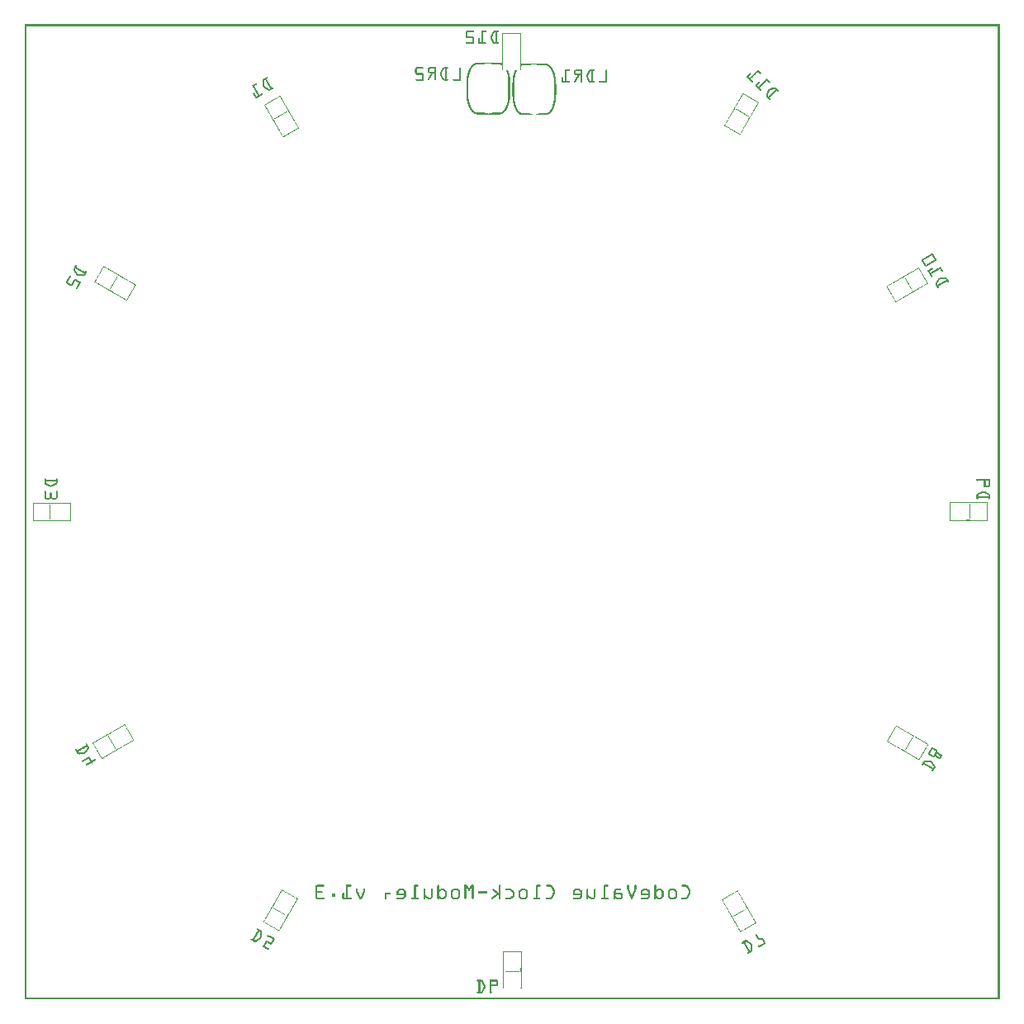
<source format=gbo>
G04 MADE WITH FRITZING*
G04 WWW.FRITZING.ORG*
G04 DOUBLE SIDED*
G04 HOLES PLATED*
G04 CONTOUR ON CENTER OF CONTOUR VECTOR*
%ASAXBY*%
%FSLAX23Y23*%
%MOIN*%
%OFA0B0*%
%SFA1.0B1.0*%
%ADD10R,0.001000X0.001000*%
%LNSILK0*%
G90*
G70*
G54D10*
X0Y3937D02*
X3936Y3937D01*
X0Y3936D02*
X3936Y3936D01*
X0Y3935D02*
X3936Y3935D01*
X0Y3934D02*
X3936Y3934D01*
X0Y3933D02*
X3936Y3933D01*
X0Y3932D02*
X3936Y3932D01*
X0Y3931D02*
X3936Y3931D01*
X0Y3930D02*
X3936Y3930D01*
X0Y3929D02*
X7Y3929D01*
X3929Y3929D02*
X3936Y3929D01*
X0Y3928D02*
X7Y3928D01*
X3929Y3928D02*
X3936Y3928D01*
X0Y3927D02*
X7Y3927D01*
X3929Y3927D02*
X3936Y3927D01*
X0Y3926D02*
X7Y3926D01*
X3929Y3926D02*
X3936Y3926D01*
X0Y3925D02*
X7Y3925D01*
X3929Y3925D02*
X3936Y3925D01*
X0Y3924D02*
X7Y3924D01*
X3929Y3924D02*
X3936Y3924D01*
X0Y3923D02*
X7Y3923D01*
X3929Y3923D02*
X3936Y3923D01*
X0Y3922D02*
X7Y3922D01*
X3929Y3922D02*
X3936Y3922D01*
X0Y3921D02*
X7Y3921D01*
X3929Y3921D02*
X3936Y3921D01*
X0Y3920D02*
X7Y3920D01*
X3929Y3920D02*
X3936Y3920D01*
X0Y3919D02*
X7Y3919D01*
X3929Y3919D02*
X3936Y3919D01*
X0Y3918D02*
X7Y3918D01*
X3929Y3918D02*
X3936Y3918D01*
X0Y3917D02*
X7Y3917D01*
X3929Y3917D02*
X3936Y3917D01*
X0Y3916D02*
X7Y3916D01*
X3929Y3916D02*
X3936Y3916D01*
X0Y3915D02*
X7Y3915D01*
X3929Y3915D02*
X3936Y3915D01*
X0Y3914D02*
X7Y3914D01*
X3929Y3914D02*
X3936Y3914D01*
X0Y3913D02*
X7Y3913D01*
X3929Y3913D02*
X3936Y3913D01*
X0Y3912D02*
X7Y3912D01*
X3929Y3912D02*
X3936Y3912D01*
X0Y3911D02*
X7Y3911D01*
X1785Y3911D02*
X1812Y3911D01*
X1845Y3911D02*
X1863Y3911D01*
X1896Y3911D02*
X1913Y3911D01*
X3929Y3911D02*
X3936Y3911D01*
X0Y3910D02*
X7Y3910D01*
X1784Y3910D02*
X1814Y3910D01*
X1845Y3910D02*
X1864Y3910D01*
X1894Y3910D02*
X1914Y3910D01*
X3929Y3910D02*
X3936Y3910D01*
X0Y3909D02*
X7Y3909D01*
X1782Y3909D02*
X1814Y3909D01*
X1845Y3909D02*
X1864Y3909D01*
X1893Y3909D02*
X1914Y3909D01*
X3929Y3909D02*
X3936Y3909D01*
X0Y3908D02*
X7Y3908D01*
X1782Y3908D02*
X1814Y3908D01*
X1845Y3908D02*
X1864Y3908D01*
X1892Y3908D02*
X1915Y3908D01*
X3929Y3908D02*
X3936Y3908D01*
X0Y3907D02*
X7Y3907D01*
X1781Y3907D02*
X1814Y3907D01*
X1845Y3907D02*
X1864Y3907D01*
X1891Y3907D02*
X1914Y3907D01*
X3929Y3907D02*
X3936Y3907D01*
X0Y3906D02*
X7Y3906D01*
X1781Y3906D02*
X1814Y3906D01*
X1845Y3906D02*
X1864Y3906D01*
X1890Y3906D02*
X1914Y3906D01*
X3929Y3906D02*
X3936Y3906D01*
X0Y3905D02*
X7Y3905D01*
X1781Y3905D02*
X1813Y3905D01*
X1845Y3905D02*
X1863Y3905D01*
X1890Y3905D02*
X1913Y3905D01*
X3929Y3905D02*
X3936Y3905D01*
X0Y3904D02*
X7Y3904D01*
X1781Y3904D02*
X1787Y3904D01*
X1845Y3904D02*
X1851Y3904D01*
X1889Y3904D02*
X1897Y3904D01*
X1902Y3904D02*
X1908Y3904D01*
X3929Y3904D02*
X3936Y3904D01*
X0Y3903D02*
X7Y3903D01*
X1781Y3903D02*
X1787Y3903D01*
X1845Y3903D02*
X1851Y3903D01*
X1889Y3903D02*
X1896Y3903D01*
X1902Y3903D02*
X1908Y3903D01*
X3929Y3903D02*
X3936Y3903D01*
X0Y3902D02*
X7Y3902D01*
X1781Y3902D02*
X1787Y3902D01*
X1845Y3902D02*
X1851Y3902D01*
X1888Y3902D02*
X1895Y3902D01*
X1902Y3902D02*
X1908Y3902D01*
X3929Y3902D02*
X3936Y3902D01*
X0Y3901D02*
X7Y3901D01*
X1781Y3901D02*
X1787Y3901D01*
X1845Y3901D02*
X1851Y3901D01*
X1888Y3901D02*
X1894Y3901D01*
X1902Y3901D02*
X1908Y3901D01*
X1929Y3901D02*
X2003Y3901D01*
X3929Y3901D02*
X3936Y3901D01*
X0Y3900D02*
X7Y3900D01*
X1781Y3900D02*
X1787Y3900D01*
X1845Y3900D02*
X1851Y3900D01*
X1887Y3900D02*
X1894Y3900D01*
X1902Y3900D02*
X1908Y3900D01*
X1929Y3900D02*
X2003Y3900D01*
X3929Y3900D02*
X3936Y3900D01*
X0Y3899D02*
X7Y3899D01*
X1781Y3899D02*
X1787Y3899D01*
X1845Y3899D02*
X1851Y3899D01*
X1887Y3899D02*
X1893Y3899D01*
X1902Y3899D02*
X1908Y3899D01*
X1929Y3899D02*
X2003Y3899D01*
X3929Y3899D02*
X3936Y3899D01*
X0Y3898D02*
X7Y3898D01*
X1781Y3898D02*
X1787Y3898D01*
X1845Y3898D02*
X1851Y3898D01*
X1886Y3898D02*
X1893Y3898D01*
X1902Y3898D02*
X1908Y3898D01*
X1929Y3898D02*
X1931Y3898D01*
X2001Y3898D02*
X2003Y3898D01*
X3929Y3898D02*
X3936Y3898D01*
X0Y3897D02*
X7Y3897D01*
X1781Y3897D02*
X1787Y3897D01*
X1845Y3897D02*
X1851Y3897D01*
X1886Y3897D02*
X1892Y3897D01*
X1902Y3897D02*
X1908Y3897D01*
X1929Y3897D02*
X1931Y3897D01*
X2001Y3897D02*
X2003Y3897D01*
X3929Y3897D02*
X3936Y3897D01*
X0Y3896D02*
X7Y3896D01*
X1781Y3896D02*
X1787Y3896D01*
X1845Y3896D02*
X1851Y3896D01*
X1885Y3896D02*
X1892Y3896D01*
X1902Y3896D02*
X1908Y3896D01*
X1929Y3896D02*
X1931Y3896D01*
X2001Y3896D02*
X2003Y3896D01*
X3929Y3896D02*
X3936Y3896D01*
X0Y3895D02*
X7Y3895D01*
X1781Y3895D02*
X1787Y3895D01*
X1845Y3895D02*
X1851Y3895D01*
X1885Y3895D02*
X1891Y3895D01*
X1902Y3895D02*
X1908Y3895D01*
X1929Y3895D02*
X1931Y3895D01*
X2001Y3895D02*
X2003Y3895D01*
X3929Y3895D02*
X3936Y3895D01*
X0Y3894D02*
X7Y3894D01*
X1781Y3894D02*
X1787Y3894D01*
X1845Y3894D02*
X1851Y3894D01*
X1884Y3894D02*
X1891Y3894D01*
X1902Y3894D02*
X1908Y3894D01*
X1929Y3894D02*
X1931Y3894D01*
X2001Y3894D02*
X2003Y3894D01*
X3929Y3894D02*
X3936Y3894D01*
X0Y3893D02*
X7Y3893D01*
X1781Y3893D02*
X1787Y3893D01*
X1845Y3893D02*
X1851Y3893D01*
X1884Y3893D02*
X1890Y3893D01*
X1902Y3893D02*
X1908Y3893D01*
X1929Y3893D02*
X1931Y3893D01*
X2001Y3893D02*
X2003Y3893D01*
X3929Y3893D02*
X3936Y3893D01*
X0Y3892D02*
X7Y3892D01*
X1781Y3892D02*
X1787Y3892D01*
X1845Y3892D02*
X1851Y3892D01*
X1883Y3892D02*
X1890Y3892D01*
X1902Y3892D02*
X1908Y3892D01*
X1929Y3892D02*
X1931Y3892D01*
X2001Y3892D02*
X2003Y3892D01*
X3929Y3892D02*
X3936Y3892D01*
X0Y3891D02*
X7Y3891D01*
X1781Y3891D02*
X1787Y3891D01*
X1845Y3891D02*
X1851Y3891D01*
X1883Y3891D02*
X1889Y3891D01*
X1902Y3891D02*
X1908Y3891D01*
X1929Y3891D02*
X1931Y3891D01*
X2001Y3891D02*
X2003Y3891D01*
X3929Y3891D02*
X3936Y3891D01*
X0Y3890D02*
X7Y3890D01*
X1781Y3890D02*
X1787Y3890D01*
X1845Y3890D02*
X1851Y3890D01*
X1882Y3890D02*
X1889Y3890D01*
X1902Y3890D02*
X1908Y3890D01*
X1929Y3890D02*
X1931Y3890D01*
X2001Y3890D02*
X2003Y3890D01*
X3929Y3890D02*
X3936Y3890D01*
X0Y3889D02*
X7Y3889D01*
X1781Y3889D02*
X1787Y3889D01*
X1845Y3889D02*
X1851Y3889D01*
X1882Y3889D02*
X1888Y3889D01*
X1902Y3889D02*
X1908Y3889D01*
X1929Y3889D02*
X1931Y3889D01*
X2001Y3889D02*
X2003Y3889D01*
X3929Y3889D02*
X3936Y3889D01*
X0Y3888D02*
X7Y3888D01*
X1781Y3888D02*
X1787Y3888D01*
X1845Y3888D02*
X1851Y3888D01*
X1882Y3888D02*
X1888Y3888D01*
X1902Y3888D02*
X1908Y3888D01*
X1929Y3888D02*
X1931Y3888D01*
X2001Y3888D02*
X2003Y3888D01*
X3929Y3888D02*
X3936Y3888D01*
X0Y3887D02*
X7Y3887D01*
X1781Y3887D02*
X1811Y3887D01*
X1845Y3887D02*
X1851Y3887D01*
X1881Y3887D02*
X1888Y3887D01*
X1902Y3887D02*
X1908Y3887D01*
X1929Y3887D02*
X1931Y3887D01*
X2001Y3887D02*
X2003Y3887D01*
X3929Y3887D02*
X3936Y3887D01*
X0Y3886D02*
X7Y3886D01*
X1781Y3886D02*
X1812Y3886D01*
X1845Y3886D02*
X1851Y3886D01*
X1881Y3886D02*
X1887Y3886D01*
X1902Y3886D02*
X1908Y3886D01*
X1929Y3886D02*
X1931Y3886D01*
X2001Y3886D02*
X2003Y3886D01*
X3929Y3886D02*
X3936Y3886D01*
X0Y3885D02*
X7Y3885D01*
X1781Y3885D02*
X1813Y3885D01*
X1845Y3885D02*
X1851Y3885D01*
X1881Y3885D02*
X1887Y3885D01*
X1902Y3885D02*
X1908Y3885D01*
X1929Y3885D02*
X1931Y3885D01*
X2001Y3885D02*
X2003Y3885D01*
X3929Y3885D02*
X3936Y3885D01*
X0Y3884D02*
X7Y3884D01*
X1782Y3884D02*
X1814Y3884D01*
X1845Y3884D02*
X1851Y3884D01*
X1881Y3884D02*
X1887Y3884D01*
X1902Y3884D02*
X1908Y3884D01*
X1929Y3884D02*
X1931Y3884D01*
X2001Y3884D02*
X2003Y3884D01*
X3929Y3884D02*
X3936Y3884D01*
X0Y3883D02*
X7Y3883D01*
X1783Y3883D02*
X1814Y3883D01*
X1845Y3883D02*
X1851Y3883D01*
X1881Y3883D02*
X1887Y3883D01*
X1902Y3883D02*
X1908Y3883D01*
X1929Y3883D02*
X1931Y3883D01*
X2001Y3883D02*
X2003Y3883D01*
X3929Y3883D02*
X3936Y3883D01*
X0Y3882D02*
X7Y3882D01*
X1784Y3882D02*
X1814Y3882D01*
X1834Y3882D02*
X1834Y3882D01*
X1845Y3882D02*
X1851Y3882D01*
X1881Y3882D02*
X1888Y3882D01*
X1902Y3882D02*
X1908Y3882D01*
X1929Y3882D02*
X1931Y3882D01*
X2001Y3882D02*
X2003Y3882D01*
X3929Y3882D02*
X3936Y3882D01*
X0Y3881D02*
X7Y3881D01*
X1787Y3881D02*
X1814Y3881D01*
X1832Y3881D02*
X1836Y3881D01*
X1845Y3881D02*
X1851Y3881D01*
X1882Y3881D02*
X1888Y3881D01*
X1902Y3881D02*
X1908Y3881D01*
X1929Y3881D02*
X1931Y3881D01*
X2001Y3881D02*
X2003Y3881D01*
X3929Y3881D02*
X3936Y3881D01*
X0Y3880D02*
X7Y3880D01*
X1808Y3880D02*
X1814Y3880D01*
X1831Y3880D02*
X1837Y3880D01*
X1845Y3880D02*
X1851Y3880D01*
X1882Y3880D02*
X1888Y3880D01*
X1902Y3880D02*
X1908Y3880D01*
X1929Y3880D02*
X1931Y3880D01*
X2001Y3880D02*
X2003Y3880D01*
X3929Y3880D02*
X3936Y3880D01*
X0Y3879D02*
X7Y3879D01*
X1808Y3879D02*
X1814Y3879D01*
X1831Y3879D02*
X1837Y3879D01*
X1845Y3879D02*
X1851Y3879D01*
X1882Y3879D02*
X1889Y3879D01*
X1902Y3879D02*
X1908Y3879D01*
X1929Y3879D02*
X1931Y3879D01*
X2001Y3879D02*
X2003Y3879D01*
X3929Y3879D02*
X3936Y3879D01*
X0Y3878D02*
X7Y3878D01*
X1808Y3878D02*
X1814Y3878D01*
X1831Y3878D02*
X1837Y3878D01*
X1845Y3878D02*
X1851Y3878D01*
X1883Y3878D02*
X1889Y3878D01*
X1902Y3878D02*
X1908Y3878D01*
X1929Y3878D02*
X1931Y3878D01*
X2001Y3878D02*
X2003Y3878D01*
X3929Y3878D02*
X3936Y3878D01*
X0Y3877D02*
X7Y3877D01*
X1808Y3877D02*
X1814Y3877D01*
X1831Y3877D02*
X1837Y3877D01*
X1845Y3877D02*
X1851Y3877D01*
X1883Y3877D02*
X1890Y3877D01*
X1902Y3877D02*
X1908Y3877D01*
X1929Y3877D02*
X1931Y3877D01*
X2001Y3877D02*
X2003Y3877D01*
X3929Y3877D02*
X3936Y3877D01*
X0Y3876D02*
X7Y3876D01*
X1808Y3876D02*
X1814Y3876D01*
X1831Y3876D02*
X1837Y3876D01*
X1845Y3876D02*
X1851Y3876D01*
X1883Y3876D02*
X1890Y3876D01*
X1902Y3876D02*
X1908Y3876D01*
X1929Y3876D02*
X1931Y3876D01*
X2001Y3876D02*
X2003Y3876D01*
X3929Y3876D02*
X3936Y3876D01*
X0Y3875D02*
X7Y3875D01*
X1808Y3875D02*
X1814Y3875D01*
X1831Y3875D02*
X1837Y3875D01*
X1845Y3875D02*
X1851Y3875D01*
X1884Y3875D02*
X1891Y3875D01*
X1902Y3875D02*
X1908Y3875D01*
X1929Y3875D02*
X1931Y3875D01*
X2001Y3875D02*
X2003Y3875D01*
X3929Y3875D02*
X3936Y3875D01*
X0Y3874D02*
X7Y3874D01*
X1808Y3874D02*
X1814Y3874D01*
X1831Y3874D02*
X1837Y3874D01*
X1845Y3874D02*
X1851Y3874D01*
X1884Y3874D02*
X1891Y3874D01*
X1902Y3874D02*
X1908Y3874D01*
X1929Y3874D02*
X1931Y3874D01*
X2001Y3874D02*
X2003Y3874D01*
X3929Y3874D02*
X3936Y3874D01*
X0Y3873D02*
X7Y3873D01*
X1808Y3873D02*
X1814Y3873D01*
X1831Y3873D02*
X1837Y3873D01*
X1845Y3873D02*
X1851Y3873D01*
X1885Y3873D02*
X1892Y3873D01*
X1902Y3873D02*
X1908Y3873D01*
X1929Y3873D02*
X1931Y3873D01*
X2001Y3873D02*
X2003Y3873D01*
X3929Y3873D02*
X3936Y3873D01*
X0Y3872D02*
X7Y3872D01*
X1808Y3872D02*
X1814Y3872D01*
X1831Y3872D02*
X1837Y3872D01*
X1845Y3872D02*
X1851Y3872D01*
X1885Y3872D02*
X1892Y3872D01*
X1902Y3872D02*
X1908Y3872D01*
X1929Y3872D02*
X1931Y3872D01*
X2001Y3872D02*
X2003Y3872D01*
X3929Y3872D02*
X3936Y3872D01*
X0Y3871D02*
X7Y3871D01*
X1808Y3871D02*
X1814Y3871D01*
X1831Y3871D02*
X1837Y3871D01*
X1845Y3871D02*
X1851Y3871D01*
X1886Y3871D02*
X1893Y3871D01*
X1902Y3871D02*
X1908Y3871D01*
X1929Y3871D02*
X1931Y3871D01*
X2001Y3871D02*
X2003Y3871D01*
X3929Y3871D02*
X3936Y3871D01*
X0Y3870D02*
X7Y3870D01*
X1808Y3870D02*
X1814Y3870D01*
X1831Y3870D02*
X1837Y3870D01*
X1845Y3870D02*
X1851Y3870D01*
X1886Y3870D02*
X1893Y3870D01*
X1902Y3870D02*
X1908Y3870D01*
X1929Y3870D02*
X1931Y3870D01*
X2001Y3870D02*
X2003Y3870D01*
X3929Y3870D02*
X3936Y3870D01*
X0Y3869D02*
X7Y3869D01*
X1808Y3869D02*
X1814Y3869D01*
X1831Y3869D02*
X1837Y3869D01*
X1845Y3869D02*
X1851Y3869D01*
X1887Y3869D02*
X1894Y3869D01*
X1902Y3869D02*
X1908Y3869D01*
X1929Y3869D02*
X1931Y3869D01*
X2001Y3869D02*
X2003Y3869D01*
X3929Y3869D02*
X3936Y3869D01*
X0Y3868D02*
X7Y3868D01*
X1808Y3868D02*
X1814Y3868D01*
X1831Y3868D02*
X1837Y3868D01*
X1845Y3868D02*
X1851Y3868D01*
X1887Y3868D02*
X1894Y3868D01*
X1902Y3868D02*
X1908Y3868D01*
X1929Y3868D02*
X1931Y3868D01*
X2001Y3868D02*
X2003Y3868D01*
X3929Y3868D02*
X3936Y3868D01*
X0Y3867D02*
X7Y3867D01*
X1808Y3867D02*
X1814Y3867D01*
X1831Y3867D02*
X1837Y3867D01*
X1845Y3867D02*
X1851Y3867D01*
X1888Y3867D02*
X1895Y3867D01*
X1902Y3867D02*
X1908Y3867D01*
X1929Y3867D02*
X1931Y3867D01*
X2001Y3867D02*
X2003Y3867D01*
X3929Y3867D02*
X3936Y3867D01*
X0Y3866D02*
X7Y3866D01*
X1808Y3866D02*
X1814Y3866D01*
X1831Y3866D02*
X1837Y3866D01*
X1845Y3866D02*
X1851Y3866D01*
X1888Y3866D02*
X1895Y3866D01*
X1902Y3866D02*
X1908Y3866D01*
X1929Y3866D02*
X1931Y3866D01*
X2001Y3866D02*
X2003Y3866D01*
X3929Y3866D02*
X3936Y3866D01*
X0Y3865D02*
X7Y3865D01*
X1808Y3865D02*
X1814Y3865D01*
X1831Y3865D02*
X1837Y3865D01*
X1845Y3865D02*
X1851Y3865D01*
X1889Y3865D02*
X1896Y3865D01*
X1902Y3865D02*
X1908Y3865D01*
X1929Y3865D02*
X1931Y3865D01*
X2001Y3865D02*
X2003Y3865D01*
X3929Y3865D02*
X3936Y3865D01*
X0Y3864D02*
X7Y3864D01*
X1783Y3864D02*
X1814Y3864D01*
X1831Y3864D02*
X1862Y3864D01*
X1889Y3864D02*
X1913Y3864D01*
X1929Y3864D02*
X1931Y3864D01*
X2001Y3864D02*
X2003Y3864D01*
X3929Y3864D02*
X3936Y3864D01*
X0Y3863D02*
X7Y3863D01*
X1782Y3863D02*
X1814Y3863D01*
X1831Y3863D02*
X1864Y3863D01*
X1890Y3863D02*
X1914Y3863D01*
X1929Y3863D02*
X1931Y3863D01*
X2001Y3863D02*
X2003Y3863D01*
X3929Y3863D02*
X3936Y3863D01*
X0Y3862D02*
X7Y3862D01*
X1781Y3862D02*
X1814Y3862D01*
X1831Y3862D02*
X1864Y3862D01*
X1891Y3862D02*
X1914Y3862D01*
X1929Y3862D02*
X1931Y3862D01*
X2001Y3862D02*
X2003Y3862D01*
X3929Y3862D02*
X3936Y3862D01*
X0Y3861D02*
X7Y3861D01*
X1781Y3861D02*
X1814Y3861D01*
X1831Y3861D02*
X1864Y3861D01*
X1891Y3861D02*
X1915Y3861D01*
X1929Y3861D02*
X1931Y3861D01*
X2001Y3861D02*
X2003Y3861D01*
X3929Y3861D02*
X3936Y3861D01*
X0Y3860D02*
X7Y3860D01*
X1781Y3860D02*
X1814Y3860D01*
X1831Y3860D02*
X1864Y3860D01*
X1892Y3860D02*
X1915Y3860D01*
X1929Y3860D02*
X1931Y3860D01*
X2001Y3860D02*
X2003Y3860D01*
X3929Y3860D02*
X3936Y3860D01*
X0Y3859D02*
X7Y3859D01*
X1781Y3859D02*
X1814Y3859D01*
X1832Y3859D02*
X1864Y3859D01*
X1894Y3859D02*
X1914Y3859D01*
X1929Y3859D02*
X1931Y3859D01*
X2001Y3859D02*
X2003Y3859D01*
X3929Y3859D02*
X3936Y3859D01*
X0Y3858D02*
X7Y3858D01*
X1782Y3858D02*
X1814Y3858D01*
X1832Y3858D02*
X1863Y3858D01*
X1896Y3858D02*
X1913Y3858D01*
X1929Y3858D02*
X1931Y3858D01*
X2001Y3858D02*
X2003Y3858D01*
X3929Y3858D02*
X3936Y3858D01*
X0Y3857D02*
X7Y3857D01*
X1929Y3857D02*
X1931Y3857D01*
X2001Y3857D02*
X2003Y3857D01*
X3929Y3857D02*
X3936Y3857D01*
X0Y3856D02*
X7Y3856D01*
X1929Y3856D02*
X1931Y3856D01*
X2001Y3856D02*
X2003Y3856D01*
X3929Y3856D02*
X3936Y3856D01*
X0Y3855D02*
X7Y3855D01*
X1929Y3855D02*
X1931Y3855D01*
X2001Y3855D02*
X2003Y3855D01*
X3929Y3855D02*
X3936Y3855D01*
X0Y3854D02*
X7Y3854D01*
X1929Y3854D02*
X1931Y3854D01*
X2001Y3854D02*
X2003Y3854D01*
X3929Y3854D02*
X3936Y3854D01*
X0Y3853D02*
X7Y3853D01*
X1929Y3853D02*
X1931Y3853D01*
X2001Y3853D02*
X2003Y3853D01*
X3929Y3853D02*
X3936Y3853D01*
X0Y3852D02*
X7Y3852D01*
X1929Y3852D02*
X1931Y3852D01*
X2001Y3852D02*
X2003Y3852D01*
X3929Y3852D02*
X3936Y3852D01*
X0Y3851D02*
X7Y3851D01*
X1929Y3851D02*
X1931Y3851D01*
X2001Y3851D02*
X2003Y3851D01*
X3929Y3851D02*
X3936Y3851D01*
X0Y3850D02*
X7Y3850D01*
X1929Y3850D02*
X1931Y3850D01*
X2001Y3850D02*
X2003Y3850D01*
X3929Y3850D02*
X3936Y3850D01*
X0Y3849D02*
X7Y3849D01*
X1929Y3849D02*
X1931Y3849D01*
X2001Y3849D02*
X2003Y3849D01*
X3929Y3849D02*
X3936Y3849D01*
X0Y3848D02*
X7Y3848D01*
X1929Y3848D02*
X1931Y3848D01*
X2001Y3848D02*
X2003Y3848D01*
X3929Y3848D02*
X3936Y3848D01*
X0Y3847D02*
X7Y3847D01*
X1929Y3847D02*
X1931Y3847D01*
X2001Y3847D02*
X2003Y3847D01*
X3929Y3847D02*
X3936Y3847D01*
X0Y3846D02*
X7Y3846D01*
X1929Y3846D02*
X1931Y3846D01*
X2001Y3846D02*
X2003Y3846D01*
X3929Y3846D02*
X3936Y3846D01*
X0Y3845D02*
X7Y3845D01*
X1929Y3845D02*
X1931Y3845D01*
X2001Y3845D02*
X2003Y3845D01*
X3929Y3845D02*
X3936Y3845D01*
X0Y3844D02*
X7Y3844D01*
X1929Y3844D02*
X1931Y3844D01*
X2001Y3844D02*
X2003Y3844D01*
X3929Y3844D02*
X3936Y3844D01*
X0Y3843D02*
X7Y3843D01*
X1929Y3843D02*
X1931Y3843D01*
X2001Y3843D02*
X2003Y3843D01*
X3929Y3843D02*
X3936Y3843D01*
X0Y3842D02*
X7Y3842D01*
X1929Y3842D02*
X1931Y3842D01*
X2001Y3842D02*
X2003Y3842D01*
X3929Y3842D02*
X3936Y3842D01*
X0Y3841D02*
X7Y3841D01*
X1929Y3841D02*
X1931Y3841D01*
X2001Y3841D02*
X2003Y3841D01*
X3929Y3841D02*
X3936Y3841D01*
X0Y3840D02*
X7Y3840D01*
X1929Y3840D02*
X1931Y3840D01*
X2001Y3840D02*
X2003Y3840D01*
X3929Y3840D02*
X3936Y3840D01*
X0Y3839D02*
X7Y3839D01*
X1929Y3839D02*
X1931Y3839D01*
X2001Y3839D02*
X2003Y3839D01*
X3929Y3839D02*
X3936Y3839D01*
X0Y3838D02*
X7Y3838D01*
X1929Y3838D02*
X1931Y3838D01*
X2001Y3838D02*
X2003Y3838D01*
X3929Y3838D02*
X3936Y3838D01*
X0Y3837D02*
X7Y3837D01*
X1929Y3837D02*
X1931Y3837D01*
X2001Y3837D02*
X2003Y3837D01*
X3929Y3837D02*
X3936Y3837D01*
X0Y3836D02*
X7Y3836D01*
X1929Y3836D02*
X1931Y3836D01*
X2001Y3836D02*
X2003Y3836D01*
X3929Y3836D02*
X3936Y3836D01*
X0Y3835D02*
X7Y3835D01*
X1929Y3835D02*
X1931Y3835D01*
X2001Y3835D02*
X2003Y3835D01*
X3929Y3835D02*
X3936Y3835D01*
X0Y3834D02*
X7Y3834D01*
X1929Y3834D02*
X1931Y3834D01*
X2001Y3834D02*
X2003Y3834D01*
X3929Y3834D02*
X3936Y3834D01*
X0Y3833D02*
X7Y3833D01*
X1929Y3833D02*
X1932Y3833D01*
X1937Y3833D02*
X1995Y3833D01*
X2000Y3833D02*
X2003Y3833D01*
X3929Y3833D02*
X3936Y3833D01*
X0Y3832D02*
X7Y3832D01*
X1929Y3832D02*
X1932Y3832D01*
X1937Y3832D02*
X1995Y3832D01*
X2000Y3832D02*
X2003Y3832D01*
X3929Y3832D02*
X3936Y3832D01*
X0Y3831D02*
X7Y3831D01*
X1929Y3831D02*
X1932Y3831D01*
X1937Y3831D02*
X1994Y3831D01*
X2000Y3831D02*
X2003Y3831D01*
X3929Y3831D02*
X3936Y3831D01*
X0Y3830D02*
X7Y3830D01*
X1929Y3830D02*
X1932Y3830D01*
X2000Y3830D02*
X2003Y3830D01*
X3929Y3830D02*
X3936Y3830D01*
X0Y3829D02*
X7Y3829D01*
X1929Y3829D02*
X1932Y3829D01*
X2000Y3829D02*
X2003Y3829D01*
X3929Y3829D02*
X3936Y3829D01*
X0Y3828D02*
X7Y3828D01*
X1929Y3828D02*
X1932Y3828D01*
X2000Y3828D02*
X2003Y3828D01*
X3929Y3828D02*
X3936Y3828D01*
X0Y3827D02*
X7Y3827D01*
X1929Y3827D02*
X1932Y3827D01*
X2000Y3827D02*
X2003Y3827D01*
X3929Y3827D02*
X3936Y3827D01*
X0Y3826D02*
X7Y3826D01*
X1929Y3826D02*
X1932Y3826D01*
X2000Y3826D02*
X2003Y3826D01*
X3929Y3826D02*
X3936Y3826D01*
X0Y3825D02*
X7Y3825D01*
X1929Y3825D02*
X1932Y3825D01*
X2000Y3825D02*
X2003Y3825D01*
X3929Y3825D02*
X3936Y3825D01*
X0Y3824D02*
X7Y3824D01*
X1929Y3824D02*
X1932Y3824D01*
X2000Y3824D02*
X2003Y3824D01*
X3929Y3824D02*
X3936Y3824D01*
X0Y3823D02*
X7Y3823D01*
X1929Y3823D02*
X1932Y3823D01*
X2000Y3823D02*
X2003Y3823D01*
X3929Y3823D02*
X3936Y3823D01*
X0Y3822D02*
X7Y3822D01*
X1929Y3822D02*
X1932Y3822D01*
X2000Y3822D02*
X2003Y3822D01*
X3929Y3822D02*
X3936Y3822D01*
X0Y3821D02*
X7Y3821D01*
X1929Y3821D02*
X1932Y3821D01*
X2000Y3821D02*
X2003Y3821D01*
X3929Y3821D02*
X3936Y3821D01*
X0Y3820D02*
X7Y3820D01*
X1929Y3820D02*
X1932Y3820D01*
X2000Y3820D02*
X2003Y3820D01*
X3929Y3820D02*
X3936Y3820D01*
X0Y3819D02*
X7Y3819D01*
X1929Y3819D02*
X1932Y3819D01*
X2000Y3819D02*
X2003Y3819D01*
X3929Y3819D02*
X3936Y3819D01*
X0Y3818D02*
X7Y3818D01*
X1929Y3818D02*
X1931Y3818D01*
X2001Y3818D02*
X2003Y3818D01*
X3929Y3818D02*
X3936Y3818D01*
X0Y3817D02*
X7Y3817D01*
X1929Y3817D02*
X1931Y3817D01*
X2001Y3817D02*
X2003Y3817D01*
X3929Y3817D02*
X3936Y3817D01*
X0Y3816D02*
X7Y3816D01*
X1929Y3816D02*
X1931Y3816D01*
X2001Y3816D02*
X2003Y3816D01*
X3929Y3816D02*
X3936Y3816D01*
X0Y3815D02*
X7Y3815D01*
X1929Y3815D02*
X1931Y3815D01*
X2001Y3815D02*
X2003Y3815D01*
X3929Y3815D02*
X3936Y3815D01*
X0Y3814D02*
X7Y3814D01*
X1929Y3814D02*
X1931Y3814D01*
X2001Y3814D02*
X2003Y3814D01*
X3929Y3814D02*
X3936Y3814D01*
X0Y3813D02*
X7Y3813D01*
X1929Y3813D02*
X1931Y3813D01*
X2001Y3813D02*
X2003Y3813D01*
X3929Y3813D02*
X3936Y3813D01*
X0Y3812D02*
X7Y3812D01*
X1929Y3812D02*
X1931Y3812D01*
X2001Y3812D02*
X2003Y3812D01*
X3929Y3812D02*
X3936Y3812D01*
X0Y3811D02*
X7Y3811D01*
X1929Y3811D02*
X1931Y3811D01*
X2001Y3811D02*
X2003Y3811D01*
X3929Y3811D02*
X3936Y3811D01*
X0Y3810D02*
X7Y3810D01*
X1929Y3810D02*
X1931Y3810D01*
X2001Y3810D02*
X2003Y3810D01*
X3929Y3810D02*
X3936Y3810D01*
X0Y3809D02*
X7Y3809D01*
X1929Y3809D02*
X1931Y3809D01*
X2001Y3809D02*
X2003Y3809D01*
X3929Y3809D02*
X3936Y3809D01*
X0Y3808D02*
X7Y3808D01*
X1929Y3808D02*
X1931Y3808D01*
X2001Y3808D02*
X2003Y3808D01*
X3929Y3808D02*
X3936Y3808D01*
X0Y3807D02*
X7Y3807D01*
X1929Y3807D02*
X1931Y3807D01*
X2001Y3807D02*
X2003Y3807D01*
X3929Y3807D02*
X3936Y3807D01*
X0Y3806D02*
X7Y3806D01*
X1929Y3806D02*
X1931Y3806D01*
X2001Y3806D02*
X2003Y3806D01*
X3929Y3806D02*
X3936Y3806D01*
X0Y3805D02*
X7Y3805D01*
X1929Y3805D02*
X1931Y3805D01*
X2001Y3805D02*
X2003Y3805D01*
X3929Y3805D02*
X3936Y3805D01*
X0Y3804D02*
X7Y3804D01*
X1929Y3804D02*
X1931Y3804D01*
X2001Y3804D02*
X2003Y3804D01*
X3929Y3804D02*
X3936Y3804D01*
X0Y3803D02*
X7Y3803D01*
X1929Y3803D02*
X1931Y3803D01*
X2001Y3803D02*
X2003Y3803D01*
X3929Y3803D02*
X3936Y3803D01*
X0Y3802D02*
X7Y3802D01*
X1929Y3802D02*
X1931Y3802D01*
X2001Y3802D02*
X2003Y3802D01*
X3929Y3802D02*
X3936Y3802D01*
X0Y3801D02*
X7Y3801D01*
X1929Y3801D02*
X1931Y3801D01*
X2001Y3801D02*
X2003Y3801D01*
X3929Y3801D02*
X3936Y3801D01*
X0Y3800D02*
X7Y3800D01*
X1929Y3800D02*
X1931Y3800D01*
X2001Y3800D02*
X2003Y3800D01*
X3929Y3800D02*
X3936Y3800D01*
X0Y3799D02*
X7Y3799D01*
X1929Y3799D02*
X1931Y3799D01*
X2001Y3799D02*
X2003Y3799D01*
X3929Y3799D02*
X3936Y3799D01*
X0Y3798D02*
X7Y3798D01*
X1929Y3798D02*
X1931Y3798D01*
X2001Y3798D02*
X2003Y3798D01*
X3929Y3798D02*
X3936Y3798D01*
X0Y3797D02*
X7Y3797D01*
X1929Y3797D02*
X1931Y3797D01*
X2001Y3797D02*
X2003Y3797D01*
X3929Y3797D02*
X3936Y3797D01*
X0Y3796D02*
X7Y3796D01*
X1929Y3796D02*
X1931Y3796D01*
X2001Y3796D02*
X2003Y3796D01*
X3929Y3796D02*
X3936Y3796D01*
X0Y3795D02*
X7Y3795D01*
X1929Y3795D02*
X1931Y3795D01*
X2001Y3795D02*
X2003Y3795D01*
X3929Y3795D02*
X3936Y3795D01*
X0Y3794D02*
X7Y3794D01*
X1929Y3794D02*
X1931Y3794D01*
X2001Y3794D02*
X2003Y3794D01*
X3929Y3794D02*
X3936Y3794D01*
X0Y3793D02*
X7Y3793D01*
X1929Y3793D02*
X1931Y3793D01*
X2001Y3793D02*
X2003Y3793D01*
X3929Y3793D02*
X3936Y3793D01*
X0Y3792D02*
X7Y3792D01*
X1929Y3792D02*
X1931Y3792D01*
X2001Y3792D02*
X2003Y3792D01*
X3929Y3792D02*
X3936Y3792D01*
X0Y3791D02*
X7Y3791D01*
X1929Y3791D02*
X1931Y3791D01*
X2001Y3791D02*
X2003Y3791D01*
X3929Y3791D02*
X3936Y3791D01*
X0Y3790D02*
X7Y3790D01*
X1929Y3790D02*
X1931Y3790D01*
X2001Y3790D02*
X2003Y3790D01*
X3929Y3790D02*
X3936Y3790D01*
X0Y3789D02*
X7Y3789D01*
X1929Y3789D02*
X1931Y3789D01*
X2001Y3789D02*
X2003Y3789D01*
X3929Y3789D02*
X3936Y3789D01*
X0Y3788D02*
X7Y3788D01*
X1929Y3788D02*
X1931Y3788D01*
X2001Y3788D02*
X2003Y3788D01*
X3929Y3788D02*
X3936Y3788D01*
X0Y3787D02*
X7Y3787D01*
X1929Y3787D02*
X1931Y3787D01*
X2001Y3787D02*
X2003Y3787D01*
X3929Y3787D02*
X3936Y3787D01*
X0Y3786D02*
X7Y3786D01*
X1929Y3786D02*
X1931Y3786D01*
X2001Y3786D02*
X2003Y3786D01*
X3929Y3786D02*
X3936Y3786D01*
X0Y3785D02*
X7Y3785D01*
X1929Y3785D02*
X1931Y3785D01*
X2001Y3785D02*
X2003Y3785D01*
X3929Y3785D02*
X3936Y3785D01*
X0Y3784D02*
X7Y3784D01*
X1929Y3784D02*
X1931Y3784D01*
X2001Y3784D02*
X2003Y3784D01*
X3929Y3784D02*
X3936Y3784D01*
X0Y3783D02*
X7Y3783D01*
X1929Y3783D02*
X1931Y3783D01*
X2001Y3783D02*
X2003Y3783D01*
X3929Y3783D02*
X3936Y3783D01*
X0Y3782D02*
X7Y3782D01*
X1822Y3782D02*
X1922Y3782D01*
X1929Y3782D02*
X1931Y3782D01*
X2001Y3782D02*
X2003Y3782D01*
X3929Y3782D02*
X3936Y3782D01*
X0Y3781D02*
X7Y3781D01*
X1819Y3781D02*
X1926Y3781D01*
X1929Y3781D02*
X1931Y3781D01*
X2001Y3781D02*
X2003Y3781D01*
X3929Y3781D02*
X3936Y3781D01*
X0Y3780D02*
X7Y3780D01*
X1817Y3780D02*
X1931Y3780D01*
X2001Y3780D02*
X2003Y3780D01*
X3929Y3780D02*
X3936Y3780D01*
X0Y3779D02*
X7Y3779D01*
X1815Y3779D02*
X1865Y3779D01*
X1879Y3779D02*
X1931Y3779D01*
X2001Y3779D02*
X2003Y3779D01*
X3929Y3779D02*
X3936Y3779D01*
X0Y3778D02*
X7Y3778D01*
X1813Y3778D02*
X1861Y3778D01*
X1883Y3778D02*
X1931Y3778D01*
X2001Y3778D02*
X2003Y3778D01*
X2006Y3778D02*
X2109Y3778D01*
X3929Y3778D02*
X3936Y3778D01*
X0Y3777D02*
X7Y3777D01*
X1812Y3777D02*
X1858Y3777D01*
X1886Y3777D02*
X1931Y3777D01*
X2001Y3777D02*
X2112Y3777D01*
X3929Y3777D02*
X3936Y3777D01*
X0Y3776D02*
X7Y3776D01*
X1810Y3776D02*
X1856Y3776D01*
X1888Y3776D02*
X1931Y3776D01*
X2001Y3776D02*
X2056Y3776D01*
X2058Y3776D02*
X2114Y3776D01*
X3929Y3776D02*
X3936Y3776D01*
X0Y3775D02*
X7Y3775D01*
X1809Y3775D02*
X1854Y3775D01*
X1890Y3775D02*
X1931Y3775D01*
X2001Y3775D02*
X2049Y3775D01*
X2066Y3775D02*
X2116Y3775D01*
X3929Y3775D02*
X3936Y3775D01*
X0Y3774D02*
X7Y3774D01*
X1808Y3774D02*
X1821Y3774D01*
X1923Y3774D02*
X1931Y3774D01*
X2001Y3774D02*
X2045Y3774D01*
X2069Y3774D02*
X2117Y3774D01*
X3929Y3774D02*
X3936Y3774D01*
X0Y3773D02*
X7Y3773D01*
X1807Y3773D02*
X1819Y3773D01*
X1926Y3773D02*
X1931Y3773D01*
X2001Y3773D02*
X2043Y3773D01*
X2072Y3773D02*
X2118Y3773D01*
X3929Y3773D02*
X3936Y3773D01*
X0Y3772D02*
X7Y3772D01*
X1806Y3772D02*
X1817Y3772D01*
X1928Y3772D02*
X1931Y3772D01*
X2001Y3772D02*
X2041Y3772D01*
X2074Y3772D02*
X2120Y3772D01*
X3929Y3772D02*
X3936Y3772D01*
X0Y3771D02*
X7Y3771D01*
X1805Y3771D02*
X1815Y3771D01*
X1929Y3771D02*
X1931Y3771D01*
X2001Y3771D02*
X2011Y3771D01*
X2104Y3771D02*
X2121Y3771D01*
X3929Y3771D02*
X3936Y3771D01*
X0Y3770D02*
X7Y3770D01*
X1804Y3770D02*
X1814Y3770D01*
X1929Y3770D02*
X1931Y3770D01*
X2001Y3770D02*
X2006Y3770D01*
X2109Y3770D02*
X2122Y3770D01*
X3929Y3770D02*
X3936Y3770D01*
X0Y3769D02*
X7Y3769D01*
X1803Y3769D02*
X1813Y3769D01*
X1929Y3769D02*
X1931Y3769D01*
X2001Y3769D02*
X2003Y3769D01*
X2112Y3769D02*
X2123Y3769D01*
X3929Y3769D02*
X3936Y3769D01*
X0Y3768D02*
X7Y3768D01*
X1802Y3768D02*
X1812Y3768D01*
X1929Y3768D02*
X1931Y3768D01*
X2001Y3768D02*
X2003Y3768D01*
X2114Y3768D02*
X2124Y3768D01*
X3929Y3768D02*
X3936Y3768D01*
X0Y3767D02*
X7Y3767D01*
X1802Y3767D02*
X1811Y3767D01*
X1929Y3767D02*
X1931Y3767D01*
X2001Y3767D02*
X2003Y3767D01*
X2115Y3767D02*
X2125Y3767D01*
X3929Y3767D02*
X3936Y3767D01*
X0Y3766D02*
X7Y3766D01*
X1801Y3766D02*
X1810Y3766D01*
X1929Y3766D02*
X1931Y3766D01*
X2001Y3766D02*
X2003Y3766D01*
X2116Y3766D02*
X2126Y3766D01*
X3929Y3766D02*
X3936Y3766D01*
X0Y3765D02*
X7Y3765D01*
X1800Y3765D02*
X1809Y3765D01*
X1929Y3765D02*
X1931Y3765D01*
X2001Y3765D02*
X2003Y3765D01*
X2117Y3765D02*
X2127Y3765D01*
X3929Y3765D02*
X3936Y3765D01*
X0Y3764D02*
X7Y3764D01*
X1583Y3764D02*
X1607Y3764D01*
X1636Y3764D02*
X1660Y3764D01*
X1694Y3764D02*
X1707Y3764D01*
X1758Y3764D02*
X1758Y3764D01*
X1800Y3764D02*
X1808Y3764D01*
X1929Y3764D02*
X1931Y3764D01*
X2001Y3764D02*
X2003Y3764D01*
X2118Y3764D02*
X2127Y3764D01*
X3929Y3764D02*
X3936Y3764D01*
X0Y3763D02*
X7Y3763D01*
X1580Y3763D02*
X1609Y3763D01*
X1633Y3763D02*
X1660Y3763D01*
X1691Y3763D02*
X1709Y3763D01*
X1756Y3763D02*
X1760Y3763D01*
X1799Y3763D02*
X1807Y3763D01*
X1929Y3763D02*
X1931Y3763D01*
X2001Y3763D02*
X2003Y3763D01*
X2119Y3763D02*
X2128Y3763D01*
X3929Y3763D02*
X3936Y3763D01*
X0Y3762D02*
X7Y3762D01*
X1579Y3762D02*
X1610Y3762D01*
X1631Y3762D02*
X1660Y3762D01*
X1689Y3762D02*
X1710Y3762D01*
X1755Y3762D02*
X1760Y3762D01*
X1798Y3762D02*
X1807Y3762D01*
X1929Y3762D02*
X1931Y3762D01*
X2001Y3762D02*
X2003Y3762D01*
X2120Y3762D02*
X2129Y3762D01*
X3929Y3762D02*
X3936Y3762D01*
X0Y3761D02*
X7Y3761D01*
X1578Y3761D02*
X1610Y3761D01*
X1630Y3761D02*
X1660Y3761D01*
X1688Y3761D02*
X1710Y3761D01*
X1755Y3761D02*
X1761Y3761D01*
X1798Y3761D02*
X1806Y3761D01*
X1929Y3761D02*
X1931Y3761D01*
X2001Y3761D02*
X2003Y3761D01*
X2121Y3761D02*
X2129Y3761D01*
X3929Y3761D02*
X3936Y3761D01*
X0Y3760D02*
X7Y3760D01*
X1577Y3760D02*
X1610Y3760D01*
X1629Y3760D02*
X1660Y3760D01*
X1687Y3760D02*
X1710Y3760D01*
X1755Y3760D02*
X1761Y3760D01*
X1797Y3760D02*
X1805Y3760D01*
X1929Y3760D02*
X1931Y3760D01*
X2001Y3760D02*
X2003Y3760D01*
X2122Y3760D02*
X2130Y3760D01*
X3929Y3760D02*
X3936Y3760D01*
X0Y3759D02*
X7Y3759D01*
X1577Y3759D02*
X1610Y3759D01*
X1628Y3759D02*
X1660Y3759D01*
X1686Y3759D02*
X1710Y3759D01*
X1755Y3759D02*
X1761Y3759D01*
X1797Y3759D02*
X1805Y3759D01*
X1929Y3759D02*
X1931Y3759D01*
X2001Y3759D02*
X2003Y3759D01*
X2122Y3759D02*
X2131Y3759D01*
X3929Y3759D02*
X3936Y3759D01*
X0Y3758D02*
X7Y3758D01*
X1577Y3758D02*
X1609Y3758D01*
X1628Y3758D02*
X1660Y3758D01*
X1686Y3758D02*
X1709Y3758D01*
X1755Y3758D02*
X1761Y3758D01*
X1796Y3758D02*
X1804Y3758D01*
X1929Y3758D02*
X1931Y3758D01*
X2001Y3758D02*
X2003Y3758D01*
X2123Y3758D02*
X2131Y3758D01*
X3929Y3758D02*
X3936Y3758D01*
X0Y3757D02*
X7Y3757D01*
X1577Y3757D02*
X1583Y3757D01*
X1627Y3757D02*
X1636Y3757D01*
X1654Y3757D02*
X1660Y3757D01*
X1685Y3757D02*
X1694Y3757D01*
X1697Y3757D02*
X1704Y3757D01*
X1755Y3757D02*
X1761Y3757D01*
X1796Y3757D02*
X1804Y3757D01*
X1929Y3757D02*
X1931Y3757D01*
X2001Y3757D02*
X2003Y3757D01*
X2124Y3757D02*
X2132Y3757D01*
X3929Y3757D02*
X3936Y3757D01*
X0Y3756D02*
X7Y3756D01*
X1576Y3756D02*
X1583Y3756D01*
X1627Y3756D02*
X1634Y3756D01*
X1654Y3756D02*
X1660Y3756D01*
X1685Y3756D02*
X1692Y3756D01*
X1698Y3756D02*
X1704Y3756D01*
X1755Y3756D02*
X1761Y3756D01*
X1795Y3756D02*
X1803Y3756D01*
X1929Y3756D02*
X1931Y3756D01*
X2001Y3756D02*
X2003Y3756D01*
X2124Y3756D02*
X2132Y3756D01*
X3929Y3756D02*
X3936Y3756D01*
X0Y3755D02*
X7Y3755D01*
X1576Y3755D02*
X1583Y3755D01*
X1627Y3755D02*
X1633Y3755D01*
X1654Y3755D02*
X1660Y3755D01*
X1684Y3755D02*
X1691Y3755D01*
X1698Y3755D02*
X1704Y3755D01*
X1755Y3755D02*
X1761Y3755D01*
X1795Y3755D02*
X1803Y3755D01*
X1929Y3755D02*
X1931Y3755D01*
X2001Y3755D02*
X2003Y3755D01*
X2125Y3755D02*
X2133Y3755D01*
X3929Y3755D02*
X3936Y3755D01*
X0Y3754D02*
X7Y3754D01*
X1576Y3754D02*
X1583Y3754D01*
X1627Y3754D02*
X1633Y3754D01*
X1654Y3754D02*
X1660Y3754D01*
X1684Y3754D02*
X1690Y3754D01*
X1698Y3754D02*
X1704Y3754D01*
X1755Y3754D02*
X1761Y3754D01*
X1794Y3754D02*
X1802Y3754D01*
X1929Y3754D02*
X1931Y3754D01*
X2001Y3754D02*
X2003Y3754D01*
X2126Y3754D02*
X2134Y3754D01*
X2181Y3754D02*
X2199Y3754D01*
X2224Y3754D02*
X2251Y3754D01*
X2282Y3754D02*
X2300Y3754D01*
X2347Y3754D02*
X2350Y3754D01*
X3929Y3754D02*
X3936Y3754D01*
X0Y3753D02*
X7Y3753D01*
X1576Y3753D02*
X1583Y3753D01*
X1627Y3753D02*
X1633Y3753D01*
X1654Y3753D02*
X1660Y3753D01*
X1683Y3753D02*
X1690Y3753D01*
X1698Y3753D02*
X1704Y3753D01*
X1755Y3753D02*
X1761Y3753D01*
X1794Y3753D02*
X1802Y3753D01*
X1929Y3753D02*
X2003Y3753D01*
X2126Y3753D02*
X2134Y3753D01*
X2181Y3753D02*
X2200Y3753D01*
X2222Y3753D02*
X2251Y3753D01*
X2280Y3753D02*
X2301Y3753D01*
X2346Y3753D02*
X2351Y3753D01*
X2960Y3753D02*
X2961Y3753D01*
X3929Y3753D02*
X3936Y3753D01*
X0Y3752D02*
X7Y3752D01*
X1576Y3752D02*
X1583Y3752D01*
X1627Y3752D02*
X1633Y3752D01*
X1654Y3752D02*
X1660Y3752D01*
X1683Y3752D02*
X1689Y3752D01*
X1698Y3752D02*
X1704Y3752D01*
X1755Y3752D02*
X1761Y3752D01*
X1793Y3752D02*
X1801Y3752D01*
X1929Y3752D02*
X2003Y3752D01*
X2127Y3752D02*
X2134Y3752D01*
X2181Y3752D02*
X2201Y3752D01*
X2221Y3752D02*
X2251Y3752D01*
X2279Y3752D02*
X2301Y3752D01*
X2346Y3752D02*
X2351Y3752D01*
X2959Y3752D02*
X2962Y3752D01*
X3929Y3752D02*
X3936Y3752D01*
X0Y3751D02*
X7Y3751D01*
X1576Y3751D02*
X1583Y3751D01*
X1627Y3751D02*
X1633Y3751D01*
X1654Y3751D02*
X1660Y3751D01*
X1682Y3751D02*
X1689Y3751D01*
X1698Y3751D02*
X1704Y3751D01*
X1755Y3751D02*
X1761Y3751D01*
X1793Y3751D02*
X1801Y3751D01*
X1929Y3751D02*
X2003Y3751D01*
X2127Y3751D02*
X2135Y3751D01*
X2181Y3751D02*
X2201Y3751D01*
X2220Y3751D02*
X2251Y3751D01*
X2278Y3751D02*
X2301Y3751D01*
X2345Y3751D02*
X2351Y3751D01*
X2958Y3751D02*
X2963Y3751D01*
X3929Y3751D02*
X3936Y3751D01*
X0Y3750D02*
X7Y3750D01*
X1576Y3750D02*
X1583Y3750D01*
X1627Y3750D02*
X1633Y3750D01*
X1654Y3750D02*
X1660Y3750D01*
X1682Y3750D02*
X1688Y3750D01*
X1698Y3750D02*
X1704Y3750D01*
X1755Y3750D02*
X1761Y3750D01*
X1793Y3750D02*
X1800Y3750D01*
X1944Y3750D02*
X1952Y3750D01*
X1979Y3750D02*
X1987Y3750D01*
X2128Y3750D02*
X2135Y3750D01*
X2181Y3750D02*
X2201Y3750D01*
X2219Y3750D02*
X2251Y3750D01*
X2277Y3750D02*
X2301Y3750D01*
X2345Y3750D02*
X2351Y3750D01*
X2957Y3750D02*
X2964Y3750D01*
X3929Y3750D02*
X3936Y3750D01*
X0Y3749D02*
X7Y3749D01*
X1576Y3749D02*
X1583Y3749D01*
X1627Y3749D02*
X1633Y3749D01*
X1654Y3749D02*
X1660Y3749D01*
X1681Y3749D02*
X1688Y3749D01*
X1698Y3749D02*
X1704Y3749D01*
X1755Y3749D02*
X1761Y3749D01*
X1792Y3749D02*
X1800Y3749D01*
X1945Y3749D02*
X1952Y3749D01*
X1979Y3749D02*
X1987Y3749D01*
X2128Y3749D02*
X2136Y3749D01*
X2181Y3749D02*
X2200Y3749D01*
X2219Y3749D02*
X2251Y3749D01*
X2277Y3749D02*
X2300Y3749D01*
X2345Y3749D02*
X2351Y3749D01*
X2956Y3749D02*
X2965Y3749D01*
X3929Y3749D02*
X3936Y3749D01*
X0Y3748D02*
X7Y3748D01*
X1576Y3748D02*
X1583Y3748D01*
X1627Y3748D02*
X1633Y3748D01*
X1654Y3748D02*
X1660Y3748D01*
X1681Y3748D02*
X1687Y3748D01*
X1698Y3748D02*
X1704Y3748D01*
X1755Y3748D02*
X1761Y3748D01*
X1792Y3748D02*
X1799Y3748D01*
X1945Y3748D02*
X1952Y3748D01*
X1979Y3748D02*
X1986Y3748D01*
X2129Y3748D02*
X2136Y3748D01*
X2181Y3748D02*
X2198Y3748D01*
X2218Y3748D02*
X2251Y3748D01*
X2276Y3748D02*
X2299Y3748D01*
X2345Y3748D02*
X2351Y3748D01*
X2955Y3748D02*
X2966Y3748D01*
X3929Y3748D02*
X3936Y3748D01*
X0Y3747D02*
X7Y3747D01*
X1576Y3747D02*
X1583Y3747D01*
X1627Y3747D02*
X1634Y3747D01*
X1654Y3747D02*
X1660Y3747D01*
X1680Y3747D02*
X1687Y3747D01*
X1698Y3747D02*
X1704Y3747D01*
X1755Y3747D02*
X1761Y3747D01*
X1792Y3747D02*
X1799Y3747D01*
X1945Y3747D02*
X1953Y3747D01*
X1978Y3747D02*
X1986Y3747D01*
X2129Y3747D02*
X2137Y3747D01*
X2181Y3747D02*
X2187Y3747D01*
X2218Y3747D02*
X2225Y3747D01*
X2245Y3747D02*
X2251Y3747D01*
X2275Y3747D02*
X2283Y3747D01*
X2288Y3747D02*
X2294Y3747D01*
X2345Y3747D02*
X2351Y3747D01*
X2954Y3747D02*
X2967Y3747D01*
X3929Y3747D02*
X3936Y3747D01*
X0Y3746D02*
X7Y3746D01*
X1576Y3746D02*
X1583Y3746D01*
X1627Y3746D02*
X1660Y3746D01*
X1680Y3746D02*
X1686Y3746D01*
X1698Y3746D02*
X1704Y3746D01*
X1755Y3746D02*
X1761Y3746D01*
X1791Y3746D02*
X1799Y3746D01*
X1946Y3746D02*
X1953Y3746D01*
X1978Y3746D02*
X1985Y3746D01*
X2130Y3746D02*
X2137Y3746D01*
X2181Y3746D02*
X2187Y3746D01*
X2218Y3746D02*
X2224Y3746D01*
X2245Y3746D02*
X2251Y3746D01*
X2275Y3746D02*
X2282Y3746D01*
X2288Y3746D02*
X2294Y3746D01*
X2345Y3746D02*
X2351Y3746D01*
X2953Y3746D02*
X2968Y3746D01*
X3929Y3746D02*
X3936Y3746D01*
X0Y3745D02*
X7Y3745D01*
X1576Y3745D02*
X1583Y3745D01*
X1628Y3745D02*
X1660Y3745D01*
X1679Y3745D02*
X1686Y3745D01*
X1698Y3745D02*
X1704Y3745D01*
X1755Y3745D02*
X1761Y3745D01*
X1791Y3745D02*
X1798Y3745D01*
X1946Y3745D02*
X1954Y3745D01*
X1977Y3745D02*
X1985Y3745D01*
X2130Y3745D02*
X2137Y3745D01*
X2181Y3745D02*
X2187Y3745D01*
X2218Y3745D02*
X2224Y3745D01*
X2245Y3745D02*
X2251Y3745D01*
X2274Y3745D02*
X2281Y3745D01*
X2288Y3745D02*
X2294Y3745D01*
X2345Y3745D02*
X2351Y3745D01*
X2952Y3745D02*
X2969Y3745D01*
X3929Y3745D02*
X3936Y3745D01*
X0Y3744D02*
X7Y3744D01*
X1576Y3744D02*
X1583Y3744D01*
X1629Y3744D02*
X1660Y3744D01*
X1679Y3744D02*
X1685Y3744D01*
X1698Y3744D02*
X1704Y3744D01*
X1755Y3744D02*
X1761Y3744D01*
X1791Y3744D02*
X1798Y3744D01*
X1947Y3744D02*
X1954Y3744D01*
X1977Y3744D02*
X1984Y3744D01*
X2130Y3744D02*
X2138Y3744D01*
X2181Y3744D02*
X2187Y3744D01*
X2217Y3744D02*
X2223Y3744D01*
X2245Y3744D02*
X2251Y3744D01*
X2274Y3744D02*
X2281Y3744D01*
X2288Y3744D02*
X2294Y3744D01*
X2345Y3744D02*
X2351Y3744D01*
X2951Y3744D02*
X2970Y3744D01*
X3929Y3744D02*
X3936Y3744D01*
X0Y3743D02*
X7Y3743D01*
X1576Y3743D02*
X1583Y3743D01*
X1629Y3743D02*
X1660Y3743D01*
X1678Y3743D02*
X1685Y3743D01*
X1698Y3743D02*
X1704Y3743D01*
X1755Y3743D02*
X1761Y3743D01*
X1790Y3743D02*
X1797Y3743D01*
X1947Y3743D02*
X1954Y3743D01*
X1977Y3743D02*
X1984Y3743D01*
X2131Y3743D02*
X2138Y3743D01*
X2181Y3743D02*
X2187Y3743D01*
X2217Y3743D02*
X2223Y3743D01*
X2245Y3743D02*
X2251Y3743D01*
X2273Y3743D02*
X2280Y3743D01*
X2288Y3743D02*
X2294Y3743D01*
X2345Y3743D02*
X2351Y3743D01*
X2950Y3743D02*
X2958Y3743D01*
X2962Y3743D02*
X2971Y3743D01*
X3929Y3743D02*
X3936Y3743D01*
X0Y3742D02*
X7Y3742D01*
X1576Y3742D02*
X1583Y3742D01*
X1630Y3742D02*
X1660Y3742D01*
X1678Y3742D02*
X1684Y3742D01*
X1698Y3742D02*
X1704Y3742D01*
X1755Y3742D02*
X1761Y3742D01*
X1790Y3742D02*
X1797Y3742D01*
X1947Y3742D02*
X1954Y3742D01*
X1976Y3742D02*
X1984Y3742D01*
X2131Y3742D02*
X2138Y3742D01*
X2181Y3742D02*
X2187Y3742D01*
X2217Y3742D02*
X2223Y3742D01*
X2245Y3742D02*
X2251Y3742D01*
X2273Y3742D02*
X2280Y3742D01*
X2288Y3742D02*
X2294Y3742D01*
X2345Y3742D02*
X2351Y3742D01*
X2949Y3742D02*
X2957Y3742D01*
X2963Y3742D02*
X2972Y3742D01*
X3929Y3742D02*
X3936Y3742D01*
X0Y3741D02*
X7Y3741D01*
X1576Y3741D02*
X1583Y3741D01*
X1632Y3741D02*
X1660Y3741D01*
X1678Y3741D02*
X1684Y3741D01*
X1698Y3741D02*
X1704Y3741D01*
X1755Y3741D02*
X1761Y3741D01*
X1790Y3741D02*
X1797Y3741D01*
X1948Y3741D02*
X1955Y3741D01*
X1976Y3741D02*
X1983Y3741D01*
X2132Y3741D02*
X2139Y3741D01*
X2181Y3741D02*
X2187Y3741D01*
X2217Y3741D02*
X2223Y3741D01*
X2245Y3741D02*
X2251Y3741D01*
X2272Y3741D02*
X2279Y3741D01*
X2288Y3741D02*
X2294Y3741D01*
X2345Y3741D02*
X2351Y3741D01*
X2928Y3741D02*
X2931Y3741D01*
X2948Y3741D02*
X2956Y3741D01*
X2964Y3741D02*
X2973Y3741D01*
X3929Y3741D02*
X3936Y3741D01*
X0Y3740D02*
X7Y3740D01*
X1577Y3740D02*
X1606Y3740D01*
X1634Y3740D02*
X1660Y3740D01*
X1677Y3740D02*
X1684Y3740D01*
X1698Y3740D02*
X1704Y3740D01*
X1755Y3740D02*
X1761Y3740D01*
X1789Y3740D02*
X1797Y3740D01*
X1948Y3740D02*
X1955Y3740D01*
X1976Y3740D02*
X1983Y3740D01*
X2132Y3740D02*
X2139Y3740D01*
X2181Y3740D02*
X2187Y3740D01*
X2218Y3740D02*
X2224Y3740D01*
X2245Y3740D02*
X2251Y3740D01*
X2272Y3740D02*
X2279Y3740D01*
X2288Y3740D02*
X2294Y3740D01*
X2345Y3740D02*
X2351Y3740D01*
X2927Y3740D02*
X2932Y3740D01*
X2947Y3740D02*
X2955Y3740D01*
X2965Y3740D02*
X2973Y3740D01*
X3929Y3740D02*
X3936Y3740D01*
X0Y3739D02*
X7Y3739D01*
X1577Y3739D02*
X1607Y3739D01*
X1641Y3739D02*
X1648Y3739D01*
X1654Y3739D02*
X1660Y3739D01*
X1677Y3739D02*
X1683Y3739D01*
X1698Y3739D02*
X1704Y3739D01*
X1755Y3739D02*
X1761Y3739D01*
X1789Y3739D02*
X1796Y3739D01*
X1948Y3739D02*
X1955Y3739D01*
X1975Y3739D02*
X1983Y3739D01*
X2132Y3739D02*
X2139Y3739D01*
X2181Y3739D02*
X2187Y3739D01*
X2218Y3739D02*
X2224Y3739D01*
X2245Y3739D02*
X2251Y3739D01*
X2271Y3739D02*
X2278Y3739D01*
X2288Y3739D02*
X2294Y3739D01*
X2345Y3739D02*
X2351Y3739D01*
X2926Y3739D02*
X2933Y3739D01*
X2946Y3739D02*
X2954Y3739D01*
X2966Y3739D02*
X2973Y3739D01*
X3929Y3739D02*
X3936Y3739D01*
X0Y3738D02*
X7Y3738D01*
X1577Y3738D02*
X1608Y3738D01*
X1641Y3738D02*
X1648Y3738D01*
X1654Y3738D02*
X1660Y3738D01*
X1677Y3738D02*
X1683Y3738D01*
X1698Y3738D02*
X1704Y3738D01*
X1755Y3738D02*
X1761Y3738D01*
X1789Y3738D02*
X1796Y3738D01*
X1948Y3738D02*
X1956Y3738D01*
X1975Y3738D02*
X1982Y3738D01*
X2133Y3738D02*
X2140Y3738D01*
X2181Y3738D02*
X2187Y3738D01*
X2218Y3738D02*
X2225Y3738D01*
X2245Y3738D02*
X2251Y3738D01*
X2271Y3738D02*
X2278Y3738D01*
X2288Y3738D02*
X2294Y3738D01*
X2345Y3738D02*
X2351Y3738D01*
X2925Y3738D02*
X2933Y3738D01*
X2945Y3738D02*
X2953Y3738D01*
X2967Y3738D02*
X2973Y3738D01*
X3929Y3738D02*
X3936Y3738D01*
X0Y3737D02*
X7Y3737D01*
X1578Y3737D02*
X1609Y3737D01*
X1640Y3737D02*
X1647Y3737D01*
X1654Y3737D02*
X1660Y3737D01*
X1677Y3737D02*
X1683Y3737D01*
X1698Y3737D02*
X1704Y3737D01*
X1755Y3737D02*
X1761Y3737D01*
X1789Y3737D02*
X1796Y3737D01*
X1949Y3737D02*
X1956Y3737D01*
X1975Y3737D02*
X1982Y3737D01*
X2133Y3737D02*
X2140Y3737D01*
X2181Y3737D02*
X2187Y3737D01*
X2218Y3737D02*
X2251Y3737D01*
X2270Y3737D02*
X2277Y3737D01*
X2288Y3737D02*
X2294Y3737D01*
X2345Y3737D02*
X2351Y3737D01*
X2924Y3737D02*
X2932Y3737D01*
X2944Y3737D02*
X2952Y3737D01*
X2968Y3737D02*
X2972Y3737D01*
X3929Y3737D02*
X3936Y3737D01*
X0Y3736D02*
X7Y3736D01*
X1578Y3736D02*
X1610Y3736D01*
X1639Y3736D02*
X1647Y3736D01*
X1654Y3736D02*
X1660Y3736D01*
X1677Y3736D02*
X1683Y3736D01*
X1698Y3736D02*
X1704Y3736D01*
X1755Y3736D02*
X1761Y3736D01*
X1788Y3736D02*
X1795Y3736D01*
X1949Y3736D02*
X1956Y3736D01*
X1974Y3736D02*
X1982Y3736D01*
X2133Y3736D02*
X2140Y3736D01*
X2181Y3736D02*
X2187Y3736D01*
X2219Y3736D02*
X2251Y3736D01*
X2270Y3736D02*
X2277Y3736D01*
X2288Y3736D02*
X2294Y3736D01*
X2345Y3736D02*
X2351Y3736D01*
X2923Y3736D02*
X2932Y3736D01*
X2943Y3736D02*
X2951Y3736D01*
X3929Y3736D02*
X3936Y3736D01*
X0Y3735D02*
X7Y3735D01*
X1579Y3735D02*
X1610Y3735D01*
X1639Y3735D02*
X1646Y3735D01*
X1654Y3735D02*
X1660Y3735D01*
X1677Y3735D02*
X1683Y3735D01*
X1698Y3735D02*
X1704Y3735D01*
X1755Y3735D02*
X1761Y3735D01*
X1788Y3735D02*
X1795Y3735D01*
X1949Y3735D02*
X1956Y3735D01*
X1974Y3735D02*
X1981Y3735D01*
X2133Y3735D02*
X2141Y3735D01*
X2181Y3735D02*
X2187Y3735D01*
X2219Y3735D02*
X2251Y3735D01*
X2269Y3735D02*
X2276Y3735D01*
X2288Y3735D02*
X2294Y3735D01*
X2345Y3735D02*
X2351Y3735D01*
X2922Y3735D02*
X2931Y3735D01*
X2942Y3735D02*
X2950Y3735D01*
X3929Y3735D02*
X3936Y3735D01*
X0Y3734D02*
X7Y3734D01*
X1581Y3734D02*
X1610Y3734D01*
X1638Y3734D02*
X1645Y3734D01*
X1654Y3734D02*
X1660Y3734D01*
X1677Y3734D02*
X1684Y3734D01*
X1698Y3734D02*
X1704Y3734D01*
X1755Y3734D02*
X1761Y3734D01*
X1788Y3734D02*
X1795Y3734D01*
X1950Y3734D02*
X1957Y3734D01*
X1974Y3734D02*
X1981Y3734D01*
X2134Y3734D02*
X2141Y3734D01*
X2181Y3734D02*
X2187Y3734D01*
X2220Y3734D02*
X2251Y3734D01*
X2269Y3734D02*
X2276Y3734D01*
X2288Y3734D02*
X2294Y3734D01*
X2345Y3734D02*
X2351Y3734D01*
X2921Y3734D02*
X2930Y3734D01*
X2941Y3734D02*
X2949Y3734D01*
X3929Y3734D02*
X3936Y3734D01*
X0Y3733D02*
X7Y3733D01*
X1604Y3733D02*
X1610Y3733D01*
X1638Y3733D02*
X1645Y3733D01*
X1654Y3733D02*
X1660Y3733D01*
X1678Y3733D02*
X1684Y3733D01*
X1698Y3733D02*
X1704Y3733D01*
X1755Y3733D02*
X1761Y3733D01*
X1788Y3733D02*
X1795Y3733D01*
X1950Y3733D02*
X1957Y3733D01*
X1974Y3733D02*
X1981Y3733D01*
X2134Y3733D02*
X2141Y3733D01*
X2181Y3733D02*
X2187Y3733D01*
X2221Y3733D02*
X2251Y3733D01*
X2269Y3733D02*
X2275Y3733D01*
X2288Y3733D02*
X2294Y3733D01*
X2345Y3733D02*
X2351Y3733D01*
X2920Y3733D02*
X2929Y3733D01*
X2940Y3733D02*
X2948Y3733D01*
X3929Y3733D02*
X3936Y3733D01*
X0Y3732D02*
X7Y3732D01*
X1604Y3732D02*
X1610Y3732D01*
X1637Y3732D02*
X1644Y3732D01*
X1654Y3732D02*
X1660Y3732D01*
X1678Y3732D02*
X1684Y3732D01*
X1698Y3732D02*
X1704Y3732D01*
X1755Y3732D02*
X1761Y3732D01*
X1787Y3732D02*
X1794Y3732D01*
X1950Y3732D02*
X1957Y3732D01*
X1973Y3732D02*
X1981Y3732D01*
X2134Y3732D02*
X2141Y3732D01*
X2181Y3732D02*
X2187Y3732D01*
X2222Y3732D02*
X2251Y3732D01*
X2268Y3732D02*
X2275Y3732D01*
X2288Y3732D02*
X2294Y3732D01*
X2345Y3732D02*
X2351Y3732D01*
X2919Y3732D02*
X2928Y3732D01*
X2939Y3732D02*
X2947Y3732D01*
X3929Y3732D02*
X3936Y3732D01*
X0Y3731D02*
X7Y3731D01*
X1604Y3731D02*
X1610Y3731D01*
X1636Y3731D02*
X1644Y3731D01*
X1654Y3731D02*
X1660Y3731D01*
X1678Y3731D02*
X1685Y3731D01*
X1698Y3731D02*
X1704Y3731D01*
X1755Y3731D02*
X1761Y3731D01*
X1787Y3731D02*
X1794Y3731D01*
X1950Y3731D02*
X1957Y3731D01*
X1973Y3731D02*
X1980Y3731D01*
X2135Y3731D02*
X2142Y3731D01*
X2181Y3731D02*
X2187Y3731D01*
X2224Y3731D02*
X2251Y3731D01*
X2268Y3731D02*
X2274Y3731D01*
X2288Y3731D02*
X2294Y3731D01*
X2345Y3731D02*
X2351Y3731D01*
X2918Y3731D02*
X2927Y3731D01*
X2938Y3731D02*
X2946Y3731D01*
X3929Y3731D02*
X3936Y3731D01*
X0Y3730D02*
X7Y3730D01*
X1604Y3730D02*
X1610Y3730D01*
X1636Y3730D02*
X1643Y3730D01*
X1654Y3730D02*
X1660Y3730D01*
X1679Y3730D02*
X1685Y3730D01*
X1698Y3730D02*
X1704Y3730D01*
X1755Y3730D02*
X1761Y3730D01*
X1787Y3730D02*
X1794Y3730D01*
X1950Y3730D02*
X1957Y3730D01*
X1973Y3730D02*
X1980Y3730D01*
X2135Y3730D02*
X2142Y3730D01*
X2181Y3730D02*
X2187Y3730D01*
X2232Y3730D02*
X2239Y3730D01*
X2245Y3730D02*
X2251Y3730D01*
X2268Y3730D02*
X2274Y3730D01*
X2288Y3730D02*
X2294Y3730D01*
X2345Y3730D02*
X2351Y3730D01*
X2917Y3730D02*
X2926Y3730D01*
X2937Y3730D02*
X2945Y3730D01*
X3929Y3730D02*
X3936Y3730D01*
X0Y3729D02*
X7Y3729D01*
X1604Y3729D02*
X1610Y3729D01*
X1635Y3729D02*
X1642Y3729D01*
X1654Y3729D02*
X1660Y3729D01*
X1679Y3729D02*
X1686Y3729D01*
X1698Y3729D02*
X1704Y3729D01*
X1755Y3729D02*
X1761Y3729D01*
X1787Y3729D02*
X1794Y3729D01*
X1951Y3729D02*
X1958Y3729D01*
X1973Y3729D02*
X1980Y3729D01*
X2135Y3729D02*
X2142Y3729D01*
X2181Y3729D02*
X2187Y3729D01*
X2231Y3729D02*
X2239Y3729D01*
X2245Y3729D02*
X2251Y3729D01*
X2268Y3729D02*
X2274Y3729D01*
X2288Y3729D02*
X2294Y3729D01*
X2345Y3729D02*
X2351Y3729D01*
X2916Y3729D02*
X2925Y3729D01*
X2936Y3729D02*
X2944Y3729D01*
X3929Y3729D02*
X3936Y3729D01*
X0Y3728D02*
X7Y3728D01*
X1604Y3728D02*
X1610Y3728D01*
X1635Y3728D02*
X1642Y3728D01*
X1654Y3728D02*
X1660Y3728D01*
X1680Y3728D02*
X1686Y3728D01*
X1698Y3728D02*
X1704Y3728D01*
X1755Y3728D02*
X1761Y3728D01*
X1787Y3728D02*
X1794Y3728D01*
X1951Y3728D02*
X1958Y3728D01*
X1973Y3728D02*
X1980Y3728D01*
X2135Y3728D02*
X2142Y3728D01*
X2181Y3728D02*
X2187Y3728D01*
X2231Y3728D02*
X2238Y3728D01*
X2245Y3728D02*
X2251Y3728D01*
X2268Y3728D02*
X2274Y3728D01*
X2288Y3728D02*
X2294Y3728D01*
X2345Y3728D02*
X2351Y3728D01*
X2915Y3728D02*
X2924Y3728D01*
X2935Y3728D02*
X2943Y3728D01*
X3929Y3728D02*
X3936Y3728D01*
X0Y3727D02*
X7Y3727D01*
X1604Y3727D02*
X1610Y3727D01*
X1634Y3727D02*
X1641Y3727D01*
X1654Y3727D02*
X1660Y3727D01*
X1680Y3727D02*
X1687Y3727D01*
X1698Y3727D02*
X1704Y3727D01*
X1755Y3727D02*
X1761Y3727D01*
X1786Y3727D02*
X1793Y3727D01*
X1951Y3727D02*
X1958Y3727D01*
X1972Y3727D02*
X1979Y3727D01*
X2136Y3727D02*
X2142Y3727D01*
X2181Y3727D02*
X2187Y3727D01*
X2230Y3727D02*
X2237Y3727D01*
X2245Y3727D02*
X2251Y3727D01*
X2268Y3727D02*
X2274Y3727D01*
X2288Y3727D02*
X2294Y3727D01*
X2345Y3727D02*
X2351Y3727D01*
X2915Y3727D02*
X2923Y3727D01*
X2934Y3727D02*
X2942Y3727D01*
X3929Y3727D02*
X3936Y3727D01*
X0Y3726D02*
X7Y3726D01*
X1604Y3726D02*
X1610Y3726D01*
X1634Y3726D02*
X1641Y3726D01*
X1654Y3726D02*
X1660Y3726D01*
X1681Y3726D02*
X1687Y3726D01*
X1698Y3726D02*
X1704Y3726D01*
X1755Y3726D02*
X1761Y3726D01*
X1786Y3726D02*
X1793Y3726D01*
X1951Y3726D02*
X1958Y3726D01*
X1972Y3726D02*
X1979Y3726D01*
X2136Y3726D02*
X2143Y3726D01*
X2181Y3726D02*
X2187Y3726D01*
X2230Y3726D02*
X2237Y3726D01*
X2245Y3726D02*
X2251Y3726D01*
X2268Y3726D02*
X2274Y3726D01*
X2288Y3726D02*
X2294Y3726D01*
X2345Y3726D02*
X2351Y3726D01*
X2914Y3726D02*
X2922Y3726D01*
X2933Y3726D02*
X2941Y3726D01*
X3929Y3726D02*
X3936Y3726D01*
X0Y3725D02*
X7Y3725D01*
X1604Y3725D02*
X1610Y3725D01*
X1633Y3725D02*
X1640Y3725D01*
X1654Y3725D02*
X1660Y3725D01*
X1681Y3725D02*
X1688Y3725D01*
X1698Y3725D02*
X1704Y3725D01*
X1755Y3725D02*
X1761Y3725D01*
X1786Y3725D02*
X1793Y3725D01*
X1951Y3725D02*
X1958Y3725D01*
X1972Y3725D02*
X1979Y3725D01*
X2136Y3725D02*
X2143Y3725D01*
X2169Y3725D02*
X2171Y3725D01*
X2181Y3725D02*
X2187Y3725D01*
X2229Y3725D02*
X2236Y3725D01*
X2245Y3725D02*
X2251Y3725D01*
X2268Y3725D02*
X2274Y3725D01*
X2288Y3725D02*
X2294Y3725D01*
X2345Y3725D02*
X2351Y3725D01*
X2914Y3725D02*
X2922Y3725D01*
X2932Y3725D02*
X2940Y3725D01*
X3929Y3725D02*
X3936Y3725D01*
X0Y3724D02*
X7Y3724D01*
X977Y3724D02*
X980Y3724D01*
X1604Y3724D02*
X1610Y3724D01*
X1632Y3724D02*
X1640Y3724D01*
X1654Y3724D02*
X1660Y3724D01*
X1682Y3724D02*
X1688Y3724D01*
X1698Y3724D02*
X1704Y3724D01*
X1755Y3724D02*
X1761Y3724D01*
X1786Y3724D02*
X1793Y3724D01*
X1952Y3724D02*
X1959Y3724D01*
X1972Y3724D02*
X1979Y3724D01*
X2136Y3724D02*
X2143Y3724D01*
X2168Y3724D02*
X2172Y3724D01*
X2181Y3724D02*
X2187Y3724D01*
X2228Y3724D02*
X2236Y3724D01*
X2245Y3724D02*
X2251Y3724D01*
X2268Y3724D02*
X2275Y3724D01*
X2288Y3724D02*
X2294Y3724D01*
X2345Y3724D02*
X2351Y3724D01*
X2915Y3724D02*
X2923Y3724D01*
X2931Y3724D02*
X2939Y3724D01*
X3929Y3724D02*
X3936Y3724D01*
X0Y3723D02*
X7Y3723D01*
X975Y3723D02*
X981Y3723D01*
X1604Y3723D02*
X1610Y3723D01*
X1632Y3723D02*
X1639Y3723D01*
X1654Y3723D02*
X1660Y3723D01*
X1682Y3723D02*
X1689Y3723D01*
X1698Y3723D02*
X1704Y3723D01*
X1755Y3723D02*
X1761Y3723D01*
X1786Y3723D02*
X1793Y3723D01*
X1952Y3723D02*
X1959Y3723D01*
X1972Y3723D02*
X1979Y3723D01*
X2136Y3723D02*
X2143Y3723D01*
X2167Y3723D02*
X2173Y3723D01*
X2181Y3723D02*
X2187Y3723D01*
X2228Y3723D02*
X2235Y3723D01*
X2245Y3723D02*
X2251Y3723D01*
X2269Y3723D02*
X2275Y3723D01*
X2288Y3723D02*
X2294Y3723D01*
X2345Y3723D02*
X2351Y3723D01*
X2916Y3723D02*
X2924Y3723D01*
X2930Y3723D02*
X2938Y3723D01*
X3929Y3723D02*
X3936Y3723D01*
X0Y3722D02*
X7Y3722D01*
X974Y3722D02*
X981Y3722D01*
X1604Y3722D02*
X1610Y3722D01*
X1631Y3722D02*
X1638Y3722D01*
X1654Y3722D02*
X1660Y3722D01*
X1683Y3722D02*
X1689Y3722D01*
X1698Y3722D02*
X1704Y3722D01*
X1755Y3722D02*
X1761Y3722D01*
X1786Y3722D02*
X1793Y3722D01*
X1952Y3722D02*
X1959Y3722D01*
X1971Y3722D02*
X1978Y3722D01*
X2136Y3722D02*
X2143Y3722D01*
X2167Y3722D02*
X2173Y3722D01*
X2181Y3722D02*
X2187Y3722D01*
X2227Y3722D02*
X2234Y3722D01*
X2245Y3722D02*
X2251Y3722D01*
X2269Y3722D02*
X2276Y3722D01*
X2288Y3722D02*
X2294Y3722D01*
X2345Y3722D02*
X2351Y3722D01*
X2917Y3722D02*
X2925Y3722D01*
X2929Y3722D02*
X2937Y3722D01*
X3929Y3722D02*
X3936Y3722D01*
X0Y3721D02*
X7Y3721D01*
X972Y3721D02*
X982Y3721D01*
X1604Y3721D02*
X1610Y3721D01*
X1631Y3721D02*
X1638Y3721D01*
X1654Y3721D02*
X1660Y3721D01*
X1683Y3721D02*
X1690Y3721D01*
X1698Y3721D02*
X1704Y3721D01*
X1755Y3721D02*
X1761Y3721D01*
X1786Y3721D02*
X1792Y3721D01*
X1952Y3721D02*
X1959Y3721D01*
X1971Y3721D02*
X1978Y3721D01*
X2137Y3721D02*
X2144Y3721D01*
X2167Y3721D02*
X2173Y3721D01*
X2181Y3721D02*
X2187Y3721D01*
X2227Y3721D02*
X2234Y3721D01*
X2245Y3721D02*
X2251Y3721D01*
X2269Y3721D02*
X2276Y3721D01*
X2288Y3721D02*
X2294Y3721D01*
X2345Y3721D02*
X2351Y3721D01*
X2918Y3721D02*
X2936Y3721D01*
X3929Y3721D02*
X3936Y3721D01*
X0Y3720D02*
X7Y3720D01*
X970Y3720D02*
X981Y3720D01*
X1604Y3720D02*
X1610Y3720D01*
X1630Y3720D02*
X1637Y3720D01*
X1654Y3720D02*
X1660Y3720D01*
X1684Y3720D02*
X1690Y3720D01*
X1698Y3720D02*
X1704Y3720D01*
X1755Y3720D02*
X1761Y3720D01*
X1785Y3720D02*
X1792Y3720D01*
X1952Y3720D02*
X1959Y3720D01*
X1971Y3720D02*
X1978Y3720D01*
X2137Y3720D02*
X2144Y3720D01*
X2167Y3720D02*
X2173Y3720D01*
X2181Y3720D02*
X2187Y3720D01*
X2226Y3720D02*
X2233Y3720D01*
X2245Y3720D02*
X2251Y3720D01*
X2270Y3720D02*
X2277Y3720D01*
X2288Y3720D02*
X2294Y3720D01*
X2345Y3720D02*
X2351Y3720D01*
X2919Y3720D02*
X2935Y3720D01*
X3929Y3720D02*
X3936Y3720D01*
X0Y3719D02*
X7Y3719D01*
X968Y3719D02*
X981Y3719D01*
X1604Y3719D02*
X1610Y3719D01*
X1629Y3719D02*
X1637Y3719D01*
X1654Y3719D02*
X1660Y3719D01*
X1684Y3719D02*
X1691Y3719D01*
X1698Y3719D02*
X1704Y3719D01*
X1755Y3719D02*
X1761Y3719D01*
X1785Y3719D02*
X1792Y3719D01*
X1952Y3719D02*
X1959Y3719D01*
X1971Y3719D02*
X1978Y3719D01*
X2137Y3719D02*
X2144Y3719D01*
X2167Y3719D02*
X2173Y3719D01*
X2181Y3719D02*
X2187Y3719D01*
X2226Y3719D02*
X2233Y3719D01*
X2245Y3719D02*
X2251Y3719D01*
X2270Y3719D02*
X2277Y3719D01*
X2288Y3719D02*
X2294Y3719D01*
X2345Y3719D02*
X2351Y3719D01*
X2920Y3719D02*
X2934Y3719D01*
X3929Y3719D02*
X3936Y3719D01*
X0Y3718D02*
X7Y3718D01*
X967Y3718D02*
X980Y3718D01*
X1604Y3718D02*
X1610Y3718D01*
X1629Y3718D02*
X1636Y3718D01*
X1654Y3718D02*
X1660Y3718D01*
X1685Y3718D02*
X1692Y3718D01*
X1698Y3718D02*
X1704Y3718D01*
X1755Y3718D02*
X1761Y3718D01*
X1785Y3718D02*
X1792Y3718D01*
X1952Y3718D02*
X1959Y3718D01*
X1971Y3718D02*
X1978Y3718D01*
X2137Y3718D02*
X2144Y3718D01*
X2167Y3718D02*
X2173Y3718D01*
X2181Y3718D02*
X2187Y3718D01*
X2225Y3718D02*
X2232Y3718D01*
X2245Y3718D02*
X2251Y3718D01*
X2271Y3718D02*
X2278Y3718D01*
X2288Y3718D02*
X2294Y3718D01*
X2345Y3718D02*
X2351Y3718D01*
X2921Y3718D02*
X2933Y3718D01*
X2996Y3718D02*
X2996Y3718D01*
X3929Y3718D02*
X3936Y3718D01*
X0Y3717D02*
X7Y3717D01*
X965Y3717D02*
X978Y3717D01*
X1604Y3717D02*
X1610Y3717D01*
X1628Y3717D02*
X1635Y3717D01*
X1654Y3717D02*
X1660Y3717D01*
X1685Y3717D02*
X1694Y3717D01*
X1697Y3717D02*
X1704Y3717D01*
X1754Y3717D02*
X1761Y3717D01*
X1785Y3717D02*
X1792Y3717D01*
X1953Y3717D02*
X1959Y3717D01*
X1971Y3717D02*
X1978Y3717D01*
X2137Y3717D02*
X2144Y3717D01*
X2167Y3717D02*
X2173Y3717D01*
X2181Y3717D02*
X2187Y3717D01*
X2224Y3717D02*
X2232Y3717D01*
X2245Y3717D02*
X2251Y3717D01*
X2271Y3717D02*
X2278Y3717D01*
X2288Y3717D02*
X2294Y3717D01*
X2345Y3717D02*
X2351Y3717D01*
X2922Y3717D02*
X2932Y3717D01*
X2995Y3717D02*
X2997Y3717D01*
X3929Y3717D02*
X3936Y3717D01*
X0Y3716D02*
X7Y3716D01*
X964Y3716D02*
X977Y3716D01*
X1578Y3716D02*
X1610Y3716D01*
X1628Y3716D02*
X1635Y3716D01*
X1654Y3716D02*
X1660Y3716D01*
X1686Y3716D02*
X1709Y3716D01*
X1728Y3716D02*
X1761Y3716D01*
X1785Y3716D02*
X1792Y3716D01*
X1953Y3716D02*
X1960Y3716D01*
X1971Y3716D02*
X1977Y3716D01*
X2137Y3716D02*
X2144Y3716D01*
X2167Y3716D02*
X2173Y3716D01*
X2181Y3716D02*
X2187Y3716D01*
X2224Y3716D02*
X2231Y3716D01*
X2245Y3716D02*
X2251Y3716D01*
X2272Y3716D02*
X2279Y3716D01*
X2288Y3716D02*
X2294Y3716D01*
X2345Y3716D02*
X2351Y3716D01*
X2923Y3716D02*
X2932Y3716D01*
X2994Y3716D02*
X2998Y3716D01*
X3929Y3716D02*
X3936Y3716D01*
X0Y3715D02*
X7Y3715D01*
X963Y3715D02*
X978Y3715D01*
X1577Y3715D02*
X1610Y3715D01*
X1627Y3715D02*
X1634Y3715D01*
X1654Y3715D02*
X1660Y3715D01*
X1686Y3715D02*
X1710Y3715D01*
X1728Y3715D02*
X1761Y3715D01*
X1785Y3715D02*
X1792Y3715D01*
X1953Y3715D02*
X1960Y3715D01*
X1970Y3715D02*
X1977Y3715D01*
X2137Y3715D02*
X2144Y3715D01*
X2167Y3715D02*
X2173Y3715D01*
X2181Y3715D02*
X2187Y3715D01*
X2223Y3715D02*
X2230Y3715D01*
X2245Y3715D02*
X2251Y3715D01*
X2272Y3715D02*
X2279Y3715D01*
X2288Y3715D02*
X2294Y3715D01*
X2345Y3715D02*
X2351Y3715D01*
X2924Y3715D02*
X2932Y3715D01*
X2993Y3715D02*
X2999Y3715D01*
X3929Y3715D02*
X3936Y3715D01*
X0Y3714D02*
X7Y3714D01*
X963Y3714D02*
X978Y3714D01*
X1577Y3714D02*
X1610Y3714D01*
X1627Y3714D02*
X1634Y3714D01*
X1654Y3714D02*
X1660Y3714D01*
X1687Y3714D02*
X1710Y3714D01*
X1727Y3714D02*
X1761Y3714D01*
X1785Y3714D02*
X1792Y3714D01*
X1953Y3714D02*
X1960Y3714D01*
X1970Y3714D02*
X1977Y3714D01*
X2138Y3714D02*
X2145Y3714D01*
X2167Y3714D02*
X2173Y3714D01*
X2181Y3714D02*
X2187Y3714D01*
X2223Y3714D02*
X2230Y3714D01*
X2245Y3714D02*
X2251Y3714D01*
X2273Y3714D02*
X2280Y3714D01*
X2288Y3714D02*
X2294Y3714D01*
X2345Y3714D02*
X2351Y3714D01*
X2925Y3714D02*
X2933Y3714D01*
X2992Y3714D02*
X3000Y3714D01*
X3929Y3714D02*
X3936Y3714D01*
X0Y3713D02*
X7Y3713D01*
X962Y3713D02*
X979Y3713D01*
X1577Y3713D02*
X1610Y3713D01*
X1627Y3713D02*
X1633Y3713D01*
X1654Y3713D02*
X1660Y3713D01*
X1688Y3713D02*
X1710Y3713D01*
X1727Y3713D02*
X1761Y3713D01*
X1785Y3713D02*
X1792Y3713D01*
X1953Y3713D02*
X1960Y3713D01*
X1970Y3713D02*
X1977Y3713D01*
X2138Y3713D02*
X2145Y3713D01*
X2167Y3713D02*
X2173Y3713D01*
X2181Y3713D02*
X2187Y3713D01*
X2222Y3713D02*
X2229Y3713D01*
X2245Y3713D02*
X2251Y3713D01*
X2273Y3713D02*
X2280Y3713D01*
X2288Y3713D02*
X2294Y3713D01*
X2345Y3713D02*
X2351Y3713D01*
X2926Y3713D02*
X2934Y3713D01*
X2991Y3713D02*
X3001Y3713D01*
X3929Y3713D02*
X3936Y3713D01*
X0Y3712D02*
X7Y3712D01*
X962Y3712D02*
X969Y3712D01*
X972Y3712D02*
X979Y3712D01*
X1577Y3712D02*
X1610Y3712D01*
X1627Y3712D02*
X1633Y3712D01*
X1655Y3712D02*
X1660Y3712D01*
X1689Y3712D02*
X1710Y3712D01*
X1728Y3712D02*
X1761Y3712D01*
X1785Y3712D02*
X1791Y3712D01*
X1953Y3712D02*
X1960Y3712D01*
X1970Y3712D02*
X1977Y3712D01*
X2138Y3712D02*
X2145Y3712D01*
X2167Y3712D02*
X2173Y3712D01*
X2181Y3712D02*
X2187Y3712D01*
X2221Y3712D02*
X2229Y3712D01*
X2245Y3712D02*
X2251Y3712D01*
X2274Y3712D02*
X2281Y3712D01*
X2288Y3712D02*
X2294Y3712D01*
X2345Y3712D02*
X2351Y3712D01*
X2927Y3712D02*
X2935Y3712D01*
X2990Y3712D02*
X3002Y3712D01*
X3929Y3712D02*
X3936Y3712D01*
X0Y3711D02*
X7Y3711D01*
X961Y3711D02*
X968Y3711D01*
X973Y3711D02*
X980Y3711D01*
X1578Y3711D02*
X1610Y3711D01*
X1628Y3711D02*
X1632Y3711D01*
X1655Y3711D02*
X1659Y3711D01*
X1691Y3711D02*
X1709Y3711D01*
X1728Y3711D02*
X1761Y3711D01*
X1785Y3711D02*
X1791Y3711D01*
X1953Y3711D02*
X1960Y3711D01*
X1970Y3711D02*
X1977Y3711D01*
X2138Y3711D02*
X2145Y3711D01*
X2167Y3711D02*
X2173Y3711D01*
X2181Y3711D02*
X2187Y3711D01*
X2221Y3711D02*
X2228Y3711D01*
X2245Y3711D02*
X2251Y3711D01*
X2274Y3711D02*
X2281Y3711D01*
X2288Y3711D02*
X2294Y3711D01*
X2345Y3711D02*
X2351Y3711D01*
X2928Y3711D02*
X2936Y3711D01*
X2989Y3711D02*
X3003Y3711D01*
X3929Y3711D02*
X3936Y3711D01*
X0Y3710D02*
X7Y3710D01*
X961Y3710D02*
X967Y3710D01*
X974Y3710D02*
X981Y3710D01*
X1580Y3710D02*
X1610Y3710D01*
X1630Y3710D02*
X1630Y3710D01*
X1657Y3710D02*
X1657Y3710D01*
X1695Y3710D02*
X1707Y3710D01*
X1730Y3710D02*
X1760Y3710D01*
X1784Y3710D02*
X1791Y3710D01*
X1953Y3710D02*
X1960Y3710D01*
X1970Y3710D02*
X1977Y3710D01*
X2138Y3710D02*
X2145Y3710D01*
X2167Y3710D02*
X2173Y3710D01*
X2181Y3710D02*
X2187Y3710D01*
X2220Y3710D02*
X2227Y3710D01*
X2245Y3710D02*
X2251Y3710D01*
X2275Y3710D02*
X2282Y3710D01*
X2288Y3710D02*
X2294Y3710D01*
X2345Y3710D02*
X2351Y3710D01*
X2929Y3710D02*
X2937Y3710D01*
X2988Y3710D02*
X3004Y3710D01*
X3929Y3710D02*
X3936Y3710D01*
X0Y3709D02*
X7Y3709D01*
X961Y3709D02*
X967Y3709D01*
X974Y3709D02*
X981Y3709D01*
X1784Y3709D02*
X1791Y3709D01*
X1953Y3709D02*
X1960Y3709D01*
X1970Y3709D02*
X1977Y3709D01*
X2138Y3709D02*
X2145Y3709D01*
X2167Y3709D02*
X2173Y3709D01*
X2181Y3709D02*
X2187Y3709D01*
X2220Y3709D02*
X2227Y3709D01*
X2245Y3709D02*
X2251Y3709D01*
X2275Y3709D02*
X2282Y3709D01*
X2288Y3709D02*
X2294Y3709D01*
X2345Y3709D02*
X2351Y3709D01*
X2930Y3709D02*
X2938Y3709D01*
X2987Y3709D02*
X3005Y3709D01*
X3929Y3709D02*
X3936Y3709D01*
X0Y3708D02*
X7Y3708D01*
X961Y3708D02*
X967Y3708D01*
X975Y3708D02*
X982Y3708D01*
X1784Y3708D02*
X1791Y3708D01*
X1953Y3708D02*
X1960Y3708D01*
X1970Y3708D02*
X1977Y3708D01*
X2138Y3708D02*
X2145Y3708D01*
X2167Y3708D02*
X2173Y3708D01*
X2181Y3708D02*
X2187Y3708D01*
X2219Y3708D02*
X2226Y3708D01*
X2245Y3708D02*
X2251Y3708D01*
X2276Y3708D02*
X2283Y3708D01*
X2288Y3708D02*
X2294Y3708D01*
X2345Y3708D02*
X2351Y3708D01*
X2931Y3708D02*
X2939Y3708D01*
X2986Y3708D02*
X2994Y3708D01*
X2997Y3708D02*
X3006Y3708D01*
X3929Y3708D02*
X3936Y3708D01*
X0Y3707D02*
X7Y3707D01*
X961Y3707D02*
X967Y3707D01*
X975Y3707D02*
X982Y3707D01*
X1784Y3707D02*
X1791Y3707D01*
X1953Y3707D02*
X1960Y3707D01*
X1970Y3707D02*
X1977Y3707D01*
X2138Y3707D02*
X2145Y3707D01*
X2167Y3707D02*
X2199Y3707D01*
X2219Y3707D02*
X2226Y3707D01*
X2245Y3707D02*
X2251Y3707D01*
X2276Y3707D02*
X2300Y3707D01*
X2319Y3707D02*
X2351Y3707D01*
X2932Y3707D02*
X2940Y3707D01*
X2985Y3707D02*
X2993Y3707D01*
X2998Y3707D02*
X3007Y3707D01*
X3929Y3707D02*
X3936Y3707D01*
X0Y3706D02*
X7Y3706D01*
X961Y3706D02*
X967Y3706D01*
X976Y3706D02*
X983Y3706D01*
X1784Y3706D02*
X1791Y3706D01*
X1953Y3706D02*
X1960Y3706D01*
X1970Y3706D02*
X1977Y3706D01*
X2138Y3706D02*
X2145Y3706D01*
X2167Y3706D02*
X2200Y3706D01*
X2218Y3706D02*
X2225Y3706D01*
X2245Y3706D02*
X2251Y3706D01*
X2277Y3706D02*
X2301Y3706D01*
X2318Y3706D02*
X2351Y3706D01*
X2933Y3706D02*
X2940Y3706D01*
X2965Y3706D02*
X2966Y3706D01*
X2984Y3706D02*
X2992Y3706D01*
X2999Y3706D02*
X3008Y3706D01*
X3929Y3706D02*
X3936Y3706D01*
X0Y3705D02*
X7Y3705D01*
X961Y3705D02*
X967Y3705D01*
X976Y3705D02*
X983Y3705D01*
X1784Y3705D02*
X1791Y3705D01*
X1953Y3705D02*
X1960Y3705D01*
X1970Y3705D02*
X1976Y3705D01*
X2138Y3705D02*
X2145Y3705D01*
X2167Y3705D02*
X2201Y3705D01*
X2218Y3705D02*
X2225Y3705D01*
X2245Y3705D02*
X2251Y3705D01*
X2277Y3705D02*
X2301Y3705D01*
X2318Y3705D02*
X2351Y3705D01*
X2934Y3705D02*
X2939Y3705D01*
X2963Y3705D02*
X2967Y3705D01*
X2983Y3705D02*
X2991Y3705D01*
X3000Y3705D02*
X3008Y3705D01*
X3929Y3705D02*
X3936Y3705D01*
X0Y3704D02*
X7Y3704D01*
X961Y3704D02*
X967Y3704D01*
X977Y3704D02*
X984Y3704D01*
X1784Y3704D02*
X1791Y3704D01*
X1953Y3704D02*
X1960Y3704D01*
X1970Y3704D02*
X1976Y3704D01*
X2138Y3704D02*
X2145Y3704D01*
X2167Y3704D02*
X2201Y3704D01*
X2218Y3704D02*
X2224Y3704D01*
X2245Y3704D02*
X2251Y3704D01*
X2278Y3704D02*
X2301Y3704D01*
X2318Y3704D02*
X2351Y3704D01*
X2935Y3704D02*
X2939Y3704D01*
X2962Y3704D02*
X2968Y3704D01*
X2982Y3704D02*
X2990Y3704D01*
X3001Y3704D02*
X3009Y3704D01*
X3929Y3704D02*
X3936Y3704D01*
X0Y3703D02*
X7Y3703D01*
X961Y3703D02*
X967Y3703D01*
X978Y3703D02*
X985Y3703D01*
X1784Y3703D02*
X1791Y3703D01*
X1953Y3703D02*
X1960Y3703D01*
X1969Y3703D02*
X1976Y3703D01*
X2138Y3703D02*
X2145Y3703D01*
X2168Y3703D02*
X2201Y3703D01*
X2218Y3703D02*
X2223Y3703D01*
X2245Y3703D02*
X2251Y3703D01*
X2279Y3703D02*
X2301Y3703D01*
X2318Y3703D02*
X2351Y3703D01*
X2936Y3703D02*
X2937Y3703D01*
X2961Y3703D02*
X2968Y3703D01*
X2981Y3703D02*
X2989Y3703D01*
X3002Y3703D02*
X3008Y3703D01*
X3929Y3703D02*
X3936Y3703D01*
X0Y3702D02*
X7Y3702D01*
X961Y3702D02*
X967Y3702D01*
X978Y3702D02*
X985Y3702D01*
X1784Y3702D02*
X1791Y3702D01*
X1953Y3702D02*
X1960Y3702D01*
X1969Y3702D02*
X1976Y3702D01*
X2138Y3702D02*
X2145Y3702D01*
X2168Y3702D02*
X2200Y3702D01*
X2218Y3702D02*
X2223Y3702D01*
X2246Y3702D02*
X2250Y3702D01*
X2281Y3702D02*
X2300Y3702D01*
X2319Y3702D02*
X2351Y3702D01*
X2960Y3702D02*
X2968Y3702D01*
X2980Y3702D02*
X2988Y3702D01*
X3003Y3702D02*
X3008Y3702D01*
X3929Y3702D02*
X3936Y3702D01*
X0Y3701D02*
X7Y3701D01*
X961Y3701D02*
X967Y3701D01*
X979Y3701D02*
X986Y3701D01*
X1784Y3701D02*
X1791Y3701D01*
X1953Y3701D02*
X1960Y3701D01*
X1969Y3701D02*
X1976Y3701D01*
X2139Y3701D02*
X2145Y3701D01*
X2169Y3701D02*
X2199Y3701D01*
X2220Y3701D02*
X2221Y3701D01*
X2247Y3701D02*
X2249Y3701D01*
X2283Y3701D02*
X2299Y3701D01*
X2320Y3701D02*
X2351Y3701D01*
X2959Y3701D02*
X2968Y3701D01*
X2979Y3701D02*
X2987Y3701D01*
X3005Y3701D02*
X3007Y3701D01*
X3929Y3701D02*
X3936Y3701D01*
X0Y3700D02*
X7Y3700D01*
X961Y3700D02*
X967Y3700D01*
X979Y3700D02*
X986Y3700D01*
X1784Y3700D02*
X1791Y3700D01*
X1953Y3700D02*
X1960Y3700D01*
X1969Y3700D02*
X1976Y3700D01*
X2139Y3700D02*
X2145Y3700D01*
X2958Y3700D02*
X2967Y3700D01*
X2978Y3700D02*
X2986Y3700D01*
X3929Y3700D02*
X3936Y3700D01*
X0Y3699D02*
X7Y3699D01*
X934Y3699D02*
X936Y3699D01*
X961Y3699D02*
X968Y3699D01*
X980Y3699D02*
X987Y3699D01*
X1784Y3699D02*
X1791Y3699D01*
X1953Y3699D02*
X1960Y3699D01*
X1969Y3699D02*
X1976Y3699D01*
X2139Y3699D02*
X2145Y3699D01*
X2957Y3699D02*
X2966Y3699D01*
X2977Y3699D02*
X2985Y3699D01*
X3929Y3699D02*
X3936Y3699D01*
X0Y3698D02*
X7Y3698D01*
X932Y3698D02*
X937Y3698D01*
X962Y3698D02*
X968Y3698D01*
X980Y3698D02*
X988Y3698D01*
X1784Y3698D02*
X1791Y3698D01*
X1953Y3698D02*
X1960Y3698D01*
X1969Y3698D02*
X1976Y3698D01*
X2139Y3698D02*
X2145Y3698D01*
X2956Y3698D02*
X2965Y3698D01*
X2976Y3698D02*
X2984Y3698D01*
X3929Y3698D02*
X3936Y3698D01*
X0Y3697D02*
X7Y3697D01*
X930Y3697D02*
X938Y3697D01*
X962Y3697D02*
X968Y3697D01*
X981Y3697D02*
X988Y3697D01*
X1784Y3697D02*
X1791Y3697D01*
X1953Y3697D02*
X1960Y3697D01*
X1969Y3697D02*
X1976Y3697D01*
X2139Y3697D02*
X2145Y3697D01*
X2955Y3697D02*
X2964Y3697D01*
X2975Y3697D02*
X2983Y3697D01*
X3929Y3697D02*
X3936Y3697D01*
X0Y3696D02*
X7Y3696D01*
X929Y3696D02*
X938Y3696D01*
X962Y3696D02*
X968Y3696D01*
X982Y3696D02*
X989Y3696D01*
X1784Y3696D02*
X1791Y3696D01*
X1953Y3696D02*
X1960Y3696D01*
X1969Y3696D02*
X1976Y3696D01*
X2139Y3696D02*
X2146Y3696D01*
X2954Y3696D02*
X2963Y3696D01*
X2974Y3696D02*
X2982Y3696D01*
X3929Y3696D02*
X3936Y3696D01*
X0Y3695D02*
X7Y3695D01*
X927Y3695D02*
X938Y3695D01*
X962Y3695D02*
X968Y3695D01*
X982Y3695D02*
X989Y3695D01*
X1784Y3695D02*
X1791Y3695D01*
X1953Y3695D02*
X1960Y3695D01*
X1969Y3695D02*
X1976Y3695D01*
X2139Y3695D02*
X2146Y3695D01*
X2953Y3695D02*
X2962Y3695D01*
X2973Y3695D02*
X2981Y3695D01*
X3929Y3695D02*
X3936Y3695D01*
X0Y3694D02*
X7Y3694D01*
X925Y3694D02*
X937Y3694D01*
X962Y3694D02*
X968Y3694D01*
X983Y3694D02*
X990Y3694D01*
X1784Y3694D02*
X1791Y3694D01*
X1953Y3694D02*
X1960Y3694D01*
X1969Y3694D02*
X1976Y3694D01*
X2139Y3694D02*
X2146Y3694D01*
X2952Y3694D02*
X2961Y3694D01*
X2972Y3694D02*
X2980Y3694D01*
X3929Y3694D02*
X3936Y3694D01*
X0Y3693D02*
X7Y3693D01*
X923Y3693D02*
X936Y3693D01*
X962Y3693D02*
X968Y3693D01*
X983Y3693D02*
X990Y3693D01*
X1784Y3693D02*
X1791Y3693D01*
X1953Y3693D02*
X1960Y3693D01*
X1969Y3693D02*
X1976Y3693D01*
X2139Y3693D02*
X2146Y3693D01*
X2951Y3693D02*
X2960Y3693D01*
X2971Y3693D02*
X2979Y3693D01*
X3929Y3693D02*
X3936Y3693D01*
X0Y3692D02*
X7Y3692D01*
X922Y3692D02*
X935Y3692D01*
X962Y3692D02*
X968Y3692D01*
X984Y3692D02*
X991Y3692D01*
X1784Y3692D02*
X1791Y3692D01*
X1953Y3692D02*
X1960Y3692D01*
X1969Y3692D02*
X1976Y3692D01*
X2139Y3692D02*
X2146Y3692D01*
X2950Y3692D02*
X2959Y3692D01*
X2970Y3692D02*
X2978Y3692D01*
X3929Y3692D02*
X3936Y3692D01*
X0Y3691D02*
X7Y3691D01*
X920Y3691D02*
X933Y3691D01*
X962Y3691D02*
X968Y3691D01*
X984Y3691D02*
X992Y3691D01*
X1784Y3691D02*
X1791Y3691D01*
X1953Y3691D02*
X1960Y3691D01*
X1969Y3691D02*
X1976Y3691D01*
X2139Y3691D02*
X2146Y3691D01*
X2950Y3691D02*
X2958Y3691D01*
X2969Y3691D02*
X2977Y3691D01*
X3929Y3691D02*
X3936Y3691D01*
X0Y3690D02*
X7Y3690D01*
X919Y3690D02*
X931Y3690D01*
X962Y3690D02*
X968Y3690D01*
X985Y3690D02*
X992Y3690D01*
X1784Y3690D02*
X1791Y3690D01*
X1953Y3690D02*
X1960Y3690D01*
X1969Y3690D02*
X1976Y3690D01*
X2139Y3690D02*
X2146Y3690D01*
X2950Y3690D02*
X2958Y3690D01*
X2968Y3690D02*
X2976Y3690D01*
X3929Y3690D02*
X3936Y3690D01*
X0Y3689D02*
X7Y3689D01*
X920Y3689D02*
X929Y3689D01*
X962Y3689D02*
X969Y3689D01*
X986Y3689D02*
X993Y3689D01*
X1784Y3689D02*
X1791Y3689D01*
X1953Y3689D02*
X1960Y3689D01*
X1969Y3689D02*
X1976Y3689D01*
X2139Y3689D02*
X2146Y3689D01*
X2950Y3689D02*
X2958Y3689D01*
X2967Y3689D02*
X2975Y3689D01*
X3929Y3689D02*
X3936Y3689D01*
X0Y3688D02*
X7Y3688D01*
X920Y3688D02*
X928Y3688D01*
X963Y3688D02*
X970Y3688D01*
X986Y3688D02*
X993Y3688D01*
X1784Y3688D02*
X1791Y3688D01*
X1953Y3688D02*
X1960Y3688D01*
X1969Y3688D02*
X1976Y3688D01*
X2139Y3688D02*
X2146Y3688D01*
X2951Y3688D02*
X2959Y3688D01*
X2966Y3688D02*
X2974Y3688D01*
X3929Y3688D02*
X3936Y3688D01*
X0Y3687D02*
X7Y3687D01*
X921Y3687D02*
X928Y3687D01*
X963Y3687D02*
X970Y3687D01*
X987Y3687D02*
X994Y3687D01*
X1784Y3687D02*
X1791Y3687D01*
X1953Y3687D02*
X1960Y3687D01*
X1969Y3687D02*
X1976Y3687D01*
X2139Y3687D02*
X2146Y3687D01*
X2952Y3687D02*
X2960Y3687D01*
X2965Y3687D02*
X2973Y3687D01*
X3929Y3687D02*
X3936Y3687D01*
X0Y3686D02*
X7Y3686D01*
X921Y3686D02*
X929Y3686D01*
X964Y3686D02*
X972Y3686D01*
X987Y3686D02*
X994Y3686D01*
X1784Y3686D02*
X1791Y3686D01*
X1953Y3686D02*
X1960Y3686D01*
X1969Y3686D02*
X1976Y3686D01*
X2139Y3686D02*
X2146Y3686D01*
X2953Y3686D02*
X2961Y3686D01*
X2964Y3686D02*
X2972Y3686D01*
X3929Y3686D02*
X3936Y3686D01*
X0Y3685D02*
X7Y3685D01*
X922Y3685D02*
X929Y3685D01*
X964Y3685D02*
X973Y3685D01*
X988Y3685D02*
X995Y3685D01*
X1784Y3685D02*
X1791Y3685D01*
X1953Y3685D02*
X1960Y3685D01*
X1969Y3685D02*
X1976Y3685D01*
X2139Y3685D02*
X2146Y3685D01*
X2954Y3685D02*
X2971Y3685D01*
X3929Y3685D02*
X3936Y3685D01*
X0Y3684D02*
X7Y3684D01*
X923Y3684D02*
X930Y3684D01*
X965Y3684D02*
X974Y3684D01*
X989Y3684D02*
X996Y3684D01*
X1784Y3684D02*
X1791Y3684D01*
X1953Y3684D02*
X1960Y3684D01*
X1969Y3684D02*
X1976Y3684D01*
X2139Y3684D02*
X2146Y3684D01*
X2955Y3684D02*
X2970Y3684D01*
X3929Y3684D02*
X3936Y3684D01*
X0Y3683D02*
X7Y3683D01*
X923Y3683D02*
X930Y3683D01*
X966Y3683D02*
X976Y3683D01*
X989Y3683D02*
X996Y3683D01*
X1000Y3683D02*
X1004Y3683D01*
X1784Y3683D02*
X1791Y3683D01*
X1953Y3683D02*
X1960Y3683D01*
X1969Y3683D02*
X1976Y3683D01*
X2139Y3683D02*
X2146Y3683D01*
X2956Y3683D02*
X2969Y3683D01*
X3026Y3683D02*
X3028Y3683D01*
X3929Y3683D02*
X3936Y3683D01*
X0Y3682D02*
X7Y3682D01*
X924Y3682D02*
X931Y3682D01*
X966Y3682D02*
X978Y3682D01*
X990Y3682D02*
X997Y3682D01*
X999Y3682D02*
X1005Y3682D01*
X1784Y3682D02*
X1791Y3682D01*
X1953Y3682D02*
X1960Y3682D01*
X1969Y3682D02*
X1976Y3682D01*
X2139Y3682D02*
X2146Y3682D01*
X2957Y3682D02*
X2968Y3682D01*
X3022Y3682D02*
X3031Y3682D01*
X3929Y3682D02*
X3936Y3682D01*
X0Y3681D02*
X7Y3681D01*
X924Y3681D02*
X931Y3681D01*
X968Y3681D02*
X979Y3681D01*
X990Y3681D02*
X1005Y3681D01*
X1784Y3681D02*
X1791Y3681D01*
X1953Y3681D02*
X1960Y3681D01*
X1969Y3681D02*
X1976Y3681D01*
X2139Y3681D02*
X2146Y3681D01*
X2958Y3681D02*
X2967Y3681D01*
X3019Y3681D02*
X3033Y3681D01*
X3929Y3681D02*
X3936Y3681D01*
X0Y3680D02*
X7Y3680D01*
X925Y3680D02*
X932Y3680D01*
X969Y3680D02*
X981Y3680D01*
X991Y3680D02*
X1005Y3680D01*
X1784Y3680D02*
X1791Y3680D01*
X1953Y3680D02*
X1960Y3680D01*
X1969Y3680D02*
X1976Y3680D01*
X2139Y3680D02*
X2146Y3680D01*
X2959Y3680D02*
X2967Y3680D01*
X3016Y3680D02*
X3034Y3680D01*
X3929Y3680D02*
X3936Y3680D01*
X0Y3679D02*
X7Y3679D01*
X925Y3679D02*
X933Y3679D01*
X970Y3679D02*
X982Y3679D01*
X991Y3679D02*
X1005Y3679D01*
X1784Y3679D02*
X1791Y3679D01*
X1953Y3679D02*
X1960Y3679D01*
X1969Y3679D02*
X1976Y3679D01*
X2139Y3679D02*
X2146Y3679D01*
X2960Y3679D02*
X2968Y3679D01*
X3013Y3679D02*
X3035Y3679D01*
X3929Y3679D02*
X3936Y3679D01*
X0Y3678D02*
X7Y3678D01*
X926Y3678D02*
X933Y3678D01*
X972Y3678D02*
X984Y3678D01*
X992Y3678D02*
X1004Y3678D01*
X1784Y3678D02*
X1791Y3678D01*
X1953Y3678D02*
X1960Y3678D01*
X1969Y3678D02*
X1976Y3678D01*
X2139Y3678D02*
X2146Y3678D01*
X2961Y3678D02*
X2969Y3678D01*
X3010Y3678D02*
X3036Y3678D01*
X3929Y3678D02*
X3936Y3678D01*
X0Y3677D02*
X7Y3677D01*
X927Y3677D02*
X934Y3677D01*
X973Y3677D02*
X985Y3677D01*
X990Y3677D02*
X1003Y3677D01*
X1784Y3677D02*
X1791Y3677D01*
X1953Y3677D02*
X1960Y3677D01*
X1969Y3677D02*
X1976Y3677D01*
X2139Y3677D02*
X2146Y3677D01*
X2962Y3677D02*
X2970Y3677D01*
X3008Y3677D02*
X3037Y3677D01*
X3929Y3677D02*
X3936Y3677D01*
X0Y3676D02*
X7Y3676D01*
X927Y3676D02*
X934Y3676D01*
X975Y3676D02*
X1001Y3676D01*
X1784Y3676D02*
X1791Y3676D01*
X1953Y3676D02*
X1960Y3676D01*
X1969Y3676D02*
X1976Y3676D01*
X2139Y3676D02*
X2146Y3676D01*
X2963Y3676D02*
X2971Y3676D01*
X3006Y3676D02*
X3025Y3676D01*
X3029Y3676D02*
X3038Y3676D01*
X3929Y3676D02*
X3936Y3676D01*
X0Y3675D02*
X7Y3675D01*
X928Y3675D02*
X935Y3675D01*
X976Y3675D02*
X1000Y3675D01*
X1784Y3675D02*
X1791Y3675D01*
X1953Y3675D02*
X1960Y3675D01*
X1969Y3675D02*
X1976Y3675D01*
X2139Y3675D02*
X2146Y3675D01*
X2964Y3675D02*
X2972Y3675D01*
X3004Y3675D02*
X3022Y3675D01*
X3030Y3675D02*
X3039Y3675D01*
X3929Y3675D02*
X3936Y3675D01*
X0Y3674D02*
X7Y3674D01*
X928Y3674D02*
X935Y3674D01*
X978Y3674D02*
X998Y3674D01*
X1784Y3674D02*
X1791Y3674D01*
X1953Y3674D02*
X1960Y3674D01*
X1969Y3674D02*
X1976Y3674D01*
X2139Y3674D02*
X2146Y3674D01*
X2965Y3674D02*
X2973Y3674D01*
X3003Y3674D02*
X3019Y3674D01*
X3031Y3674D02*
X3040Y3674D01*
X3929Y3674D02*
X3936Y3674D01*
X0Y3673D02*
X7Y3673D01*
X929Y3673D02*
X936Y3673D01*
X979Y3673D02*
X996Y3673D01*
X1784Y3673D02*
X1791Y3673D01*
X1953Y3673D02*
X1960Y3673D01*
X1969Y3673D02*
X1976Y3673D01*
X2139Y3673D02*
X2146Y3673D01*
X2966Y3673D02*
X2974Y3673D01*
X3002Y3673D02*
X3016Y3673D01*
X3031Y3673D02*
X3041Y3673D01*
X3929Y3673D02*
X3936Y3673D01*
X0Y3672D02*
X7Y3672D01*
X930Y3672D02*
X937Y3672D01*
X981Y3672D02*
X994Y3672D01*
X1784Y3672D02*
X1791Y3672D01*
X1953Y3672D02*
X1960Y3672D01*
X1969Y3672D02*
X1976Y3672D01*
X2139Y3672D02*
X2146Y3672D01*
X2967Y3672D02*
X2975Y3672D01*
X3001Y3672D02*
X3013Y3672D01*
X3030Y3672D02*
X3042Y3672D01*
X3929Y3672D02*
X3936Y3672D01*
X0Y3671D02*
X7Y3671D01*
X930Y3671D02*
X937Y3671D01*
X982Y3671D02*
X993Y3671D01*
X1784Y3671D02*
X1791Y3671D01*
X1953Y3671D02*
X1960Y3671D01*
X1969Y3671D02*
X1976Y3671D01*
X2139Y3671D02*
X2146Y3671D01*
X2968Y3671D02*
X2975Y3671D01*
X3001Y3671D02*
X3010Y3671D01*
X3029Y3671D02*
X3043Y3671D01*
X3929Y3671D02*
X3936Y3671D01*
X0Y3670D02*
X7Y3670D01*
X931Y3670D02*
X938Y3670D01*
X984Y3670D02*
X990Y3670D01*
X1784Y3670D02*
X1791Y3670D01*
X1953Y3670D02*
X1960Y3670D01*
X1969Y3670D02*
X1976Y3670D01*
X2139Y3670D02*
X2146Y3670D01*
X2969Y3670D02*
X2975Y3670D01*
X3000Y3670D02*
X3008Y3670D01*
X3028Y3670D02*
X3044Y3670D01*
X3929Y3670D02*
X3936Y3670D01*
X0Y3669D02*
X7Y3669D01*
X931Y3669D02*
X938Y3669D01*
X1784Y3669D02*
X1791Y3669D01*
X1953Y3669D02*
X1960Y3669D01*
X1969Y3669D02*
X1976Y3669D01*
X2139Y3669D02*
X2146Y3669D01*
X2970Y3669D02*
X2975Y3669D01*
X3000Y3669D02*
X3007Y3669D01*
X3027Y3669D02*
X3044Y3669D01*
X3929Y3669D02*
X3936Y3669D01*
X0Y3668D02*
X7Y3668D01*
X932Y3668D02*
X939Y3668D01*
X1784Y3668D02*
X1791Y3668D01*
X1953Y3668D02*
X1960Y3668D01*
X1969Y3668D02*
X1976Y3668D01*
X2139Y3668D02*
X2146Y3668D01*
X2971Y3668D02*
X2974Y3668D01*
X2999Y3668D02*
X3006Y3668D01*
X3026Y3668D02*
X3035Y3668D01*
X3037Y3668D02*
X3044Y3668D01*
X3929Y3668D02*
X3936Y3668D01*
X0Y3667D02*
X7Y3667D01*
X932Y3667D02*
X940Y3667D01*
X1784Y3667D02*
X1791Y3667D01*
X1953Y3667D02*
X1960Y3667D01*
X1969Y3667D02*
X1976Y3667D01*
X2139Y3667D02*
X2146Y3667D01*
X2999Y3667D02*
X3006Y3667D01*
X3025Y3667D02*
X3034Y3667D01*
X3038Y3667D02*
X3044Y3667D01*
X3929Y3667D02*
X3936Y3667D01*
X0Y3666D02*
X7Y3666D01*
X933Y3666D02*
X940Y3666D01*
X1784Y3666D02*
X1791Y3666D01*
X1953Y3666D02*
X1960Y3666D01*
X1969Y3666D02*
X1976Y3666D01*
X2139Y3666D02*
X2146Y3666D01*
X2999Y3666D02*
X3005Y3666D01*
X3024Y3666D02*
X3033Y3666D01*
X3039Y3666D02*
X3043Y3666D01*
X3929Y3666D02*
X3936Y3666D01*
X0Y3665D02*
X7Y3665D01*
X934Y3665D02*
X941Y3665D01*
X1784Y3665D02*
X1791Y3665D01*
X1953Y3665D02*
X1960Y3665D01*
X1969Y3665D02*
X1976Y3665D01*
X2139Y3665D02*
X2146Y3665D01*
X2998Y3665D02*
X3005Y3665D01*
X3023Y3665D02*
X3032Y3665D01*
X3929Y3665D02*
X3936Y3665D01*
X0Y3664D02*
X7Y3664D01*
X934Y3664D02*
X941Y3664D01*
X1784Y3664D02*
X1791Y3664D01*
X1953Y3664D02*
X1960Y3664D01*
X1969Y3664D02*
X1976Y3664D01*
X2139Y3664D02*
X2146Y3664D01*
X2998Y3664D02*
X3004Y3664D01*
X3022Y3664D02*
X3031Y3664D01*
X3929Y3664D02*
X3936Y3664D01*
X0Y3663D02*
X7Y3663D01*
X935Y3663D02*
X942Y3663D01*
X1784Y3663D02*
X1791Y3663D01*
X1953Y3663D02*
X1960Y3663D01*
X1969Y3663D02*
X1976Y3663D01*
X2139Y3663D02*
X2146Y3663D01*
X2998Y3663D02*
X3004Y3663D01*
X3021Y3663D02*
X3030Y3663D01*
X3929Y3663D02*
X3936Y3663D01*
X0Y3662D02*
X7Y3662D01*
X935Y3662D02*
X942Y3662D01*
X1784Y3662D02*
X1791Y3662D01*
X1953Y3662D02*
X1960Y3662D01*
X1969Y3662D02*
X1976Y3662D01*
X2139Y3662D02*
X2146Y3662D01*
X2997Y3662D02*
X3004Y3662D01*
X3020Y3662D02*
X3029Y3662D01*
X3929Y3662D02*
X3936Y3662D01*
X0Y3661D02*
X7Y3661D01*
X936Y3661D02*
X943Y3661D01*
X1784Y3661D02*
X1791Y3661D01*
X1953Y3661D02*
X1960Y3661D01*
X1969Y3661D02*
X1976Y3661D01*
X2139Y3661D02*
X2146Y3661D01*
X2997Y3661D02*
X3003Y3661D01*
X3019Y3661D02*
X3028Y3661D01*
X3929Y3661D02*
X3936Y3661D01*
X0Y3660D02*
X7Y3660D01*
X925Y3660D02*
X927Y3660D01*
X936Y3660D02*
X944Y3660D01*
X1784Y3660D02*
X1791Y3660D01*
X1953Y3660D02*
X1960Y3660D01*
X1969Y3660D02*
X1976Y3660D01*
X2139Y3660D02*
X2146Y3660D01*
X2997Y3660D02*
X3003Y3660D01*
X3018Y3660D02*
X3027Y3660D01*
X3929Y3660D02*
X3936Y3660D01*
X0Y3659D02*
X7Y3659D01*
X924Y3659D02*
X928Y3659D01*
X937Y3659D02*
X944Y3659D01*
X1784Y3659D02*
X1791Y3659D01*
X1953Y3659D02*
X1960Y3659D01*
X1969Y3659D02*
X1976Y3659D01*
X2139Y3659D02*
X2146Y3659D01*
X2900Y3659D02*
X2900Y3659D01*
X2996Y3659D02*
X3003Y3659D01*
X3017Y3659D02*
X3026Y3659D01*
X3929Y3659D02*
X3936Y3659D01*
X0Y3658D02*
X7Y3658D01*
X923Y3658D02*
X929Y3658D01*
X938Y3658D02*
X945Y3658D01*
X957Y3658D02*
X960Y3658D01*
X1784Y3658D02*
X1791Y3658D01*
X1953Y3658D02*
X1960Y3658D01*
X1969Y3658D02*
X1976Y3658D01*
X2139Y3658D02*
X2146Y3658D01*
X2900Y3658D02*
X2902Y3658D01*
X2996Y3658D02*
X3002Y3658D01*
X3016Y3658D02*
X3025Y3658D01*
X3929Y3658D02*
X3936Y3658D01*
X0Y3657D02*
X7Y3657D01*
X923Y3657D02*
X929Y3657D01*
X938Y3657D02*
X945Y3657D01*
X955Y3657D02*
X961Y3657D01*
X1784Y3657D02*
X1791Y3657D01*
X1953Y3657D02*
X1960Y3657D01*
X1969Y3657D02*
X1976Y3657D01*
X2139Y3657D02*
X2146Y3657D01*
X2899Y3657D02*
X2903Y3657D01*
X2996Y3657D02*
X3002Y3657D01*
X3015Y3657D02*
X3024Y3657D01*
X3929Y3657D02*
X3936Y3657D01*
X0Y3656D02*
X7Y3656D01*
X923Y3656D02*
X930Y3656D01*
X939Y3656D02*
X946Y3656D01*
X954Y3656D02*
X962Y3656D01*
X1784Y3656D02*
X1791Y3656D01*
X1953Y3656D02*
X1960Y3656D01*
X1969Y3656D02*
X1976Y3656D01*
X2139Y3656D02*
X2146Y3656D01*
X2898Y3656D02*
X2905Y3656D01*
X2995Y3656D02*
X3002Y3656D01*
X3014Y3656D02*
X3023Y3656D01*
X3929Y3656D02*
X3936Y3656D01*
X0Y3655D02*
X7Y3655D01*
X923Y3655D02*
X931Y3655D01*
X939Y3655D02*
X946Y3655D01*
X952Y3655D02*
X962Y3655D01*
X1784Y3655D02*
X1791Y3655D01*
X1953Y3655D02*
X1960Y3655D01*
X1969Y3655D02*
X1976Y3655D01*
X2139Y3655D02*
X2146Y3655D01*
X2898Y3655D02*
X2900Y3655D01*
X2902Y3655D02*
X2907Y3655D01*
X2995Y3655D02*
X3001Y3655D01*
X3013Y3655D02*
X3022Y3655D01*
X3929Y3655D02*
X3936Y3655D01*
X0Y3654D02*
X7Y3654D01*
X924Y3654D02*
X931Y3654D01*
X940Y3654D02*
X947Y3654D01*
X950Y3654D02*
X961Y3654D01*
X1784Y3654D02*
X1791Y3654D01*
X1953Y3654D02*
X1960Y3654D01*
X1969Y3654D02*
X1976Y3654D01*
X2139Y3654D02*
X2146Y3654D01*
X2897Y3654D02*
X2900Y3654D01*
X2904Y3654D02*
X2909Y3654D01*
X2995Y3654D02*
X3001Y3654D01*
X3012Y3654D02*
X3021Y3654D01*
X3929Y3654D02*
X3936Y3654D01*
X0Y3653D02*
X7Y3653D01*
X925Y3653D02*
X932Y3653D01*
X941Y3653D02*
X961Y3653D01*
X1784Y3653D02*
X1791Y3653D01*
X1953Y3653D02*
X1960Y3653D01*
X1969Y3653D02*
X1976Y3653D01*
X2139Y3653D02*
X2146Y3653D01*
X2897Y3653D02*
X2899Y3653D01*
X2906Y3653D02*
X2910Y3653D01*
X2994Y3653D02*
X3001Y3653D01*
X3011Y3653D02*
X3020Y3653D01*
X3929Y3653D02*
X3936Y3653D01*
X0Y3652D02*
X7Y3652D01*
X925Y3652D02*
X932Y3652D01*
X941Y3652D02*
X960Y3652D01*
X1784Y3652D02*
X1791Y3652D01*
X1953Y3652D02*
X1960Y3652D01*
X1969Y3652D02*
X1976Y3652D01*
X2139Y3652D02*
X2145Y3652D01*
X2896Y3652D02*
X2898Y3652D01*
X2907Y3652D02*
X2912Y3652D01*
X2994Y3652D02*
X3000Y3652D01*
X3010Y3652D02*
X3019Y3652D01*
X3929Y3652D02*
X3936Y3652D01*
X0Y3651D02*
X7Y3651D01*
X926Y3651D02*
X933Y3651D01*
X942Y3651D02*
X958Y3651D01*
X1784Y3651D02*
X1791Y3651D01*
X1953Y3651D02*
X1960Y3651D01*
X1969Y3651D02*
X1976Y3651D01*
X2139Y3651D02*
X2145Y3651D01*
X2896Y3651D02*
X2898Y3651D01*
X2909Y3651D02*
X2914Y3651D01*
X2994Y3651D02*
X3000Y3651D01*
X3009Y3651D02*
X3018Y3651D01*
X3929Y3651D02*
X3936Y3651D01*
X0Y3650D02*
X7Y3650D01*
X926Y3650D02*
X933Y3650D01*
X942Y3650D02*
X956Y3650D01*
X1784Y3650D02*
X1791Y3650D01*
X1953Y3650D02*
X1960Y3650D01*
X1969Y3650D02*
X1976Y3650D01*
X2139Y3650D02*
X2145Y3650D01*
X2895Y3650D02*
X2897Y3650D01*
X2911Y3650D02*
X2915Y3650D01*
X2994Y3650D02*
X3000Y3650D01*
X3008Y3650D02*
X3017Y3650D01*
X3929Y3650D02*
X3936Y3650D01*
X0Y3649D02*
X7Y3649D01*
X927Y3649D02*
X934Y3649D01*
X941Y3649D02*
X954Y3649D01*
X1784Y3649D02*
X1791Y3649D01*
X1953Y3649D02*
X1960Y3649D01*
X1969Y3649D02*
X1976Y3649D01*
X2139Y3649D02*
X2145Y3649D01*
X2894Y3649D02*
X2897Y3649D01*
X2912Y3649D02*
X2917Y3649D01*
X2994Y3649D02*
X3000Y3649D01*
X3007Y3649D02*
X3016Y3649D01*
X3929Y3649D02*
X3936Y3649D01*
X0Y3648D02*
X7Y3648D01*
X927Y3648D02*
X935Y3648D01*
X940Y3648D02*
X953Y3648D01*
X1031Y3648D02*
X1032Y3648D01*
X1784Y3648D02*
X1791Y3648D01*
X1953Y3648D02*
X1960Y3648D01*
X1969Y3648D02*
X1976Y3648D01*
X2139Y3648D02*
X2145Y3648D01*
X2894Y3648D02*
X2896Y3648D01*
X2914Y3648D02*
X2919Y3648D01*
X2994Y3648D02*
X3000Y3648D01*
X3006Y3648D02*
X3015Y3648D01*
X3929Y3648D02*
X3936Y3648D01*
X0Y3647D02*
X7Y3647D01*
X928Y3647D02*
X935Y3647D01*
X938Y3647D02*
X951Y3647D01*
X1029Y3647D02*
X1033Y3647D01*
X1784Y3647D02*
X1791Y3647D01*
X1953Y3647D02*
X1960Y3647D01*
X1969Y3647D02*
X1976Y3647D01*
X2138Y3647D02*
X2145Y3647D01*
X2893Y3647D02*
X2896Y3647D01*
X2916Y3647D02*
X2921Y3647D01*
X2994Y3647D02*
X3001Y3647D01*
X3005Y3647D02*
X3014Y3647D01*
X3929Y3647D02*
X3936Y3647D01*
X0Y3646D02*
X7Y3646D01*
X929Y3646D02*
X949Y3646D01*
X1027Y3646D02*
X1033Y3646D01*
X1784Y3646D02*
X1791Y3646D01*
X1953Y3646D02*
X1960Y3646D01*
X1969Y3646D02*
X1976Y3646D01*
X2138Y3646D02*
X2145Y3646D01*
X2893Y3646D02*
X2895Y3646D01*
X2918Y3646D02*
X2922Y3646D01*
X2994Y3646D02*
X3001Y3646D01*
X3004Y3646D02*
X3013Y3646D01*
X3929Y3646D02*
X3936Y3646D01*
X0Y3645D02*
X7Y3645D01*
X929Y3645D02*
X948Y3645D01*
X1025Y3645D02*
X1034Y3645D01*
X1785Y3645D02*
X1791Y3645D01*
X1953Y3645D02*
X1960Y3645D01*
X1970Y3645D02*
X1976Y3645D01*
X2138Y3645D02*
X2145Y3645D01*
X2892Y3645D02*
X2894Y3645D01*
X2919Y3645D02*
X2924Y3645D01*
X2995Y3645D02*
X3012Y3645D01*
X3929Y3645D02*
X3936Y3645D01*
X0Y3644D02*
X7Y3644D01*
X930Y3644D02*
X946Y3644D01*
X1024Y3644D02*
X1028Y3644D01*
X1032Y3644D02*
X1034Y3644D01*
X1785Y3644D02*
X1792Y3644D01*
X1953Y3644D02*
X1960Y3644D01*
X1970Y3644D02*
X1976Y3644D01*
X2138Y3644D02*
X2145Y3644D01*
X2892Y3644D02*
X2894Y3644D01*
X2921Y3644D02*
X2926Y3644D01*
X2995Y3644D02*
X3011Y3644D01*
X3929Y3644D02*
X3936Y3644D01*
X0Y3643D02*
X7Y3643D01*
X930Y3643D02*
X944Y3643D01*
X1022Y3643D02*
X1027Y3643D01*
X1033Y3643D02*
X1035Y3643D01*
X1785Y3643D02*
X1792Y3643D01*
X1953Y3643D02*
X1960Y3643D01*
X1970Y3643D02*
X1977Y3643D01*
X2138Y3643D02*
X2145Y3643D01*
X2891Y3643D02*
X2893Y3643D01*
X2923Y3643D02*
X2928Y3643D01*
X2996Y3643D02*
X3010Y3643D01*
X3929Y3643D02*
X3936Y3643D01*
X0Y3642D02*
X7Y3642D01*
X931Y3642D02*
X942Y3642D01*
X1020Y3642D02*
X1025Y3642D01*
X1033Y3642D02*
X1036Y3642D01*
X1785Y3642D02*
X1792Y3642D01*
X1953Y3642D02*
X1960Y3642D01*
X1970Y3642D02*
X1977Y3642D01*
X2138Y3642D02*
X2145Y3642D01*
X2890Y3642D02*
X2893Y3642D01*
X2925Y3642D02*
X2929Y3642D01*
X2997Y3642D02*
X3009Y3642D01*
X3929Y3642D02*
X3936Y3642D01*
X0Y3641D02*
X7Y3641D01*
X931Y3641D02*
X941Y3641D01*
X1019Y3641D02*
X1023Y3641D01*
X1034Y3641D02*
X1036Y3641D01*
X1785Y3641D02*
X1792Y3641D01*
X1953Y3641D02*
X1960Y3641D01*
X1970Y3641D02*
X1977Y3641D01*
X2138Y3641D02*
X2145Y3641D01*
X2890Y3641D02*
X2892Y3641D01*
X2926Y3641D02*
X2931Y3641D01*
X2998Y3641D02*
X3008Y3641D01*
X3929Y3641D02*
X3936Y3641D01*
X0Y3640D02*
X7Y3640D01*
X932Y3640D02*
X939Y3640D01*
X1017Y3640D02*
X1022Y3640D01*
X1034Y3640D02*
X1037Y3640D01*
X1785Y3640D02*
X1792Y3640D01*
X1953Y3640D02*
X1959Y3640D01*
X1970Y3640D02*
X1977Y3640D01*
X2138Y3640D02*
X2145Y3640D01*
X2889Y3640D02*
X2892Y3640D01*
X2928Y3640D02*
X2933Y3640D01*
X2999Y3640D02*
X3008Y3640D01*
X3929Y3640D02*
X3936Y3640D01*
X0Y3639D02*
X7Y3639D01*
X933Y3639D02*
X937Y3639D01*
X1015Y3639D02*
X1020Y3639D01*
X1035Y3639D02*
X1037Y3639D01*
X1785Y3639D02*
X1792Y3639D01*
X1952Y3639D02*
X1959Y3639D01*
X1970Y3639D02*
X1977Y3639D01*
X2138Y3639D02*
X2145Y3639D01*
X2889Y3639D02*
X2891Y3639D01*
X2930Y3639D02*
X2935Y3639D01*
X3000Y3639D02*
X3008Y3639D01*
X3929Y3639D02*
X3936Y3639D01*
X0Y3638D02*
X7Y3638D01*
X935Y3638D02*
X935Y3638D01*
X1013Y3638D02*
X1018Y3638D01*
X1036Y3638D02*
X1038Y3638D01*
X1785Y3638D02*
X1792Y3638D01*
X1952Y3638D02*
X1959Y3638D01*
X1970Y3638D02*
X1977Y3638D01*
X2138Y3638D02*
X2145Y3638D01*
X2888Y3638D02*
X2890Y3638D01*
X2932Y3638D02*
X2936Y3638D01*
X3001Y3638D02*
X3009Y3638D01*
X3929Y3638D02*
X3936Y3638D01*
X0Y3637D02*
X7Y3637D01*
X1012Y3637D02*
X1016Y3637D01*
X1036Y3637D02*
X1039Y3637D01*
X1785Y3637D02*
X1792Y3637D01*
X1952Y3637D02*
X1959Y3637D01*
X1970Y3637D02*
X1977Y3637D01*
X2138Y3637D02*
X2145Y3637D01*
X2887Y3637D02*
X2890Y3637D01*
X2933Y3637D02*
X2938Y3637D01*
X3002Y3637D02*
X3010Y3637D01*
X3929Y3637D02*
X3936Y3637D01*
X0Y3636D02*
X7Y3636D01*
X1010Y3636D02*
X1015Y3636D01*
X1037Y3636D02*
X1039Y3636D01*
X1785Y3636D02*
X1792Y3636D01*
X1952Y3636D02*
X1959Y3636D01*
X1970Y3636D02*
X1977Y3636D01*
X2138Y3636D02*
X2145Y3636D01*
X2887Y3636D02*
X2889Y3636D01*
X2935Y3636D02*
X2940Y3636D01*
X3003Y3636D02*
X3011Y3636D01*
X3929Y3636D02*
X3936Y3636D01*
X0Y3635D02*
X7Y3635D01*
X1008Y3635D02*
X1013Y3635D01*
X1037Y3635D02*
X1040Y3635D01*
X1786Y3635D02*
X1793Y3635D01*
X1952Y3635D02*
X1959Y3635D01*
X1970Y3635D02*
X1977Y3635D01*
X2138Y3635D02*
X2145Y3635D01*
X2886Y3635D02*
X2889Y3635D01*
X2937Y3635D02*
X2941Y3635D01*
X3004Y3635D02*
X3011Y3635D01*
X3929Y3635D02*
X3936Y3635D01*
X0Y3634D02*
X7Y3634D01*
X1006Y3634D02*
X1011Y3634D01*
X1038Y3634D02*
X1040Y3634D01*
X1786Y3634D02*
X1793Y3634D01*
X1952Y3634D02*
X1959Y3634D01*
X1970Y3634D02*
X1977Y3634D01*
X2137Y3634D02*
X2144Y3634D01*
X2886Y3634D02*
X2888Y3634D01*
X2938Y3634D02*
X2943Y3634D01*
X3005Y3634D02*
X3010Y3634D01*
X3929Y3634D02*
X3936Y3634D01*
X0Y3633D02*
X7Y3633D01*
X1005Y3633D02*
X1009Y3633D01*
X1039Y3633D02*
X1041Y3633D01*
X1786Y3633D02*
X1793Y3633D01*
X1952Y3633D02*
X1959Y3633D01*
X1971Y3633D02*
X1977Y3633D01*
X2137Y3633D02*
X2144Y3633D01*
X2885Y3633D02*
X2887Y3633D01*
X2940Y3633D02*
X2945Y3633D01*
X3006Y3633D02*
X3010Y3633D01*
X3929Y3633D02*
X3936Y3633D01*
X0Y3632D02*
X7Y3632D01*
X1003Y3632D02*
X1008Y3632D01*
X1039Y3632D02*
X1041Y3632D01*
X1786Y3632D02*
X1793Y3632D01*
X1951Y3632D02*
X1958Y3632D01*
X1971Y3632D02*
X1978Y3632D01*
X2137Y3632D02*
X2144Y3632D01*
X2885Y3632D02*
X2887Y3632D01*
X2942Y3632D02*
X2947Y3632D01*
X3007Y3632D02*
X3008Y3632D01*
X3929Y3632D02*
X3936Y3632D01*
X0Y3631D02*
X7Y3631D01*
X1001Y3631D02*
X1006Y3631D01*
X1040Y3631D02*
X1042Y3631D01*
X1786Y3631D02*
X1793Y3631D01*
X1951Y3631D02*
X1958Y3631D01*
X1971Y3631D02*
X1978Y3631D01*
X2137Y3631D02*
X2144Y3631D01*
X2884Y3631D02*
X2886Y3631D01*
X2944Y3631D02*
X2948Y3631D01*
X3929Y3631D02*
X3936Y3631D01*
X0Y3630D02*
X7Y3630D01*
X999Y3630D02*
X1004Y3630D01*
X1040Y3630D02*
X1043Y3630D01*
X1786Y3630D02*
X1793Y3630D01*
X1951Y3630D02*
X1958Y3630D01*
X1971Y3630D02*
X1978Y3630D01*
X2137Y3630D02*
X2144Y3630D01*
X2883Y3630D02*
X2886Y3630D01*
X2945Y3630D02*
X2950Y3630D01*
X3929Y3630D02*
X3936Y3630D01*
X0Y3629D02*
X7Y3629D01*
X998Y3629D02*
X1002Y3629D01*
X1041Y3629D02*
X1043Y3629D01*
X1787Y3629D02*
X1794Y3629D01*
X1951Y3629D02*
X1958Y3629D01*
X1971Y3629D02*
X1978Y3629D01*
X2137Y3629D02*
X2144Y3629D01*
X2883Y3629D02*
X2885Y3629D01*
X2947Y3629D02*
X2952Y3629D01*
X3929Y3629D02*
X3936Y3629D01*
X0Y3628D02*
X7Y3628D01*
X996Y3628D02*
X1001Y3628D01*
X1041Y3628D02*
X1044Y3628D01*
X1787Y3628D02*
X1794Y3628D01*
X1951Y3628D02*
X1958Y3628D01*
X1971Y3628D02*
X1978Y3628D01*
X2137Y3628D02*
X2144Y3628D01*
X2882Y3628D02*
X2885Y3628D01*
X2949Y3628D02*
X2954Y3628D01*
X3929Y3628D02*
X3936Y3628D01*
X0Y3627D02*
X7Y3627D01*
X994Y3627D02*
X999Y3627D01*
X1042Y3627D02*
X1044Y3627D01*
X1787Y3627D02*
X1794Y3627D01*
X1951Y3627D02*
X1958Y3627D01*
X1971Y3627D02*
X1978Y3627D01*
X2136Y3627D02*
X2143Y3627D01*
X2882Y3627D02*
X2884Y3627D01*
X2951Y3627D02*
X2955Y3627D01*
X3929Y3627D02*
X3936Y3627D01*
X0Y3626D02*
X7Y3626D01*
X993Y3626D02*
X997Y3626D01*
X1043Y3626D02*
X1045Y3626D01*
X1787Y3626D02*
X1794Y3626D01*
X1950Y3626D02*
X1957Y3626D01*
X1972Y3626D02*
X1979Y3626D01*
X2136Y3626D02*
X2143Y3626D01*
X2881Y3626D02*
X2883Y3626D01*
X2952Y3626D02*
X2957Y3626D01*
X3929Y3626D02*
X3936Y3626D01*
X0Y3625D02*
X7Y3625D01*
X991Y3625D02*
X996Y3625D01*
X1043Y3625D02*
X1045Y3625D01*
X1787Y3625D02*
X1794Y3625D01*
X1950Y3625D02*
X1957Y3625D01*
X1972Y3625D02*
X1979Y3625D01*
X2136Y3625D02*
X2143Y3625D01*
X2881Y3625D02*
X2883Y3625D01*
X2954Y3625D02*
X2959Y3625D01*
X3929Y3625D02*
X3936Y3625D01*
X0Y3624D02*
X7Y3624D01*
X989Y3624D02*
X994Y3624D01*
X1044Y3624D02*
X1046Y3624D01*
X1788Y3624D02*
X1795Y3624D01*
X1950Y3624D02*
X1957Y3624D01*
X1972Y3624D02*
X1979Y3624D01*
X2136Y3624D02*
X2143Y3624D01*
X2880Y3624D02*
X2882Y3624D01*
X2956Y3624D02*
X2961Y3624D01*
X3929Y3624D02*
X3936Y3624D01*
X0Y3623D02*
X7Y3623D01*
X987Y3623D02*
X992Y3623D01*
X1044Y3623D02*
X1047Y3623D01*
X1788Y3623D02*
X1795Y3623D01*
X1950Y3623D02*
X1957Y3623D01*
X1972Y3623D02*
X1979Y3623D01*
X2136Y3623D02*
X2143Y3623D01*
X2879Y3623D02*
X2882Y3623D01*
X2958Y3623D02*
X2962Y3623D01*
X3929Y3623D02*
X3936Y3623D01*
X0Y3622D02*
X7Y3622D01*
X986Y3622D02*
X990Y3622D01*
X1045Y3622D02*
X1047Y3622D01*
X1788Y3622D02*
X1795Y3622D01*
X1949Y3622D02*
X1956Y3622D01*
X1972Y3622D02*
X1979Y3622D01*
X2135Y3622D02*
X2142Y3622D01*
X2879Y3622D02*
X2881Y3622D01*
X2959Y3622D02*
X2964Y3622D01*
X3929Y3622D02*
X3936Y3622D01*
X0Y3621D02*
X7Y3621D01*
X984Y3621D02*
X989Y3621D01*
X1045Y3621D02*
X1048Y3621D01*
X1788Y3621D02*
X1795Y3621D01*
X1949Y3621D02*
X1956Y3621D01*
X1973Y3621D02*
X1980Y3621D01*
X2135Y3621D02*
X2142Y3621D01*
X2878Y3621D02*
X2881Y3621D01*
X2961Y3621D02*
X2964Y3621D01*
X3929Y3621D02*
X3936Y3621D01*
X0Y3620D02*
X7Y3620D01*
X982Y3620D02*
X987Y3620D01*
X1046Y3620D02*
X1048Y3620D01*
X1788Y3620D02*
X1796Y3620D01*
X1949Y3620D02*
X1956Y3620D01*
X1973Y3620D02*
X1980Y3620D01*
X2135Y3620D02*
X2142Y3620D01*
X2878Y3620D02*
X2880Y3620D01*
X2961Y3620D02*
X2963Y3620D01*
X3929Y3620D02*
X3936Y3620D01*
X0Y3619D02*
X7Y3619D01*
X980Y3619D02*
X985Y3619D01*
X1047Y3619D02*
X1049Y3619D01*
X1789Y3619D02*
X1796Y3619D01*
X1949Y3619D02*
X1956Y3619D01*
X1973Y3619D02*
X1980Y3619D01*
X2135Y3619D02*
X2142Y3619D01*
X2877Y3619D02*
X2879Y3619D01*
X2960Y3619D02*
X2962Y3619D01*
X3929Y3619D02*
X3936Y3619D01*
X0Y3618D02*
X7Y3618D01*
X979Y3618D02*
X983Y3618D01*
X1047Y3618D02*
X1050Y3618D01*
X1789Y3618D02*
X1796Y3618D01*
X1948Y3618D02*
X1955Y3618D01*
X1973Y3618D02*
X1980Y3618D01*
X2135Y3618D02*
X2142Y3618D01*
X2877Y3618D02*
X2879Y3618D01*
X2960Y3618D02*
X2962Y3618D01*
X3929Y3618D02*
X3936Y3618D01*
X0Y3617D02*
X7Y3617D01*
X977Y3617D02*
X982Y3617D01*
X1048Y3617D02*
X1050Y3617D01*
X1789Y3617D02*
X1796Y3617D01*
X1948Y3617D02*
X1955Y3617D01*
X1974Y3617D02*
X1981Y3617D01*
X2134Y3617D02*
X2141Y3617D01*
X2876Y3617D02*
X2878Y3617D01*
X2959Y3617D02*
X2961Y3617D01*
X3929Y3617D02*
X3936Y3617D01*
X0Y3616D02*
X7Y3616D01*
X975Y3616D02*
X980Y3616D01*
X1048Y3616D02*
X1051Y3616D01*
X1790Y3616D02*
X1797Y3616D01*
X1948Y3616D02*
X1955Y3616D01*
X1974Y3616D02*
X1981Y3616D01*
X2134Y3616D02*
X2141Y3616D01*
X2875Y3616D02*
X2878Y3616D01*
X2958Y3616D02*
X2961Y3616D01*
X3929Y3616D02*
X3936Y3616D01*
X0Y3615D02*
X7Y3615D01*
X973Y3615D02*
X978Y3615D01*
X1049Y3615D02*
X1051Y3615D01*
X1790Y3615D02*
X1797Y3615D01*
X1947Y3615D02*
X1955Y3615D01*
X1974Y3615D02*
X1981Y3615D01*
X2134Y3615D02*
X2141Y3615D01*
X2875Y3615D02*
X2877Y3615D01*
X2958Y3615D02*
X2960Y3615D01*
X3929Y3615D02*
X3936Y3615D01*
X0Y3614D02*
X7Y3614D01*
X972Y3614D02*
X977Y3614D01*
X1049Y3614D02*
X1052Y3614D01*
X1790Y3614D02*
X1797Y3614D01*
X1947Y3614D02*
X1954Y3614D01*
X1974Y3614D02*
X1981Y3614D01*
X2133Y3614D02*
X2141Y3614D01*
X2874Y3614D02*
X2877Y3614D01*
X2957Y3614D02*
X2960Y3614D01*
X3929Y3614D02*
X3936Y3614D01*
X0Y3613D02*
X7Y3613D01*
X970Y3613D02*
X975Y3613D01*
X1050Y3613D02*
X1052Y3613D01*
X1790Y3613D02*
X1798Y3613D01*
X1947Y3613D02*
X1954Y3613D01*
X1975Y3613D02*
X1982Y3613D01*
X2133Y3613D02*
X2140Y3613D01*
X2874Y3613D02*
X2876Y3613D01*
X2957Y3613D02*
X2959Y3613D01*
X3929Y3613D02*
X3936Y3613D01*
X0Y3612D02*
X7Y3612D01*
X968Y3612D02*
X973Y3612D01*
X1051Y3612D02*
X1053Y3612D01*
X1791Y3612D02*
X1798Y3612D01*
X1946Y3612D02*
X1954Y3612D01*
X1975Y3612D02*
X1982Y3612D01*
X2133Y3612D02*
X2140Y3612D01*
X2873Y3612D02*
X2875Y3612D01*
X2956Y3612D02*
X2958Y3612D01*
X3929Y3612D02*
X3936Y3612D01*
X0Y3611D02*
X7Y3611D01*
X968Y3611D02*
X971Y3611D01*
X1051Y3611D02*
X1054Y3611D01*
X1791Y3611D02*
X1798Y3611D01*
X1946Y3611D02*
X1953Y3611D01*
X1975Y3611D02*
X1982Y3611D01*
X2133Y3611D02*
X2140Y3611D01*
X2872Y3611D02*
X2875Y3611D01*
X2956Y3611D02*
X2958Y3611D01*
X3929Y3611D02*
X3936Y3611D01*
X0Y3610D02*
X7Y3610D01*
X969Y3610D02*
X971Y3610D01*
X1052Y3610D02*
X1054Y3610D01*
X1791Y3610D02*
X1799Y3610D01*
X1946Y3610D02*
X1953Y3610D01*
X1975Y3610D02*
X1983Y3610D01*
X2132Y3610D02*
X2139Y3610D01*
X2872Y3610D02*
X2874Y3610D01*
X2955Y3610D02*
X2957Y3610D01*
X3929Y3610D02*
X3936Y3610D01*
X0Y3609D02*
X7Y3609D01*
X969Y3609D02*
X972Y3609D01*
X1052Y3609D02*
X1055Y3609D01*
X1792Y3609D02*
X1799Y3609D01*
X1945Y3609D02*
X1953Y3609D01*
X1976Y3609D02*
X1983Y3609D01*
X2132Y3609D02*
X2139Y3609D01*
X2871Y3609D02*
X2874Y3609D01*
X2954Y3609D02*
X2957Y3609D01*
X3929Y3609D02*
X3936Y3609D01*
X0Y3608D02*
X7Y3608D01*
X970Y3608D02*
X972Y3608D01*
X1053Y3608D02*
X1055Y3608D01*
X1792Y3608D02*
X1800Y3608D01*
X1945Y3608D02*
X1952Y3608D01*
X1976Y3608D02*
X1983Y3608D01*
X2131Y3608D02*
X2139Y3608D01*
X2871Y3608D02*
X2873Y3608D01*
X2954Y3608D02*
X2956Y3608D01*
X3929Y3608D02*
X3936Y3608D01*
X0Y3607D02*
X7Y3607D01*
X970Y3607D02*
X973Y3607D01*
X1054Y3607D02*
X1056Y3607D01*
X1793Y3607D02*
X1800Y3607D01*
X1944Y3607D02*
X1952Y3607D01*
X1976Y3607D02*
X1984Y3607D01*
X2131Y3607D02*
X2138Y3607D01*
X2870Y3607D02*
X2872Y3607D01*
X2953Y3607D02*
X2956Y3607D01*
X3929Y3607D02*
X3936Y3607D01*
X0Y3606D02*
X7Y3606D01*
X971Y3606D02*
X973Y3606D01*
X1054Y3606D02*
X1056Y3606D01*
X1793Y3606D02*
X1800Y3606D01*
X1944Y3606D02*
X1952Y3606D01*
X1977Y3606D02*
X1984Y3606D01*
X2131Y3606D02*
X2138Y3606D01*
X2870Y3606D02*
X2872Y3606D01*
X2953Y3606D02*
X2955Y3606D01*
X3929Y3606D02*
X3936Y3606D01*
X0Y3605D02*
X7Y3605D01*
X972Y3605D02*
X974Y3605D01*
X1055Y3605D02*
X1057Y3605D01*
X1793Y3605D02*
X1801Y3605D01*
X1944Y3605D02*
X1951Y3605D01*
X1977Y3605D02*
X1984Y3605D01*
X2130Y3605D02*
X2138Y3605D01*
X2869Y3605D02*
X2871Y3605D01*
X2952Y3605D02*
X2954Y3605D01*
X3929Y3605D02*
X3936Y3605D01*
X0Y3604D02*
X7Y3604D01*
X972Y3604D02*
X975Y3604D01*
X1055Y3604D02*
X1058Y3604D01*
X1794Y3604D02*
X1801Y3604D01*
X1943Y3604D02*
X1951Y3604D01*
X1977Y3604D02*
X1985Y3604D01*
X2130Y3604D02*
X2137Y3604D01*
X2868Y3604D02*
X2871Y3604D01*
X2951Y3604D02*
X2954Y3604D01*
X3929Y3604D02*
X3936Y3604D01*
X0Y3603D02*
X7Y3603D01*
X973Y3603D02*
X975Y3603D01*
X1056Y3603D02*
X1058Y3603D01*
X1794Y3603D02*
X1802Y3603D01*
X1943Y3603D02*
X1950Y3603D01*
X1978Y3603D02*
X1985Y3603D01*
X2129Y3603D02*
X2137Y3603D01*
X2868Y3603D02*
X2870Y3603D01*
X2951Y3603D02*
X2953Y3603D01*
X3929Y3603D02*
X3936Y3603D01*
X0Y3602D02*
X7Y3602D01*
X973Y3602D02*
X976Y3602D01*
X1056Y3602D02*
X1059Y3602D01*
X1795Y3602D02*
X1802Y3602D01*
X1942Y3602D02*
X1950Y3602D01*
X1978Y3602D02*
X1986Y3602D01*
X2129Y3602D02*
X2137Y3602D01*
X2867Y3602D02*
X2870Y3602D01*
X2950Y3602D02*
X2953Y3602D01*
X3929Y3602D02*
X3936Y3602D01*
X0Y3601D02*
X7Y3601D01*
X974Y3601D02*
X976Y3601D01*
X1057Y3601D02*
X1059Y3601D01*
X1795Y3601D02*
X1803Y3601D01*
X1942Y3601D02*
X1949Y3601D01*
X1979Y3601D02*
X1986Y3601D01*
X2129Y3601D02*
X2136Y3601D01*
X2867Y3601D02*
X2869Y3601D01*
X2950Y3601D02*
X2952Y3601D01*
X3929Y3601D02*
X3936Y3601D01*
X0Y3600D02*
X7Y3600D01*
X975Y3600D02*
X977Y3600D01*
X1058Y3600D02*
X1060Y3600D01*
X1796Y3600D02*
X1803Y3600D01*
X1941Y3600D02*
X1949Y3600D01*
X1979Y3600D02*
X1987Y3600D01*
X2128Y3600D02*
X2136Y3600D01*
X2866Y3600D02*
X2868Y3600D01*
X2949Y3600D02*
X2951Y3600D01*
X3929Y3600D02*
X3936Y3600D01*
X0Y3599D02*
X7Y3599D01*
X975Y3599D02*
X977Y3599D01*
X1058Y3599D02*
X1060Y3599D01*
X1796Y3599D02*
X1804Y3599D01*
X1941Y3599D02*
X1948Y3599D01*
X1979Y3599D02*
X1987Y3599D01*
X2128Y3599D02*
X2135Y3599D01*
X2866Y3599D02*
X2868Y3599D01*
X2949Y3599D02*
X2951Y3599D01*
X3929Y3599D02*
X3936Y3599D01*
X0Y3598D02*
X7Y3598D01*
X976Y3598D02*
X978Y3598D01*
X1059Y3598D02*
X1061Y3598D01*
X1797Y3598D02*
X1804Y3598D01*
X1940Y3598D02*
X1948Y3598D01*
X1980Y3598D02*
X1988Y3598D01*
X2127Y3598D02*
X2135Y3598D01*
X2865Y3598D02*
X2869Y3598D01*
X2948Y3598D02*
X2950Y3598D01*
X3929Y3598D02*
X3936Y3598D01*
X0Y3597D02*
X7Y3597D01*
X976Y3597D02*
X979Y3597D01*
X1059Y3597D02*
X1062Y3597D01*
X1797Y3597D02*
X1805Y3597D01*
X1939Y3597D02*
X1947Y3597D01*
X1980Y3597D02*
X1988Y3597D01*
X2127Y3597D02*
X2134Y3597D01*
X2864Y3597D02*
X2868Y3597D01*
X2947Y3597D02*
X2950Y3597D01*
X3929Y3597D02*
X3936Y3597D01*
X0Y3596D02*
X7Y3596D01*
X977Y3596D02*
X979Y3596D01*
X1060Y3596D02*
X1062Y3596D01*
X1798Y3596D02*
X1806Y3596D01*
X1939Y3596D02*
X1947Y3596D01*
X1981Y3596D02*
X1989Y3596D01*
X2126Y3596D02*
X2134Y3596D01*
X2864Y3596D02*
X2867Y3596D01*
X2873Y3596D02*
X2873Y3596D01*
X2947Y3596D02*
X2949Y3596D01*
X3929Y3596D02*
X3936Y3596D01*
X0Y3595D02*
X7Y3595D01*
X977Y3595D02*
X980Y3595D01*
X1060Y3595D02*
X1063Y3595D01*
X1798Y3595D02*
X1806Y3595D01*
X1938Y3595D02*
X1946Y3595D01*
X1981Y3595D02*
X1989Y3595D01*
X2126Y3595D02*
X2133Y3595D01*
X2863Y3595D02*
X2867Y3595D01*
X2872Y3595D02*
X2875Y3595D01*
X2946Y3595D02*
X2949Y3595D01*
X3929Y3595D02*
X3936Y3595D01*
X0Y3594D02*
X7Y3594D01*
X978Y3594D02*
X980Y3594D01*
X1061Y3594D02*
X1063Y3594D01*
X1799Y3594D02*
X1807Y3594D01*
X1937Y3594D02*
X1946Y3594D01*
X1982Y3594D02*
X1990Y3594D01*
X2125Y3594D02*
X2133Y3594D01*
X2863Y3594D02*
X2866Y3594D01*
X2872Y3594D02*
X2877Y3594D01*
X2946Y3594D02*
X2948Y3594D01*
X3929Y3594D02*
X3936Y3594D01*
X0Y3593D02*
X7Y3593D01*
X979Y3593D02*
X981Y3593D01*
X1062Y3593D02*
X1064Y3593D01*
X1799Y3593D02*
X1808Y3593D01*
X1937Y3593D02*
X1945Y3593D01*
X1982Y3593D02*
X1990Y3593D01*
X2124Y3593D02*
X2132Y3593D01*
X2862Y3593D02*
X2866Y3593D01*
X2873Y3593D02*
X2878Y3593D01*
X2945Y3593D02*
X2947Y3593D01*
X3929Y3593D02*
X3936Y3593D01*
X0Y3592D02*
X7Y3592D01*
X979Y3592D02*
X981Y3592D01*
X1062Y3592D02*
X1065Y3592D01*
X1800Y3592D02*
X1809Y3592D01*
X1936Y3592D02*
X1944Y3592D01*
X1983Y3592D02*
X1991Y3592D01*
X2124Y3592D02*
X2132Y3592D01*
X2861Y3592D02*
X2865Y3592D01*
X2875Y3592D02*
X2880Y3592D01*
X2945Y3592D02*
X2947Y3592D01*
X3929Y3592D02*
X3936Y3592D01*
X0Y3591D02*
X7Y3591D01*
X980Y3591D02*
X982Y3591D01*
X1063Y3591D02*
X1065Y3591D01*
X1801Y3591D02*
X1809Y3591D01*
X1935Y3591D02*
X1944Y3591D01*
X1984Y3591D02*
X1992Y3591D01*
X2123Y3591D02*
X2131Y3591D01*
X2861Y3591D02*
X2864Y3591D01*
X2877Y3591D02*
X2882Y3591D01*
X2944Y3591D02*
X2946Y3591D01*
X3929Y3591D02*
X3936Y3591D01*
X0Y3590D02*
X7Y3590D01*
X980Y3590D02*
X983Y3590D01*
X1063Y3590D02*
X1066Y3590D01*
X1801Y3590D02*
X1810Y3590D01*
X1934Y3590D02*
X1943Y3590D01*
X1984Y3590D02*
X1992Y3590D01*
X2122Y3590D02*
X2131Y3590D01*
X2860Y3590D02*
X2864Y3590D01*
X2879Y3590D02*
X2883Y3590D01*
X2943Y3590D02*
X2946Y3590D01*
X3929Y3590D02*
X3936Y3590D01*
X0Y3589D02*
X7Y3589D01*
X981Y3589D02*
X983Y3589D01*
X1064Y3589D02*
X1066Y3589D01*
X1802Y3589D02*
X1811Y3589D01*
X1933Y3589D02*
X1942Y3589D01*
X1985Y3589D02*
X1993Y3589D01*
X2122Y3589D02*
X2130Y3589D01*
X2860Y3589D02*
X2863Y3589D01*
X2880Y3589D02*
X2885Y3589D01*
X2943Y3589D02*
X2945Y3589D01*
X3929Y3589D02*
X3936Y3589D01*
X0Y3588D02*
X7Y3588D01*
X981Y3588D02*
X984Y3588D01*
X1063Y3588D02*
X1067Y3588D01*
X1803Y3588D02*
X1812Y3588D01*
X1932Y3588D02*
X1942Y3588D01*
X1985Y3588D02*
X1994Y3588D01*
X2121Y3588D02*
X2129Y3588D01*
X2859Y3588D02*
X2863Y3588D01*
X2882Y3588D02*
X2887Y3588D01*
X2942Y3588D02*
X2945Y3588D01*
X3929Y3588D02*
X3936Y3588D01*
X0Y3587D02*
X7Y3587D01*
X982Y3587D02*
X984Y3587D01*
X1064Y3587D02*
X1067Y3587D01*
X1804Y3587D02*
X1813Y3587D01*
X1931Y3587D02*
X1941Y3587D01*
X1986Y3587D02*
X1995Y3587D01*
X2120Y3587D02*
X2129Y3587D01*
X2859Y3587D02*
X2862Y3587D01*
X2884Y3587D02*
X2889Y3587D01*
X2942Y3587D02*
X2944Y3587D01*
X3929Y3587D02*
X3936Y3587D01*
X0Y3586D02*
X7Y3586D01*
X983Y3586D02*
X985Y3586D01*
X1059Y3586D02*
X1059Y3586D01*
X1064Y3586D02*
X1068Y3586D01*
X1805Y3586D02*
X1815Y3586D01*
X1930Y3586D02*
X1940Y3586D01*
X1987Y3586D02*
X1996Y3586D01*
X2119Y3586D02*
X2128Y3586D01*
X2858Y3586D02*
X2862Y3586D01*
X2886Y3586D02*
X2890Y3586D01*
X2941Y3586D02*
X2943Y3586D01*
X3929Y3586D02*
X3936Y3586D01*
X0Y3585D02*
X7Y3585D01*
X983Y3585D02*
X985Y3585D01*
X1058Y3585D02*
X1059Y3585D01*
X1065Y3585D02*
X1069Y3585D01*
X1805Y3585D02*
X1816Y3585D01*
X1929Y3585D02*
X1939Y3585D01*
X1988Y3585D02*
X1997Y3585D01*
X2118Y3585D02*
X2127Y3585D01*
X2857Y3585D02*
X2860Y3585D01*
X2887Y3585D02*
X2892Y3585D01*
X2941Y3585D02*
X2943Y3585D01*
X3929Y3585D02*
X3936Y3585D01*
X0Y3584D02*
X7Y3584D01*
X984Y3584D02*
X986Y3584D01*
X1056Y3584D02*
X1060Y3584D01*
X1066Y3584D02*
X1069Y3584D01*
X1806Y3584D02*
X1818Y3584D01*
X1927Y3584D02*
X1938Y3584D01*
X1988Y3584D02*
X1998Y3584D01*
X2117Y3584D02*
X2126Y3584D01*
X2857Y3584D02*
X2859Y3584D01*
X2889Y3584D02*
X2894Y3584D01*
X2940Y3584D02*
X2942Y3584D01*
X3929Y3584D02*
X3936Y3584D01*
X0Y3583D02*
X7Y3583D01*
X984Y3583D02*
X987Y3583D01*
X1054Y3583D02*
X1059Y3583D01*
X1066Y3583D02*
X1070Y3583D01*
X1807Y3583D02*
X1820Y3583D01*
X1925Y3583D02*
X1937Y3583D01*
X1989Y3583D02*
X1999Y3583D01*
X2116Y3583D02*
X2126Y3583D01*
X2856Y3583D02*
X2859Y3583D01*
X2891Y3583D02*
X2896Y3583D01*
X2939Y3583D02*
X2942Y3583D01*
X3929Y3583D02*
X3936Y3583D01*
X0Y3582D02*
X7Y3582D01*
X985Y3582D02*
X987Y3582D01*
X1052Y3582D02*
X1057Y3582D01*
X1067Y3582D02*
X1070Y3582D01*
X1809Y3582D02*
X1824Y3582D01*
X1920Y3582D02*
X1936Y3582D01*
X1990Y3582D02*
X2000Y3582D01*
X2115Y3582D02*
X2125Y3582D01*
X2856Y3582D02*
X2858Y3582D01*
X2893Y3582D02*
X2897Y3582D01*
X2939Y3582D02*
X2941Y3582D01*
X3929Y3582D02*
X3936Y3582D01*
X0Y3581D02*
X7Y3581D01*
X985Y3581D02*
X988Y3581D01*
X1051Y3581D02*
X1055Y3581D01*
X1067Y3581D02*
X1071Y3581D01*
X1810Y3581D02*
X1855Y3581D01*
X1889Y3581D02*
X1935Y3581D01*
X1991Y3581D02*
X2002Y3581D01*
X2113Y3581D02*
X2124Y3581D01*
X2855Y3581D02*
X2857Y3581D01*
X2894Y3581D02*
X2899Y3581D01*
X2938Y3581D02*
X2941Y3581D01*
X3929Y3581D02*
X3936Y3581D01*
X0Y3580D02*
X7Y3580D01*
X986Y3580D02*
X988Y3580D01*
X1049Y3580D02*
X1054Y3580D01*
X1068Y3580D02*
X1071Y3580D01*
X1811Y3580D02*
X1857Y3580D01*
X1887Y3580D02*
X1933Y3580D01*
X1992Y3580D02*
X2003Y3580D01*
X2111Y3580D02*
X2123Y3580D01*
X2855Y3580D02*
X2857Y3580D01*
X2896Y3580D02*
X2901Y3580D01*
X2938Y3580D02*
X2940Y3580D01*
X3929Y3580D02*
X3936Y3580D01*
X0Y3579D02*
X7Y3579D01*
X987Y3579D02*
X989Y3579D01*
X1047Y3579D02*
X1052Y3579D01*
X1068Y3579D02*
X1072Y3579D01*
X1812Y3579D02*
X1860Y3579D01*
X1885Y3579D02*
X1932Y3579D01*
X1993Y3579D02*
X2006Y3579D01*
X2109Y3579D02*
X2122Y3579D01*
X2854Y3579D02*
X2856Y3579D01*
X2898Y3579D02*
X2902Y3579D01*
X2937Y3579D02*
X2939Y3579D01*
X3929Y3579D02*
X3936Y3579D01*
X0Y3578D02*
X7Y3578D01*
X987Y3578D02*
X990Y3578D01*
X1045Y3578D02*
X1050Y3578D01*
X1069Y3578D02*
X1073Y3578D01*
X1814Y3578D02*
X1863Y3578D01*
X1881Y3578D02*
X1931Y3578D01*
X1994Y3578D02*
X2039Y3578D01*
X2075Y3578D02*
X2121Y3578D01*
X2853Y3578D02*
X2856Y3578D01*
X2899Y3578D02*
X2904Y3578D01*
X2936Y3578D02*
X2939Y3578D01*
X3929Y3578D02*
X3936Y3578D01*
X0Y3577D02*
X7Y3577D01*
X988Y3577D02*
X990Y3577D01*
X1044Y3577D02*
X1048Y3577D01*
X1070Y3577D02*
X1073Y3577D01*
X1816Y3577D02*
X1869Y3577D01*
X1876Y3577D02*
X1929Y3577D01*
X1995Y3577D02*
X2041Y3577D01*
X2074Y3577D02*
X2120Y3577D01*
X2853Y3577D02*
X2855Y3577D01*
X2901Y3577D02*
X2906Y3577D01*
X2936Y3577D02*
X2938Y3577D01*
X3929Y3577D02*
X3936Y3577D01*
X0Y3576D02*
X7Y3576D01*
X988Y3576D02*
X991Y3576D01*
X1042Y3576D02*
X1047Y3576D01*
X1070Y3576D02*
X1074Y3576D01*
X1818Y3576D02*
X1927Y3576D01*
X1997Y3576D02*
X2043Y3576D01*
X2072Y3576D02*
X2118Y3576D01*
X2852Y3576D02*
X2855Y3576D01*
X2903Y3576D02*
X2908Y3576D01*
X2935Y3576D02*
X2938Y3576D01*
X3929Y3576D02*
X3936Y3576D01*
X0Y3575D02*
X7Y3575D01*
X989Y3575D02*
X991Y3575D01*
X1040Y3575D02*
X1045Y3575D01*
X1072Y3575D02*
X1074Y3575D01*
X1821Y3575D02*
X1924Y3575D01*
X1998Y3575D02*
X2046Y3575D01*
X2069Y3575D02*
X2117Y3575D01*
X2852Y3575D02*
X2854Y3575D01*
X2905Y3575D02*
X2909Y3575D01*
X2935Y3575D02*
X2937Y3575D01*
X3929Y3575D02*
X3936Y3575D01*
X0Y3574D02*
X7Y3574D01*
X990Y3574D02*
X992Y3574D01*
X1038Y3574D02*
X1043Y3574D01*
X1073Y3574D02*
X1075Y3574D01*
X1826Y3574D02*
X1919Y3574D01*
X1999Y3574D02*
X2050Y3574D01*
X2065Y3574D02*
X2115Y3574D01*
X2851Y3574D02*
X2853Y3574D01*
X2906Y3574D02*
X2911Y3574D01*
X2934Y3574D02*
X2936Y3574D01*
X3929Y3574D02*
X3936Y3574D01*
X0Y3573D02*
X7Y3573D01*
X990Y3573D02*
X992Y3573D01*
X1037Y3573D02*
X1041Y3573D01*
X1073Y3573D02*
X1075Y3573D01*
X2001Y3573D02*
X2113Y3573D01*
X2851Y3573D02*
X2853Y3573D01*
X2908Y3573D02*
X2913Y3573D01*
X2934Y3573D02*
X2936Y3573D01*
X3929Y3573D02*
X3936Y3573D01*
X0Y3572D02*
X7Y3572D01*
X991Y3572D02*
X993Y3572D01*
X1035Y3572D02*
X1040Y3572D01*
X1074Y3572D02*
X1076Y3572D01*
X2003Y3572D02*
X2111Y3572D01*
X2850Y3572D02*
X2852Y3572D01*
X2910Y3572D02*
X2915Y3572D01*
X2933Y3572D02*
X2935Y3572D01*
X3929Y3572D02*
X3936Y3572D01*
X0Y3571D02*
X7Y3571D01*
X991Y3571D02*
X994Y3571D01*
X1033Y3571D02*
X1038Y3571D01*
X1074Y3571D02*
X1077Y3571D01*
X2007Y3571D02*
X2108Y3571D01*
X2849Y3571D02*
X2852Y3571D01*
X2912Y3571D02*
X2916Y3571D01*
X2932Y3571D02*
X2935Y3571D01*
X3929Y3571D02*
X3936Y3571D01*
X0Y3570D02*
X7Y3570D01*
X992Y3570D02*
X994Y3570D01*
X1032Y3570D02*
X1036Y3570D01*
X1075Y3570D02*
X1077Y3570D01*
X2849Y3570D02*
X2851Y3570D01*
X2913Y3570D02*
X2918Y3570D01*
X2932Y3570D02*
X2934Y3570D01*
X3929Y3570D02*
X3936Y3570D01*
X0Y3569D02*
X7Y3569D01*
X992Y3569D02*
X995Y3569D01*
X1030Y3569D02*
X1035Y3569D01*
X1075Y3569D02*
X1078Y3569D01*
X2848Y3569D02*
X2851Y3569D01*
X2915Y3569D02*
X2920Y3569D01*
X2931Y3569D02*
X2934Y3569D01*
X3929Y3569D02*
X3936Y3569D01*
X0Y3568D02*
X7Y3568D01*
X993Y3568D02*
X995Y3568D01*
X1028Y3568D02*
X1033Y3568D01*
X1076Y3568D02*
X1078Y3568D01*
X2848Y3568D02*
X2850Y3568D01*
X2917Y3568D02*
X2922Y3568D01*
X2931Y3568D02*
X2933Y3568D01*
X3929Y3568D02*
X3936Y3568D01*
X0Y3567D02*
X7Y3567D01*
X994Y3567D02*
X996Y3567D01*
X1026Y3567D02*
X1031Y3567D01*
X1077Y3567D02*
X1079Y3567D01*
X2847Y3567D02*
X2849Y3567D01*
X2919Y3567D02*
X2923Y3567D01*
X2930Y3567D02*
X2932Y3567D01*
X3929Y3567D02*
X3936Y3567D01*
X0Y3566D02*
X7Y3566D01*
X994Y3566D02*
X996Y3566D01*
X1025Y3566D02*
X1029Y3566D01*
X1077Y3566D02*
X1080Y3566D01*
X2846Y3566D02*
X2849Y3566D01*
X2920Y3566D02*
X2923Y3566D01*
X2930Y3566D02*
X2932Y3566D01*
X3929Y3566D02*
X3936Y3566D01*
X0Y3565D02*
X7Y3565D01*
X995Y3565D02*
X997Y3565D01*
X1023Y3565D02*
X1028Y3565D01*
X1078Y3565D02*
X1080Y3565D01*
X2846Y3565D02*
X2848Y3565D01*
X2922Y3565D02*
X2922Y3565D01*
X2929Y3565D02*
X2931Y3565D01*
X3929Y3565D02*
X3936Y3565D01*
X0Y3564D02*
X7Y3564D01*
X995Y3564D02*
X998Y3564D01*
X1021Y3564D02*
X1026Y3564D01*
X1078Y3564D02*
X1081Y3564D01*
X2845Y3564D02*
X2848Y3564D01*
X2927Y3564D02*
X2931Y3564D01*
X3929Y3564D02*
X3936Y3564D01*
X0Y3563D02*
X7Y3563D01*
X996Y3563D02*
X998Y3563D01*
X1019Y3563D02*
X1024Y3563D01*
X1079Y3563D02*
X1081Y3563D01*
X2845Y3563D02*
X2847Y3563D01*
X2927Y3563D02*
X2930Y3563D01*
X3929Y3563D02*
X3936Y3563D01*
X0Y3562D02*
X7Y3562D01*
X996Y3562D02*
X999Y3562D01*
X1018Y3562D02*
X1022Y3562D01*
X1080Y3562D02*
X1082Y3562D01*
X2844Y3562D02*
X2846Y3562D01*
X2926Y3562D02*
X2930Y3562D01*
X3929Y3562D02*
X3936Y3562D01*
X0Y3561D02*
X7Y3561D01*
X997Y3561D02*
X999Y3561D01*
X1016Y3561D02*
X1021Y3561D01*
X1080Y3561D02*
X1082Y3561D01*
X2844Y3561D02*
X2846Y3561D01*
X2925Y3561D02*
X2929Y3561D01*
X3929Y3561D02*
X3936Y3561D01*
X0Y3560D02*
X7Y3560D01*
X998Y3560D02*
X1000Y3560D01*
X1014Y3560D02*
X1019Y3560D01*
X1081Y3560D02*
X1083Y3560D01*
X2843Y3560D02*
X2845Y3560D01*
X2925Y3560D02*
X2928Y3560D01*
X3929Y3560D02*
X3936Y3560D01*
X0Y3559D02*
X7Y3559D01*
X998Y3559D02*
X1001Y3559D01*
X1012Y3559D02*
X1017Y3559D01*
X1081Y3559D02*
X1084Y3559D01*
X2842Y3559D02*
X2845Y3559D01*
X2924Y3559D02*
X2928Y3559D01*
X3929Y3559D02*
X3936Y3559D01*
X0Y3558D02*
X7Y3558D01*
X999Y3558D02*
X1001Y3558D01*
X1011Y3558D02*
X1015Y3558D01*
X1082Y3558D02*
X1084Y3558D01*
X2842Y3558D02*
X2844Y3558D01*
X2924Y3558D02*
X2927Y3558D01*
X3929Y3558D02*
X3936Y3558D01*
X0Y3557D02*
X7Y3557D01*
X999Y3557D02*
X1002Y3557D01*
X1009Y3557D02*
X1014Y3557D01*
X1082Y3557D02*
X1085Y3557D01*
X2841Y3557D02*
X2844Y3557D01*
X2923Y3557D02*
X2927Y3557D01*
X3929Y3557D02*
X3936Y3557D01*
X0Y3556D02*
X7Y3556D01*
X1000Y3556D02*
X1002Y3556D01*
X1009Y3556D02*
X1012Y3556D01*
X1083Y3556D02*
X1085Y3556D01*
X2841Y3556D02*
X2843Y3556D01*
X2923Y3556D02*
X2926Y3556D01*
X3929Y3556D02*
X3936Y3556D01*
X0Y3555D02*
X7Y3555D01*
X1001Y3555D02*
X1003Y3555D01*
X1010Y3555D02*
X1010Y3555D01*
X1084Y3555D02*
X1086Y3555D01*
X2840Y3555D02*
X2842Y3555D01*
X2922Y3555D02*
X2926Y3555D01*
X3929Y3555D02*
X3936Y3555D01*
X0Y3554D02*
X7Y3554D01*
X1001Y3554D02*
X1005Y3554D01*
X1084Y3554D02*
X1086Y3554D01*
X2840Y3554D02*
X2842Y3554D01*
X2921Y3554D02*
X2925Y3554D01*
X3929Y3554D02*
X3936Y3554D01*
X0Y3553D02*
X7Y3553D01*
X1002Y3553D02*
X1005Y3553D01*
X1085Y3553D02*
X1087Y3553D01*
X2839Y3553D02*
X2841Y3553D01*
X2921Y3553D02*
X2924Y3553D01*
X3929Y3553D02*
X3936Y3553D01*
X0Y3552D02*
X7Y3552D01*
X1002Y3552D02*
X1006Y3552D01*
X1085Y3552D02*
X1088Y3552D01*
X2838Y3552D02*
X2841Y3552D01*
X2920Y3552D02*
X2924Y3552D01*
X3929Y3552D02*
X3936Y3552D01*
X0Y3551D02*
X7Y3551D01*
X1003Y3551D02*
X1006Y3551D01*
X1086Y3551D02*
X1088Y3551D01*
X2838Y3551D02*
X2840Y3551D01*
X2921Y3551D02*
X2923Y3551D01*
X3929Y3551D02*
X3936Y3551D01*
X0Y3550D02*
X7Y3550D01*
X1003Y3550D02*
X1007Y3550D01*
X1086Y3550D02*
X1089Y3550D01*
X2837Y3550D02*
X2840Y3550D01*
X2920Y3550D02*
X2923Y3550D01*
X3929Y3550D02*
X3936Y3550D01*
X0Y3549D02*
X7Y3549D01*
X1004Y3549D02*
X1008Y3549D01*
X1087Y3549D02*
X1089Y3549D01*
X2837Y3549D02*
X2839Y3549D01*
X2920Y3549D02*
X2922Y3549D01*
X3929Y3549D02*
X3936Y3549D01*
X0Y3548D02*
X7Y3548D01*
X1005Y3548D02*
X1008Y3548D01*
X1088Y3548D02*
X1090Y3548D01*
X2836Y3548D02*
X2838Y3548D01*
X2919Y3548D02*
X2921Y3548D01*
X3929Y3548D02*
X3936Y3548D01*
X0Y3547D02*
X7Y3547D01*
X1005Y3547D02*
X1009Y3547D01*
X1088Y3547D02*
X1090Y3547D01*
X2836Y3547D02*
X2838Y3547D01*
X2919Y3547D02*
X2921Y3547D01*
X3929Y3547D02*
X3936Y3547D01*
X0Y3546D02*
X7Y3546D01*
X1006Y3546D02*
X1009Y3546D01*
X1089Y3546D02*
X1091Y3546D01*
X2835Y3546D02*
X2837Y3546D01*
X2918Y3546D02*
X2920Y3546D01*
X3929Y3546D02*
X3936Y3546D01*
X0Y3545D02*
X7Y3545D01*
X1006Y3545D02*
X1010Y3545D01*
X1089Y3545D02*
X1092Y3545D01*
X2834Y3545D02*
X2837Y3545D01*
X2917Y3545D02*
X2920Y3545D01*
X3929Y3545D02*
X3936Y3545D01*
X0Y3544D02*
X7Y3544D01*
X1007Y3544D02*
X1010Y3544D01*
X1090Y3544D02*
X1092Y3544D01*
X2834Y3544D02*
X2836Y3544D01*
X2917Y3544D02*
X2919Y3544D01*
X3929Y3544D02*
X3936Y3544D01*
X0Y3543D02*
X7Y3543D01*
X1007Y3543D02*
X1011Y3543D01*
X1090Y3543D02*
X1093Y3543D01*
X2833Y3543D02*
X2836Y3543D01*
X2916Y3543D02*
X2919Y3543D01*
X3929Y3543D02*
X3936Y3543D01*
X0Y3542D02*
X7Y3542D01*
X1008Y3542D02*
X1012Y3542D01*
X1091Y3542D02*
X1093Y3542D01*
X2833Y3542D02*
X2835Y3542D01*
X2916Y3542D02*
X2918Y3542D01*
X3929Y3542D02*
X3936Y3542D01*
X0Y3541D02*
X7Y3541D01*
X1009Y3541D02*
X1012Y3541D01*
X1092Y3541D02*
X1094Y3541D01*
X2832Y3541D02*
X2834Y3541D01*
X2915Y3541D02*
X2917Y3541D01*
X3929Y3541D02*
X3936Y3541D01*
X0Y3540D02*
X7Y3540D01*
X1009Y3540D02*
X1011Y3540D01*
X1092Y3540D02*
X1095Y3540D01*
X2831Y3540D02*
X2834Y3540D01*
X2915Y3540D02*
X2917Y3540D01*
X3929Y3540D02*
X3936Y3540D01*
X0Y3539D02*
X7Y3539D01*
X1010Y3539D02*
X1012Y3539D01*
X1093Y3539D02*
X1095Y3539D01*
X2831Y3539D02*
X2833Y3539D01*
X2914Y3539D02*
X2916Y3539D01*
X3929Y3539D02*
X3936Y3539D01*
X0Y3538D02*
X7Y3538D01*
X1010Y3538D02*
X1013Y3538D01*
X1093Y3538D02*
X1096Y3538D01*
X2830Y3538D02*
X2833Y3538D01*
X2913Y3538D02*
X2916Y3538D01*
X3929Y3538D02*
X3936Y3538D01*
X0Y3537D02*
X7Y3537D01*
X1011Y3537D02*
X1013Y3537D01*
X1094Y3537D02*
X1096Y3537D01*
X2830Y3537D02*
X2832Y3537D01*
X2913Y3537D02*
X2915Y3537D01*
X3929Y3537D02*
X3936Y3537D01*
X0Y3536D02*
X7Y3536D01*
X1011Y3536D02*
X1014Y3536D01*
X1095Y3536D02*
X1097Y3536D01*
X2829Y3536D02*
X2831Y3536D01*
X2912Y3536D02*
X2915Y3536D01*
X3929Y3536D02*
X3936Y3536D01*
X0Y3535D02*
X7Y3535D01*
X1012Y3535D02*
X1014Y3535D01*
X1095Y3535D02*
X1097Y3535D01*
X2829Y3535D02*
X2831Y3535D01*
X2912Y3535D02*
X2914Y3535D01*
X3929Y3535D02*
X3936Y3535D01*
X0Y3534D02*
X7Y3534D01*
X1013Y3534D02*
X1015Y3534D01*
X1096Y3534D02*
X1098Y3534D01*
X2828Y3534D02*
X2830Y3534D01*
X2911Y3534D02*
X2913Y3534D01*
X3929Y3534D02*
X3936Y3534D01*
X0Y3533D02*
X7Y3533D01*
X1013Y3533D02*
X1016Y3533D01*
X1096Y3533D02*
X1099Y3533D01*
X2827Y3533D02*
X2830Y3533D01*
X2910Y3533D02*
X2913Y3533D01*
X3929Y3533D02*
X3936Y3533D01*
X0Y3532D02*
X7Y3532D01*
X1014Y3532D02*
X1016Y3532D01*
X1097Y3532D02*
X1099Y3532D01*
X2827Y3532D02*
X2829Y3532D01*
X2910Y3532D02*
X2912Y3532D01*
X3929Y3532D02*
X3936Y3532D01*
X0Y3531D02*
X7Y3531D01*
X1014Y3531D02*
X1017Y3531D01*
X1097Y3531D02*
X1100Y3531D01*
X2826Y3531D02*
X2829Y3531D01*
X2909Y3531D02*
X2912Y3531D01*
X3929Y3531D02*
X3936Y3531D01*
X0Y3530D02*
X7Y3530D01*
X1015Y3530D02*
X1017Y3530D01*
X1098Y3530D02*
X1100Y3530D01*
X2826Y3530D02*
X2828Y3530D01*
X2909Y3530D02*
X2911Y3530D01*
X3929Y3530D02*
X3936Y3530D01*
X0Y3529D02*
X7Y3529D01*
X1016Y3529D02*
X1018Y3529D01*
X1099Y3529D02*
X1101Y3529D01*
X2825Y3529D02*
X2828Y3529D01*
X2908Y3529D02*
X2911Y3529D01*
X3929Y3529D02*
X3936Y3529D01*
X0Y3528D02*
X7Y3528D01*
X1016Y3528D02*
X1018Y3528D01*
X1099Y3528D02*
X1101Y3528D01*
X2825Y3528D02*
X2829Y3528D01*
X2908Y3528D02*
X2910Y3528D01*
X3929Y3528D02*
X3936Y3528D01*
X0Y3527D02*
X7Y3527D01*
X1017Y3527D02*
X1019Y3527D01*
X1100Y3527D02*
X1102Y3527D01*
X2826Y3527D02*
X2831Y3527D01*
X2907Y3527D02*
X2909Y3527D01*
X3929Y3527D02*
X3936Y3527D01*
X0Y3526D02*
X7Y3526D01*
X1017Y3526D02*
X1020Y3526D01*
X1100Y3526D02*
X1103Y3526D01*
X2828Y3526D02*
X2833Y3526D01*
X2906Y3526D02*
X2909Y3526D01*
X3929Y3526D02*
X3936Y3526D01*
X0Y3525D02*
X7Y3525D01*
X1018Y3525D02*
X1020Y3525D01*
X1101Y3525D02*
X1103Y3525D01*
X2830Y3525D02*
X2835Y3525D01*
X2906Y3525D02*
X2908Y3525D01*
X3929Y3525D02*
X3936Y3525D01*
X0Y3524D02*
X7Y3524D01*
X1018Y3524D02*
X1021Y3524D01*
X1101Y3524D02*
X1104Y3524D01*
X2832Y3524D02*
X2836Y3524D01*
X2905Y3524D02*
X2908Y3524D01*
X3929Y3524D02*
X3936Y3524D01*
X0Y3523D02*
X7Y3523D01*
X1019Y3523D02*
X1021Y3523D01*
X1102Y3523D02*
X1104Y3523D01*
X2833Y3523D02*
X2838Y3523D01*
X2905Y3523D02*
X2907Y3523D01*
X3929Y3523D02*
X3936Y3523D01*
X0Y3522D02*
X7Y3522D01*
X1020Y3522D02*
X1022Y3522D01*
X1103Y3522D02*
X1105Y3522D01*
X2835Y3522D02*
X2840Y3522D01*
X2904Y3522D02*
X2906Y3522D01*
X3929Y3522D02*
X3936Y3522D01*
X0Y3521D02*
X7Y3521D01*
X1020Y3521D02*
X1022Y3521D01*
X1103Y3521D02*
X1106Y3521D01*
X2837Y3521D02*
X2842Y3521D01*
X2904Y3521D02*
X2906Y3521D01*
X3929Y3521D02*
X3936Y3521D01*
X0Y3520D02*
X7Y3520D01*
X1021Y3520D02*
X1023Y3520D01*
X1104Y3520D02*
X1106Y3520D01*
X2839Y3520D02*
X2843Y3520D01*
X2903Y3520D02*
X2905Y3520D01*
X3929Y3520D02*
X3936Y3520D01*
X0Y3519D02*
X7Y3519D01*
X1021Y3519D02*
X1024Y3519D01*
X1104Y3519D02*
X1107Y3519D01*
X2840Y3519D02*
X2845Y3519D01*
X2902Y3519D02*
X2905Y3519D01*
X3929Y3519D02*
X3936Y3519D01*
X0Y3518D02*
X7Y3518D01*
X1022Y3518D02*
X1024Y3518D01*
X1103Y3518D02*
X1107Y3518D01*
X2842Y3518D02*
X2847Y3518D01*
X2902Y3518D02*
X2904Y3518D01*
X3929Y3518D02*
X3936Y3518D01*
X0Y3517D02*
X7Y3517D01*
X1022Y3517D02*
X1025Y3517D01*
X1101Y3517D02*
X1106Y3517D01*
X2844Y3517D02*
X2848Y3517D01*
X2901Y3517D02*
X2904Y3517D01*
X3929Y3517D02*
X3936Y3517D01*
X0Y3516D02*
X7Y3516D01*
X1023Y3516D02*
X1025Y3516D01*
X1099Y3516D02*
X1104Y3516D01*
X2845Y3516D02*
X2850Y3516D01*
X2901Y3516D02*
X2903Y3516D01*
X3929Y3516D02*
X3936Y3516D01*
X0Y3515D02*
X7Y3515D01*
X1024Y3515D02*
X1026Y3515D01*
X1098Y3515D02*
X1102Y3515D01*
X2847Y3515D02*
X2852Y3515D01*
X2900Y3515D02*
X2902Y3515D01*
X3929Y3515D02*
X3936Y3515D01*
X0Y3514D02*
X7Y3514D01*
X1024Y3514D02*
X1026Y3514D01*
X1096Y3514D02*
X1101Y3514D01*
X2849Y3514D02*
X2854Y3514D01*
X2900Y3514D02*
X2902Y3514D01*
X3929Y3514D02*
X3936Y3514D01*
X0Y3513D02*
X7Y3513D01*
X1025Y3513D02*
X1027Y3513D01*
X1094Y3513D02*
X1099Y3513D01*
X2851Y3513D02*
X2855Y3513D01*
X2899Y3513D02*
X2901Y3513D01*
X3929Y3513D02*
X3936Y3513D01*
X0Y3512D02*
X7Y3512D01*
X1025Y3512D02*
X1028Y3512D01*
X1092Y3512D02*
X1097Y3512D01*
X2852Y3512D02*
X2857Y3512D01*
X2898Y3512D02*
X2901Y3512D01*
X3929Y3512D02*
X3936Y3512D01*
X0Y3511D02*
X7Y3511D01*
X1026Y3511D02*
X1028Y3511D01*
X1091Y3511D02*
X1096Y3511D01*
X2854Y3511D02*
X2859Y3511D01*
X2898Y3511D02*
X2900Y3511D01*
X3929Y3511D02*
X3936Y3511D01*
X0Y3510D02*
X7Y3510D01*
X1026Y3510D02*
X1029Y3510D01*
X1089Y3510D02*
X1094Y3510D01*
X2856Y3510D02*
X2861Y3510D01*
X2897Y3510D02*
X2900Y3510D01*
X3929Y3510D02*
X3936Y3510D01*
X0Y3509D02*
X7Y3509D01*
X1027Y3509D02*
X1029Y3509D01*
X1087Y3509D02*
X1092Y3509D01*
X2858Y3509D02*
X2862Y3509D01*
X2897Y3509D02*
X2899Y3509D01*
X3929Y3509D02*
X3936Y3509D01*
X0Y3508D02*
X7Y3508D01*
X1028Y3508D02*
X1030Y3508D01*
X1086Y3508D02*
X1090Y3508D01*
X2859Y3508D02*
X2864Y3508D01*
X2896Y3508D02*
X2898Y3508D01*
X3929Y3508D02*
X3936Y3508D01*
X0Y3507D02*
X7Y3507D01*
X1028Y3507D02*
X1031Y3507D01*
X1084Y3507D02*
X1089Y3507D01*
X2861Y3507D02*
X2866Y3507D01*
X2895Y3507D02*
X2898Y3507D01*
X3929Y3507D02*
X3936Y3507D01*
X0Y3506D02*
X7Y3506D01*
X1029Y3506D02*
X1031Y3506D01*
X1082Y3506D02*
X1087Y3506D01*
X2863Y3506D02*
X2867Y3506D01*
X2895Y3506D02*
X2897Y3506D01*
X3929Y3506D02*
X3936Y3506D01*
X0Y3505D02*
X7Y3505D01*
X1029Y3505D02*
X1032Y3505D01*
X1080Y3505D02*
X1085Y3505D01*
X2864Y3505D02*
X2869Y3505D01*
X2894Y3505D02*
X2897Y3505D01*
X3929Y3505D02*
X3936Y3505D01*
X0Y3504D02*
X7Y3504D01*
X1030Y3504D02*
X1032Y3504D01*
X1079Y3504D02*
X1083Y3504D01*
X2866Y3504D02*
X2871Y3504D01*
X2894Y3504D02*
X2896Y3504D01*
X3929Y3504D02*
X3936Y3504D01*
X0Y3503D02*
X7Y3503D01*
X1031Y3503D02*
X1033Y3503D01*
X1077Y3503D02*
X1082Y3503D01*
X2868Y3503D02*
X2873Y3503D01*
X2893Y3503D02*
X2895Y3503D01*
X3929Y3503D02*
X3936Y3503D01*
X0Y3502D02*
X7Y3502D01*
X1031Y3502D02*
X1033Y3502D01*
X1075Y3502D02*
X1080Y3502D01*
X2870Y3502D02*
X2874Y3502D01*
X2893Y3502D02*
X2895Y3502D01*
X3929Y3502D02*
X3936Y3502D01*
X0Y3501D02*
X7Y3501D01*
X1032Y3501D02*
X1034Y3501D01*
X1073Y3501D02*
X1078Y3501D01*
X2871Y3501D02*
X2876Y3501D01*
X2892Y3501D02*
X2894Y3501D01*
X3929Y3501D02*
X3936Y3501D01*
X0Y3500D02*
X7Y3500D01*
X1032Y3500D02*
X1035Y3500D01*
X1072Y3500D02*
X1076Y3500D01*
X2873Y3500D02*
X2878Y3500D01*
X2891Y3500D02*
X2894Y3500D01*
X3929Y3500D02*
X3936Y3500D01*
X0Y3499D02*
X7Y3499D01*
X1033Y3499D02*
X1035Y3499D01*
X1070Y3499D02*
X1075Y3499D01*
X2875Y3499D02*
X2880Y3499D01*
X2891Y3499D02*
X2893Y3499D01*
X3929Y3499D02*
X3936Y3499D01*
X0Y3498D02*
X7Y3498D01*
X1033Y3498D02*
X1036Y3498D01*
X1068Y3498D02*
X1073Y3498D01*
X2877Y3498D02*
X2881Y3498D01*
X2890Y3498D02*
X2893Y3498D01*
X3929Y3498D02*
X3936Y3498D01*
X0Y3497D02*
X7Y3497D01*
X1034Y3497D02*
X1036Y3497D01*
X1066Y3497D02*
X1071Y3497D01*
X2878Y3497D02*
X2883Y3497D01*
X2890Y3497D02*
X2892Y3497D01*
X3929Y3497D02*
X3936Y3497D01*
X0Y3496D02*
X7Y3496D01*
X1035Y3496D02*
X1037Y3496D01*
X1065Y3496D02*
X1070Y3496D01*
X2880Y3496D02*
X2885Y3496D01*
X2889Y3496D02*
X2891Y3496D01*
X3929Y3496D02*
X3936Y3496D01*
X0Y3495D02*
X7Y3495D01*
X1035Y3495D02*
X1037Y3495D01*
X1063Y3495D02*
X1068Y3495D01*
X2882Y3495D02*
X2887Y3495D01*
X2889Y3495D02*
X2891Y3495D01*
X3929Y3495D02*
X3936Y3495D01*
X0Y3494D02*
X7Y3494D01*
X1036Y3494D02*
X1038Y3494D01*
X1061Y3494D02*
X1066Y3494D01*
X2884Y3494D02*
X2890Y3494D01*
X3929Y3494D02*
X3936Y3494D01*
X0Y3493D02*
X7Y3493D01*
X1036Y3493D02*
X1039Y3493D01*
X1060Y3493D02*
X1064Y3493D01*
X2885Y3493D02*
X2890Y3493D01*
X3929Y3493D02*
X3936Y3493D01*
X0Y3492D02*
X7Y3492D01*
X1037Y3492D02*
X1039Y3492D01*
X1058Y3492D02*
X1063Y3492D01*
X2887Y3492D02*
X2889Y3492D01*
X3929Y3492D02*
X3936Y3492D01*
X0Y3491D02*
X7Y3491D01*
X1037Y3491D02*
X1040Y3491D01*
X1056Y3491D02*
X1061Y3491D01*
X3929Y3491D02*
X3936Y3491D01*
X0Y3490D02*
X7Y3490D01*
X1038Y3490D02*
X1040Y3490D01*
X1054Y3490D02*
X1059Y3490D01*
X3929Y3490D02*
X3936Y3490D01*
X0Y3489D02*
X7Y3489D01*
X1039Y3489D02*
X1041Y3489D01*
X1053Y3489D02*
X1057Y3489D01*
X3929Y3489D02*
X3936Y3489D01*
X0Y3488D02*
X7Y3488D01*
X1039Y3488D02*
X1042Y3488D01*
X1051Y3488D02*
X1056Y3488D01*
X3929Y3488D02*
X3936Y3488D01*
X0Y3487D02*
X7Y3487D01*
X1040Y3487D02*
X1042Y3487D01*
X1049Y3487D02*
X1054Y3487D01*
X3929Y3487D02*
X3936Y3487D01*
X0Y3486D02*
X7Y3486D01*
X1040Y3486D02*
X1043Y3486D01*
X1047Y3486D02*
X1052Y3486D01*
X3929Y3486D02*
X3936Y3486D01*
X0Y3485D02*
X7Y3485D01*
X1041Y3485D02*
X1043Y3485D01*
X1046Y3485D02*
X1050Y3485D01*
X3929Y3485D02*
X3936Y3485D01*
X0Y3484D02*
X7Y3484D01*
X1042Y3484D02*
X1049Y3484D01*
X3929Y3484D02*
X3936Y3484D01*
X0Y3483D02*
X7Y3483D01*
X1042Y3483D02*
X1047Y3483D01*
X3929Y3483D02*
X3936Y3483D01*
X0Y3482D02*
X7Y3482D01*
X1043Y3482D02*
X1045Y3482D01*
X3929Y3482D02*
X3936Y3482D01*
X0Y3481D02*
X7Y3481D01*
X1043Y3481D02*
X1044Y3481D01*
X3929Y3481D02*
X3936Y3481D01*
X0Y3480D02*
X7Y3480D01*
X3929Y3480D02*
X3936Y3480D01*
X0Y3479D02*
X7Y3479D01*
X3929Y3479D02*
X3936Y3479D01*
X0Y3478D02*
X7Y3478D01*
X3929Y3478D02*
X3936Y3478D01*
X0Y3477D02*
X7Y3477D01*
X3929Y3477D02*
X3936Y3477D01*
X0Y3476D02*
X7Y3476D01*
X3929Y3476D02*
X3936Y3476D01*
X0Y3475D02*
X7Y3475D01*
X3929Y3475D02*
X3936Y3475D01*
X0Y3474D02*
X7Y3474D01*
X3929Y3474D02*
X3936Y3474D01*
X0Y3473D02*
X7Y3473D01*
X3929Y3473D02*
X3936Y3473D01*
X0Y3472D02*
X7Y3472D01*
X3929Y3472D02*
X3936Y3472D01*
X0Y3471D02*
X7Y3471D01*
X3929Y3471D02*
X3936Y3471D01*
X0Y3470D02*
X7Y3470D01*
X3929Y3470D02*
X3936Y3470D01*
X0Y3469D02*
X7Y3469D01*
X3929Y3469D02*
X3936Y3469D01*
X0Y3468D02*
X7Y3468D01*
X3929Y3468D02*
X3936Y3468D01*
X0Y3467D02*
X7Y3467D01*
X3929Y3467D02*
X3936Y3467D01*
X0Y3466D02*
X7Y3466D01*
X3929Y3466D02*
X3936Y3466D01*
X0Y3465D02*
X7Y3465D01*
X3929Y3465D02*
X3936Y3465D01*
X0Y3464D02*
X7Y3464D01*
X3929Y3464D02*
X3936Y3464D01*
X0Y3463D02*
X7Y3463D01*
X3929Y3463D02*
X3936Y3463D01*
X0Y3462D02*
X7Y3462D01*
X3929Y3462D02*
X3936Y3462D01*
X0Y3461D02*
X7Y3461D01*
X3929Y3461D02*
X3936Y3461D01*
X0Y3460D02*
X7Y3460D01*
X3929Y3460D02*
X3936Y3460D01*
X0Y3459D02*
X7Y3459D01*
X3929Y3459D02*
X3936Y3459D01*
X0Y3458D02*
X7Y3458D01*
X3929Y3458D02*
X3936Y3458D01*
X0Y3457D02*
X7Y3457D01*
X3929Y3457D02*
X3936Y3457D01*
X0Y3456D02*
X7Y3456D01*
X3929Y3456D02*
X3936Y3456D01*
X0Y3455D02*
X7Y3455D01*
X3929Y3455D02*
X3936Y3455D01*
X0Y3454D02*
X7Y3454D01*
X3929Y3454D02*
X3936Y3454D01*
X0Y3453D02*
X7Y3453D01*
X3929Y3453D02*
X3936Y3453D01*
X0Y3452D02*
X7Y3452D01*
X3929Y3452D02*
X3936Y3452D01*
X0Y3451D02*
X7Y3451D01*
X3929Y3451D02*
X3936Y3451D01*
X0Y3450D02*
X7Y3450D01*
X3929Y3450D02*
X3936Y3450D01*
X0Y3449D02*
X7Y3449D01*
X3929Y3449D02*
X3936Y3449D01*
X0Y3448D02*
X7Y3448D01*
X3929Y3448D02*
X3936Y3448D01*
X0Y3447D02*
X7Y3447D01*
X3929Y3447D02*
X3936Y3447D01*
X0Y3446D02*
X7Y3446D01*
X3929Y3446D02*
X3936Y3446D01*
X0Y3445D02*
X7Y3445D01*
X3929Y3445D02*
X3936Y3445D01*
X0Y3444D02*
X7Y3444D01*
X3929Y3444D02*
X3936Y3444D01*
X0Y3443D02*
X7Y3443D01*
X3929Y3443D02*
X3936Y3443D01*
X0Y3442D02*
X7Y3442D01*
X3929Y3442D02*
X3936Y3442D01*
X0Y3441D02*
X7Y3441D01*
X3929Y3441D02*
X3936Y3441D01*
X0Y3440D02*
X7Y3440D01*
X3929Y3440D02*
X3936Y3440D01*
X0Y3439D02*
X7Y3439D01*
X3929Y3439D02*
X3936Y3439D01*
X0Y3438D02*
X7Y3438D01*
X3929Y3438D02*
X3936Y3438D01*
X0Y3437D02*
X7Y3437D01*
X3929Y3437D02*
X3936Y3437D01*
X0Y3436D02*
X7Y3436D01*
X3929Y3436D02*
X3936Y3436D01*
X0Y3435D02*
X7Y3435D01*
X3929Y3435D02*
X3936Y3435D01*
X0Y3434D02*
X7Y3434D01*
X3929Y3434D02*
X3936Y3434D01*
X0Y3433D02*
X7Y3433D01*
X3929Y3433D02*
X3936Y3433D01*
X0Y3432D02*
X7Y3432D01*
X3929Y3432D02*
X3936Y3432D01*
X0Y3431D02*
X7Y3431D01*
X3929Y3431D02*
X3936Y3431D01*
X0Y3430D02*
X7Y3430D01*
X3929Y3430D02*
X3936Y3430D01*
X0Y3429D02*
X7Y3429D01*
X3929Y3429D02*
X3936Y3429D01*
X0Y3428D02*
X7Y3428D01*
X3929Y3428D02*
X3936Y3428D01*
X0Y3427D02*
X7Y3427D01*
X3929Y3427D02*
X3936Y3427D01*
X0Y3426D02*
X7Y3426D01*
X3929Y3426D02*
X3936Y3426D01*
X0Y3425D02*
X7Y3425D01*
X3929Y3425D02*
X3936Y3425D01*
X0Y3424D02*
X7Y3424D01*
X3929Y3424D02*
X3936Y3424D01*
X0Y3423D02*
X7Y3423D01*
X3929Y3423D02*
X3936Y3423D01*
X0Y3422D02*
X7Y3422D01*
X3929Y3422D02*
X3936Y3422D01*
X0Y3421D02*
X7Y3421D01*
X3929Y3421D02*
X3936Y3421D01*
X0Y3420D02*
X7Y3420D01*
X3929Y3420D02*
X3936Y3420D01*
X0Y3419D02*
X7Y3419D01*
X3929Y3419D02*
X3936Y3419D01*
X0Y3418D02*
X7Y3418D01*
X3929Y3418D02*
X3936Y3418D01*
X0Y3417D02*
X7Y3417D01*
X3929Y3417D02*
X3936Y3417D01*
X0Y3416D02*
X7Y3416D01*
X3929Y3416D02*
X3936Y3416D01*
X0Y3415D02*
X7Y3415D01*
X3929Y3415D02*
X3936Y3415D01*
X0Y3414D02*
X7Y3414D01*
X3929Y3414D02*
X3936Y3414D01*
X0Y3413D02*
X7Y3413D01*
X3929Y3413D02*
X3936Y3413D01*
X0Y3412D02*
X7Y3412D01*
X3929Y3412D02*
X3936Y3412D01*
X0Y3411D02*
X7Y3411D01*
X3929Y3411D02*
X3936Y3411D01*
X0Y3410D02*
X7Y3410D01*
X3929Y3410D02*
X3936Y3410D01*
X0Y3409D02*
X7Y3409D01*
X3929Y3409D02*
X3936Y3409D01*
X0Y3408D02*
X7Y3408D01*
X3929Y3408D02*
X3936Y3408D01*
X0Y3407D02*
X7Y3407D01*
X3929Y3407D02*
X3936Y3407D01*
X0Y3406D02*
X7Y3406D01*
X3929Y3406D02*
X3936Y3406D01*
X0Y3405D02*
X7Y3405D01*
X3929Y3405D02*
X3936Y3405D01*
X0Y3404D02*
X7Y3404D01*
X3929Y3404D02*
X3936Y3404D01*
X0Y3403D02*
X7Y3403D01*
X3929Y3403D02*
X3936Y3403D01*
X0Y3402D02*
X7Y3402D01*
X3929Y3402D02*
X3936Y3402D01*
X0Y3401D02*
X7Y3401D01*
X3929Y3401D02*
X3936Y3401D01*
X0Y3400D02*
X7Y3400D01*
X3929Y3400D02*
X3936Y3400D01*
X0Y3399D02*
X7Y3399D01*
X3929Y3399D02*
X3936Y3399D01*
X0Y3398D02*
X7Y3398D01*
X3929Y3398D02*
X3936Y3398D01*
X0Y3397D02*
X7Y3397D01*
X3929Y3397D02*
X3936Y3397D01*
X0Y3396D02*
X7Y3396D01*
X3929Y3396D02*
X3936Y3396D01*
X0Y3395D02*
X7Y3395D01*
X3929Y3395D02*
X3936Y3395D01*
X0Y3394D02*
X7Y3394D01*
X3929Y3394D02*
X3936Y3394D01*
X0Y3393D02*
X7Y3393D01*
X3929Y3393D02*
X3936Y3393D01*
X0Y3392D02*
X7Y3392D01*
X3929Y3392D02*
X3936Y3392D01*
X0Y3391D02*
X7Y3391D01*
X3929Y3391D02*
X3936Y3391D01*
X0Y3390D02*
X7Y3390D01*
X3929Y3390D02*
X3936Y3390D01*
X0Y3389D02*
X7Y3389D01*
X3929Y3389D02*
X3936Y3389D01*
X0Y3388D02*
X7Y3388D01*
X3929Y3388D02*
X3936Y3388D01*
X0Y3387D02*
X7Y3387D01*
X3929Y3387D02*
X3936Y3387D01*
X0Y3386D02*
X7Y3386D01*
X3929Y3386D02*
X3936Y3386D01*
X0Y3385D02*
X7Y3385D01*
X3929Y3385D02*
X3936Y3385D01*
X0Y3384D02*
X7Y3384D01*
X3929Y3384D02*
X3936Y3384D01*
X0Y3383D02*
X7Y3383D01*
X3929Y3383D02*
X3936Y3383D01*
X0Y3382D02*
X7Y3382D01*
X3929Y3382D02*
X3936Y3382D01*
X0Y3381D02*
X7Y3381D01*
X3929Y3381D02*
X3936Y3381D01*
X0Y3380D02*
X7Y3380D01*
X3929Y3380D02*
X3936Y3380D01*
X0Y3379D02*
X7Y3379D01*
X3929Y3379D02*
X3936Y3379D01*
X0Y3378D02*
X7Y3378D01*
X3929Y3378D02*
X3936Y3378D01*
X0Y3377D02*
X7Y3377D01*
X3929Y3377D02*
X3936Y3377D01*
X0Y3376D02*
X7Y3376D01*
X3929Y3376D02*
X3936Y3376D01*
X0Y3375D02*
X7Y3375D01*
X3929Y3375D02*
X3936Y3375D01*
X0Y3374D02*
X7Y3374D01*
X3929Y3374D02*
X3936Y3374D01*
X0Y3373D02*
X7Y3373D01*
X3929Y3373D02*
X3936Y3373D01*
X0Y3372D02*
X7Y3372D01*
X3929Y3372D02*
X3936Y3372D01*
X0Y3371D02*
X7Y3371D01*
X3929Y3371D02*
X3936Y3371D01*
X0Y3370D02*
X7Y3370D01*
X3929Y3370D02*
X3936Y3370D01*
X0Y3369D02*
X7Y3369D01*
X3929Y3369D02*
X3936Y3369D01*
X0Y3368D02*
X7Y3368D01*
X3929Y3368D02*
X3936Y3368D01*
X0Y3367D02*
X7Y3367D01*
X3929Y3367D02*
X3936Y3367D01*
X0Y3366D02*
X7Y3366D01*
X3929Y3366D02*
X3936Y3366D01*
X0Y3365D02*
X7Y3365D01*
X3929Y3365D02*
X3936Y3365D01*
X0Y3364D02*
X7Y3364D01*
X3929Y3364D02*
X3936Y3364D01*
X0Y3363D02*
X7Y3363D01*
X3929Y3363D02*
X3936Y3363D01*
X0Y3362D02*
X7Y3362D01*
X3929Y3362D02*
X3936Y3362D01*
X0Y3361D02*
X7Y3361D01*
X3929Y3361D02*
X3936Y3361D01*
X0Y3360D02*
X7Y3360D01*
X3929Y3360D02*
X3936Y3360D01*
X0Y3359D02*
X7Y3359D01*
X3929Y3359D02*
X3936Y3359D01*
X0Y3358D02*
X7Y3358D01*
X3929Y3358D02*
X3936Y3358D01*
X0Y3357D02*
X7Y3357D01*
X3929Y3357D02*
X3936Y3357D01*
X0Y3356D02*
X7Y3356D01*
X3929Y3356D02*
X3936Y3356D01*
X0Y3355D02*
X7Y3355D01*
X3929Y3355D02*
X3936Y3355D01*
X0Y3354D02*
X7Y3354D01*
X3929Y3354D02*
X3936Y3354D01*
X0Y3353D02*
X7Y3353D01*
X3929Y3353D02*
X3936Y3353D01*
X0Y3352D02*
X7Y3352D01*
X3929Y3352D02*
X3936Y3352D01*
X0Y3351D02*
X7Y3351D01*
X3929Y3351D02*
X3936Y3351D01*
X0Y3350D02*
X7Y3350D01*
X3929Y3350D02*
X3936Y3350D01*
X0Y3349D02*
X7Y3349D01*
X3929Y3349D02*
X3936Y3349D01*
X0Y3348D02*
X7Y3348D01*
X3929Y3348D02*
X3936Y3348D01*
X0Y3347D02*
X7Y3347D01*
X3929Y3347D02*
X3936Y3347D01*
X0Y3346D02*
X7Y3346D01*
X3929Y3346D02*
X3936Y3346D01*
X0Y3345D02*
X7Y3345D01*
X3929Y3345D02*
X3936Y3345D01*
X0Y3344D02*
X7Y3344D01*
X3929Y3344D02*
X3936Y3344D01*
X0Y3343D02*
X7Y3343D01*
X3929Y3343D02*
X3936Y3343D01*
X0Y3342D02*
X7Y3342D01*
X3929Y3342D02*
X3936Y3342D01*
X0Y3341D02*
X7Y3341D01*
X3929Y3341D02*
X3936Y3341D01*
X0Y3340D02*
X7Y3340D01*
X3929Y3340D02*
X3936Y3340D01*
X0Y3339D02*
X7Y3339D01*
X3929Y3339D02*
X3936Y3339D01*
X0Y3338D02*
X7Y3338D01*
X3929Y3338D02*
X3936Y3338D01*
X0Y3337D02*
X7Y3337D01*
X3929Y3337D02*
X3936Y3337D01*
X0Y3336D02*
X7Y3336D01*
X3929Y3336D02*
X3936Y3336D01*
X0Y3335D02*
X7Y3335D01*
X3929Y3335D02*
X3936Y3335D01*
X0Y3334D02*
X7Y3334D01*
X3929Y3334D02*
X3936Y3334D01*
X0Y3333D02*
X7Y3333D01*
X3929Y3333D02*
X3936Y3333D01*
X0Y3332D02*
X7Y3332D01*
X3929Y3332D02*
X3936Y3332D01*
X0Y3331D02*
X7Y3331D01*
X3929Y3331D02*
X3936Y3331D01*
X0Y3330D02*
X7Y3330D01*
X3929Y3330D02*
X3936Y3330D01*
X0Y3329D02*
X7Y3329D01*
X3929Y3329D02*
X3936Y3329D01*
X0Y3328D02*
X7Y3328D01*
X3929Y3328D02*
X3936Y3328D01*
X0Y3327D02*
X7Y3327D01*
X3929Y3327D02*
X3936Y3327D01*
X0Y3326D02*
X7Y3326D01*
X3929Y3326D02*
X3936Y3326D01*
X0Y3325D02*
X7Y3325D01*
X3929Y3325D02*
X3936Y3325D01*
X0Y3324D02*
X7Y3324D01*
X3929Y3324D02*
X3936Y3324D01*
X0Y3323D02*
X7Y3323D01*
X3929Y3323D02*
X3936Y3323D01*
X0Y3322D02*
X7Y3322D01*
X3929Y3322D02*
X3936Y3322D01*
X0Y3321D02*
X7Y3321D01*
X3929Y3321D02*
X3936Y3321D01*
X0Y3320D02*
X7Y3320D01*
X3929Y3320D02*
X3936Y3320D01*
X0Y3319D02*
X7Y3319D01*
X3929Y3319D02*
X3936Y3319D01*
X0Y3318D02*
X7Y3318D01*
X3929Y3318D02*
X3936Y3318D01*
X0Y3317D02*
X7Y3317D01*
X3929Y3317D02*
X3936Y3317D01*
X0Y3316D02*
X7Y3316D01*
X3929Y3316D02*
X3936Y3316D01*
X0Y3315D02*
X7Y3315D01*
X3929Y3315D02*
X3936Y3315D01*
X0Y3314D02*
X7Y3314D01*
X3929Y3314D02*
X3936Y3314D01*
X0Y3313D02*
X7Y3313D01*
X3929Y3313D02*
X3936Y3313D01*
X0Y3312D02*
X7Y3312D01*
X3929Y3312D02*
X3936Y3312D01*
X0Y3311D02*
X7Y3311D01*
X3929Y3311D02*
X3936Y3311D01*
X0Y3310D02*
X7Y3310D01*
X3929Y3310D02*
X3936Y3310D01*
X0Y3309D02*
X7Y3309D01*
X3929Y3309D02*
X3936Y3309D01*
X0Y3308D02*
X7Y3308D01*
X3929Y3308D02*
X3936Y3308D01*
X0Y3307D02*
X7Y3307D01*
X3929Y3307D02*
X3936Y3307D01*
X0Y3306D02*
X7Y3306D01*
X3929Y3306D02*
X3936Y3306D01*
X0Y3305D02*
X7Y3305D01*
X3929Y3305D02*
X3936Y3305D01*
X0Y3304D02*
X7Y3304D01*
X3929Y3304D02*
X3936Y3304D01*
X0Y3303D02*
X7Y3303D01*
X3929Y3303D02*
X3936Y3303D01*
X0Y3302D02*
X7Y3302D01*
X3929Y3302D02*
X3936Y3302D01*
X0Y3301D02*
X7Y3301D01*
X3929Y3301D02*
X3936Y3301D01*
X0Y3300D02*
X7Y3300D01*
X3929Y3300D02*
X3936Y3300D01*
X0Y3299D02*
X7Y3299D01*
X3929Y3299D02*
X3936Y3299D01*
X0Y3298D02*
X7Y3298D01*
X3929Y3298D02*
X3936Y3298D01*
X0Y3297D02*
X7Y3297D01*
X3929Y3297D02*
X3936Y3297D01*
X0Y3296D02*
X7Y3296D01*
X3929Y3296D02*
X3936Y3296D01*
X0Y3295D02*
X7Y3295D01*
X3929Y3295D02*
X3936Y3295D01*
X0Y3294D02*
X7Y3294D01*
X3929Y3294D02*
X3936Y3294D01*
X0Y3293D02*
X7Y3293D01*
X3929Y3293D02*
X3936Y3293D01*
X0Y3292D02*
X7Y3292D01*
X3929Y3292D02*
X3936Y3292D01*
X0Y3291D02*
X7Y3291D01*
X3929Y3291D02*
X3936Y3291D01*
X0Y3290D02*
X7Y3290D01*
X3929Y3290D02*
X3936Y3290D01*
X0Y3289D02*
X7Y3289D01*
X3929Y3289D02*
X3936Y3289D01*
X0Y3288D02*
X7Y3288D01*
X3929Y3288D02*
X3936Y3288D01*
X0Y3287D02*
X7Y3287D01*
X3929Y3287D02*
X3936Y3287D01*
X0Y3286D02*
X7Y3286D01*
X3929Y3286D02*
X3936Y3286D01*
X0Y3285D02*
X7Y3285D01*
X3929Y3285D02*
X3936Y3285D01*
X0Y3284D02*
X7Y3284D01*
X3929Y3284D02*
X3936Y3284D01*
X0Y3283D02*
X7Y3283D01*
X3929Y3283D02*
X3936Y3283D01*
X0Y3282D02*
X7Y3282D01*
X3929Y3282D02*
X3936Y3282D01*
X0Y3281D02*
X7Y3281D01*
X3929Y3281D02*
X3936Y3281D01*
X0Y3280D02*
X7Y3280D01*
X3929Y3280D02*
X3936Y3280D01*
X0Y3279D02*
X7Y3279D01*
X3929Y3279D02*
X3936Y3279D01*
X0Y3278D02*
X7Y3278D01*
X3929Y3278D02*
X3936Y3278D01*
X0Y3277D02*
X7Y3277D01*
X3929Y3277D02*
X3936Y3277D01*
X0Y3276D02*
X7Y3276D01*
X3929Y3276D02*
X3936Y3276D01*
X0Y3275D02*
X7Y3275D01*
X3929Y3275D02*
X3936Y3275D01*
X0Y3274D02*
X7Y3274D01*
X3929Y3274D02*
X3936Y3274D01*
X0Y3273D02*
X7Y3273D01*
X3929Y3273D02*
X3936Y3273D01*
X0Y3272D02*
X7Y3272D01*
X3929Y3272D02*
X3936Y3272D01*
X0Y3271D02*
X7Y3271D01*
X3929Y3271D02*
X3936Y3271D01*
X0Y3270D02*
X7Y3270D01*
X3929Y3270D02*
X3936Y3270D01*
X0Y3269D02*
X7Y3269D01*
X3929Y3269D02*
X3936Y3269D01*
X0Y3268D02*
X7Y3268D01*
X3929Y3268D02*
X3936Y3268D01*
X0Y3267D02*
X7Y3267D01*
X3929Y3267D02*
X3936Y3267D01*
X0Y3266D02*
X7Y3266D01*
X3929Y3266D02*
X3936Y3266D01*
X0Y3265D02*
X7Y3265D01*
X3929Y3265D02*
X3936Y3265D01*
X0Y3264D02*
X7Y3264D01*
X3929Y3264D02*
X3936Y3264D01*
X0Y3263D02*
X7Y3263D01*
X3929Y3263D02*
X3936Y3263D01*
X0Y3262D02*
X7Y3262D01*
X3929Y3262D02*
X3936Y3262D01*
X0Y3261D02*
X7Y3261D01*
X3929Y3261D02*
X3936Y3261D01*
X0Y3260D02*
X7Y3260D01*
X3929Y3260D02*
X3936Y3260D01*
X0Y3259D02*
X7Y3259D01*
X3929Y3259D02*
X3936Y3259D01*
X0Y3258D02*
X7Y3258D01*
X3929Y3258D02*
X3936Y3258D01*
X0Y3257D02*
X7Y3257D01*
X3929Y3257D02*
X3936Y3257D01*
X0Y3256D02*
X7Y3256D01*
X3929Y3256D02*
X3936Y3256D01*
X0Y3255D02*
X7Y3255D01*
X3929Y3255D02*
X3936Y3255D01*
X0Y3254D02*
X7Y3254D01*
X3929Y3254D02*
X3936Y3254D01*
X0Y3253D02*
X7Y3253D01*
X3929Y3253D02*
X3936Y3253D01*
X0Y3252D02*
X7Y3252D01*
X3929Y3252D02*
X3936Y3252D01*
X0Y3251D02*
X7Y3251D01*
X3929Y3251D02*
X3936Y3251D01*
X0Y3250D02*
X7Y3250D01*
X3929Y3250D02*
X3936Y3250D01*
X0Y3249D02*
X7Y3249D01*
X3929Y3249D02*
X3936Y3249D01*
X0Y3248D02*
X7Y3248D01*
X3929Y3248D02*
X3936Y3248D01*
X0Y3247D02*
X7Y3247D01*
X3929Y3247D02*
X3936Y3247D01*
X0Y3246D02*
X7Y3246D01*
X3929Y3246D02*
X3936Y3246D01*
X0Y3245D02*
X7Y3245D01*
X3929Y3245D02*
X3936Y3245D01*
X0Y3244D02*
X7Y3244D01*
X3929Y3244D02*
X3936Y3244D01*
X0Y3243D02*
X7Y3243D01*
X3929Y3243D02*
X3936Y3243D01*
X0Y3242D02*
X7Y3242D01*
X3929Y3242D02*
X3936Y3242D01*
X0Y3241D02*
X7Y3241D01*
X3929Y3241D02*
X3936Y3241D01*
X0Y3240D02*
X7Y3240D01*
X3929Y3240D02*
X3936Y3240D01*
X0Y3239D02*
X7Y3239D01*
X3929Y3239D02*
X3936Y3239D01*
X0Y3238D02*
X7Y3238D01*
X3929Y3238D02*
X3936Y3238D01*
X0Y3237D02*
X7Y3237D01*
X3929Y3237D02*
X3936Y3237D01*
X0Y3236D02*
X7Y3236D01*
X3929Y3236D02*
X3936Y3236D01*
X0Y3235D02*
X7Y3235D01*
X3929Y3235D02*
X3936Y3235D01*
X0Y3234D02*
X7Y3234D01*
X3929Y3234D02*
X3936Y3234D01*
X0Y3233D02*
X7Y3233D01*
X3929Y3233D02*
X3936Y3233D01*
X0Y3232D02*
X7Y3232D01*
X3929Y3232D02*
X3936Y3232D01*
X0Y3231D02*
X7Y3231D01*
X3929Y3231D02*
X3936Y3231D01*
X0Y3230D02*
X7Y3230D01*
X3929Y3230D02*
X3936Y3230D01*
X0Y3229D02*
X7Y3229D01*
X3929Y3229D02*
X3936Y3229D01*
X0Y3228D02*
X7Y3228D01*
X3929Y3228D02*
X3936Y3228D01*
X0Y3227D02*
X7Y3227D01*
X3929Y3227D02*
X3936Y3227D01*
X0Y3226D02*
X7Y3226D01*
X3929Y3226D02*
X3936Y3226D01*
X0Y3225D02*
X7Y3225D01*
X3929Y3225D02*
X3936Y3225D01*
X0Y3224D02*
X7Y3224D01*
X3929Y3224D02*
X3936Y3224D01*
X0Y3223D02*
X7Y3223D01*
X3929Y3223D02*
X3936Y3223D01*
X0Y3222D02*
X7Y3222D01*
X3929Y3222D02*
X3936Y3222D01*
X0Y3221D02*
X7Y3221D01*
X3929Y3221D02*
X3936Y3221D01*
X0Y3220D02*
X7Y3220D01*
X3929Y3220D02*
X3936Y3220D01*
X0Y3219D02*
X7Y3219D01*
X3929Y3219D02*
X3936Y3219D01*
X0Y3218D02*
X7Y3218D01*
X3929Y3218D02*
X3936Y3218D01*
X0Y3217D02*
X7Y3217D01*
X3929Y3217D02*
X3936Y3217D01*
X0Y3216D02*
X7Y3216D01*
X3929Y3216D02*
X3936Y3216D01*
X0Y3215D02*
X7Y3215D01*
X3929Y3215D02*
X3936Y3215D01*
X0Y3214D02*
X7Y3214D01*
X3929Y3214D02*
X3936Y3214D01*
X0Y3213D02*
X7Y3213D01*
X3929Y3213D02*
X3936Y3213D01*
X0Y3212D02*
X7Y3212D01*
X3929Y3212D02*
X3936Y3212D01*
X0Y3211D02*
X7Y3211D01*
X3929Y3211D02*
X3936Y3211D01*
X0Y3210D02*
X7Y3210D01*
X3929Y3210D02*
X3936Y3210D01*
X0Y3209D02*
X7Y3209D01*
X3929Y3209D02*
X3936Y3209D01*
X0Y3208D02*
X7Y3208D01*
X3929Y3208D02*
X3936Y3208D01*
X0Y3207D02*
X7Y3207D01*
X3929Y3207D02*
X3936Y3207D01*
X0Y3206D02*
X7Y3206D01*
X3929Y3206D02*
X3936Y3206D01*
X0Y3205D02*
X7Y3205D01*
X3929Y3205D02*
X3936Y3205D01*
X0Y3204D02*
X7Y3204D01*
X3929Y3204D02*
X3936Y3204D01*
X0Y3203D02*
X7Y3203D01*
X3929Y3203D02*
X3936Y3203D01*
X0Y3202D02*
X7Y3202D01*
X3929Y3202D02*
X3936Y3202D01*
X0Y3201D02*
X7Y3201D01*
X3929Y3201D02*
X3936Y3201D01*
X0Y3200D02*
X7Y3200D01*
X3929Y3200D02*
X3936Y3200D01*
X0Y3199D02*
X7Y3199D01*
X3929Y3199D02*
X3936Y3199D01*
X0Y3198D02*
X7Y3198D01*
X3929Y3198D02*
X3936Y3198D01*
X0Y3197D02*
X7Y3197D01*
X3929Y3197D02*
X3936Y3197D01*
X0Y3196D02*
X7Y3196D01*
X3929Y3196D02*
X3936Y3196D01*
X0Y3195D02*
X7Y3195D01*
X3929Y3195D02*
X3936Y3195D01*
X0Y3194D02*
X7Y3194D01*
X3929Y3194D02*
X3936Y3194D01*
X0Y3193D02*
X7Y3193D01*
X3929Y3193D02*
X3936Y3193D01*
X0Y3192D02*
X7Y3192D01*
X3929Y3192D02*
X3936Y3192D01*
X0Y3191D02*
X7Y3191D01*
X3929Y3191D02*
X3936Y3191D01*
X0Y3190D02*
X7Y3190D01*
X3929Y3190D02*
X3936Y3190D01*
X0Y3189D02*
X7Y3189D01*
X3929Y3189D02*
X3936Y3189D01*
X0Y3188D02*
X7Y3188D01*
X3929Y3188D02*
X3936Y3188D01*
X0Y3187D02*
X7Y3187D01*
X3929Y3187D02*
X3936Y3187D01*
X0Y3186D02*
X7Y3186D01*
X3929Y3186D02*
X3936Y3186D01*
X0Y3185D02*
X7Y3185D01*
X3929Y3185D02*
X3936Y3185D01*
X0Y3184D02*
X7Y3184D01*
X3929Y3184D02*
X3936Y3184D01*
X0Y3183D02*
X7Y3183D01*
X3929Y3183D02*
X3936Y3183D01*
X0Y3182D02*
X7Y3182D01*
X3929Y3182D02*
X3936Y3182D01*
X0Y3181D02*
X7Y3181D01*
X3929Y3181D02*
X3936Y3181D01*
X0Y3180D02*
X7Y3180D01*
X3929Y3180D02*
X3936Y3180D01*
X0Y3179D02*
X7Y3179D01*
X3929Y3179D02*
X3936Y3179D01*
X0Y3178D02*
X7Y3178D01*
X3929Y3178D02*
X3936Y3178D01*
X0Y3177D02*
X7Y3177D01*
X3929Y3177D02*
X3936Y3177D01*
X0Y3176D02*
X7Y3176D01*
X3929Y3176D02*
X3936Y3176D01*
X0Y3175D02*
X7Y3175D01*
X3929Y3175D02*
X3936Y3175D01*
X0Y3174D02*
X7Y3174D01*
X3929Y3174D02*
X3936Y3174D01*
X0Y3173D02*
X7Y3173D01*
X3929Y3173D02*
X3936Y3173D01*
X0Y3172D02*
X7Y3172D01*
X3929Y3172D02*
X3936Y3172D01*
X0Y3171D02*
X7Y3171D01*
X3929Y3171D02*
X3936Y3171D01*
X0Y3170D02*
X7Y3170D01*
X3929Y3170D02*
X3936Y3170D01*
X0Y3169D02*
X7Y3169D01*
X3929Y3169D02*
X3936Y3169D01*
X0Y3168D02*
X7Y3168D01*
X3929Y3168D02*
X3936Y3168D01*
X0Y3167D02*
X7Y3167D01*
X3929Y3167D02*
X3936Y3167D01*
X0Y3166D02*
X7Y3166D01*
X3929Y3166D02*
X3936Y3166D01*
X0Y3165D02*
X7Y3165D01*
X3929Y3165D02*
X3936Y3165D01*
X0Y3164D02*
X7Y3164D01*
X3929Y3164D02*
X3936Y3164D01*
X0Y3163D02*
X7Y3163D01*
X3929Y3163D02*
X3936Y3163D01*
X0Y3162D02*
X7Y3162D01*
X3929Y3162D02*
X3936Y3162D01*
X0Y3161D02*
X7Y3161D01*
X3929Y3161D02*
X3936Y3161D01*
X0Y3160D02*
X7Y3160D01*
X3929Y3160D02*
X3936Y3160D01*
X0Y3159D02*
X7Y3159D01*
X3929Y3159D02*
X3936Y3159D01*
X0Y3158D02*
X7Y3158D01*
X3929Y3158D02*
X3936Y3158D01*
X0Y3157D02*
X7Y3157D01*
X3929Y3157D02*
X3936Y3157D01*
X0Y3156D02*
X7Y3156D01*
X3929Y3156D02*
X3936Y3156D01*
X0Y3155D02*
X7Y3155D01*
X3929Y3155D02*
X3936Y3155D01*
X0Y3154D02*
X7Y3154D01*
X3929Y3154D02*
X3936Y3154D01*
X0Y3153D02*
X7Y3153D01*
X3929Y3153D02*
X3936Y3153D01*
X0Y3152D02*
X7Y3152D01*
X3929Y3152D02*
X3936Y3152D01*
X0Y3151D02*
X7Y3151D01*
X3929Y3151D02*
X3936Y3151D01*
X0Y3150D02*
X7Y3150D01*
X3929Y3150D02*
X3936Y3150D01*
X0Y3149D02*
X7Y3149D01*
X3929Y3149D02*
X3936Y3149D01*
X0Y3148D02*
X7Y3148D01*
X3929Y3148D02*
X3936Y3148D01*
X0Y3147D02*
X7Y3147D01*
X3929Y3147D02*
X3936Y3147D01*
X0Y3146D02*
X7Y3146D01*
X3929Y3146D02*
X3936Y3146D01*
X0Y3145D02*
X7Y3145D01*
X3929Y3145D02*
X3936Y3145D01*
X0Y3144D02*
X7Y3144D01*
X3929Y3144D02*
X3936Y3144D01*
X0Y3143D02*
X7Y3143D01*
X3929Y3143D02*
X3936Y3143D01*
X0Y3142D02*
X7Y3142D01*
X3929Y3142D02*
X3936Y3142D01*
X0Y3141D02*
X7Y3141D01*
X3929Y3141D02*
X3936Y3141D01*
X0Y3140D02*
X7Y3140D01*
X3929Y3140D02*
X3936Y3140D01*
X0Y3139D02*
X7Y3139D01*
X3929Y3139D02*
X3936Y3139D01*
X0Y3138D02*
X7Y3138D01*
X3929Y3138D02*
X3936Y3138D01*
X0Y3137D02*
X7Y3137D01*
X3929Y3137D02*
X3936Y3137D01*
X0Y3136D02*
X7Y3136D01*
X3929Y3136D02*
X3936Y3136D01*
X0Y3135D02*
X7Y3135D01*
X3929Y3135D02*
X3936Y3135D01*
X0Y3134D02*
X7Y3134D01*
X3929Y3134D02*
X3936Y3134D01*
X0Y3133D02*
X7Y3133D01*
X3929Y3133D02*
X3936Y3133D01*
X0Y3132D02*
X7Y3132D01*
X3929Y3132D02*
X3936Y3132D01*
X0Y3131D02*
X7Y3131D01*
X3929Y3131D02*
X3936Y3131D01*
X0Y3130D02*
X7Y3130D01*
X3929Y3130D02*
X3936Y3130D01*
X0Y3129D02*
X7Y3129D01*
X3929Y3129D02*
X3936Y3129D01*
X0Y3128D02*
X7Y3128D01*
X3929Y3128D02*
X3936Y3128D01*
X0Y3127D02*
X7Y3127D01*
X3929Y3127D02*
X3936Y3127D01*
X0Y3126D02*
X7Y3126D01*
X3929Y3126D02*
X3936Y3126D01*
X0Y3125D02*
X7Y3125D01*
X3929Y3125D02*
X3936Y3125D01*
X0Y3124D02*
X7Y3124D01*
X3929Y3124D02*
X3936Y3124D01*
X0Y3123D02*
X7Y3123D01*
X3929Y3123D02*
X3936Y3123D01*
X0Y3122D02*
X7Y3122D01*
X3929Y3122D02*
X3936Y3122D01*
X0Y3121D02*
X7Y3121D01*
X3929Y3121D02*
X3936Y3121D01*
X0Y3120D02*
X7Y3120D01*
X3929Y3120D02*
X3936Y3120D01*
X0Y3119D02*
X7Y3119D01*
X3929Y3119D02*
X3936Y3119D01*
X0Y3118D02*
X7Y3118D01*
X3929Y3118D02*
X3936Y3118D01*
X0Y3117D02*
X7Y3117D01*
X3929Y3117D02*
X3936Y3117D01*
X0Y3116D02*
X7Y3116D01*
X3929Y3116D02*
X3936Y3116D01*
X0Y3115D02*
X7Y3115D01*
X3929Y3115D02*
X3936Y3115D01*
X0Y3114D02*
X7Y3114D01*
X3929Y3114D02*
X3936Y3114D01*
X0Y3113D02*
X7Y3113D01*
X3929Y3113D02*
X3936Y3113D01*
X0Y3112D02*
X7Y3112D01*
X3929Y3112D02*
X3936Y3112D01*
X0Y3111D02*
X7Y3111D01*
X3929Y3111D02*
X3936Y3111D01*
X0Y3110D02*
X7Y3110D01*
X3929Y3110D02*
X3936Y3110D01*
X0Y3109D02*
X7Y3109D01*
X3929Y3109D02*
X3936Y3109D01*
X0Y3108D02*
X7Y3108D01*
X3929Y3108D02*
X3936Y3108D01*
X0Y3107D02*
X7Y3107D01*
X3929Y3107D02*
X3936Y3107D01*
X0Y3106D02*
X7Y3106D01*
X3929Y3106D02*
X3936Y3106D01*
X0Y3105D02*
X7Y3105D01*
X3929Y3105D02*
X3936Y3105D01*
X0Y3104D02*
X7Y3104D01*
X3929Y3104D02*
X3936Y3104D01*
X0Y3103D02*
X7Y3103D01*
X3929Y3103D02*
X3936Y3103D01*
X0Y3102D02*
X7Y3102D01*
X3929Y3102D02*
X3936Y3102D01*
X0Y3101D02*
X7Y3101D01*
X3929Y3101D02*
X3936Y3101D01*
X0Y3100D02*
X7Y3100D01*
X3929Y3100D02*
X3936Y3100D01*
X0Y3099D02*
X7Y3099D01*
X3929Y3099D02*
X3936Y3099D01*
X0Y3098D02*
X7Y3098D01*
X3929Y3098D02*
X3936Y3098D01*
X0Y3097D02*
X7Y3097D01*
X3929Y3097D02*
X3936Y3097D01*
X0Y3096D02*
X7Y3096D01*
X3929Y3096D02*
X3936Y3096D01*
X0Y3095D02*
X7Y3095D01*
X3929Y3095D02*
X3936Y3095D01*
X0Y3094D02*
X7Y3094D01*
X3929Y3094D02*
X3936Y3094D01*
X0Y3093D02*
X7Y3093D01*
X3929Y3093D02*
X3936Y3093D01*
X0Y3092D02*
X7Y3092D01*
X3929Y3092D02*
X3936Y3092D01*
X0Y3091D02*
X7Y3091D01*
X3929Y3091D02*
X3936Y3091D01*
X0Y3090D02*
X7Y3090D01*
X3929Y3090D02*
X3936Y3090D01*
X0Y3089D02*
X7Y3089D01*
X3929Y3089D02*
X3936Y3089D01*
X0Y3088D02*
X7Y3088D01*
X3929Y3088D02*
X3936Y3088D01*
X0Y3087D02*
X7Y3087D01*
X3929Y3087D02*
X3936Y3087D01*
X0Y3086D02*
X7Y3086D01*
X3929Y3086D02*
X3936Y3086D01*
X0Y3085D02*
X7Y3085D01*
X3929Y3085D02*
X3936Y3085D01*
X0Y3084D02*
X7Y3084D01*
X3929Y3084D02*
X3936Y3084D01*
X0Y3083D02*
X7Y3083D01*
X3929Y3083D02*
X3936Y3083D01*
X0Y3082D02*
X7Y3082D01*
X3929Y3082D02*
X3936Y3082D01*
X0Y3081D02*
X7Y3081D01*
X3929Y3081D02*
X3936Y3081D01*
X0Y3080D02*
X7Y3080D01*
X3929Y3080D02*
X3936Y3080D01*
X0Y3079D02*
X7Y3079D01*
X3929Y3079D02*
X3936Y3079D01*
X0Y3078D02*
X7Y3078D01*
X3929Y3078D02*
X3936Y3078D01*
X0Y3077D02*
X7Y3077D01*
X3929Y3077D02*
X3936Y3077D01*
X0Y3076D02*
X7Y3076D01*
X3929Y3076D02*
X3936Y3076D01*
X0Y3075D02*
X7Y3075D01*
X3929Y3075D02*
X3936Y3075D01*
X0Y3074D02*
X7Y3074D01*
X3929Y3074D02*
X3936Y3074D01*
X0Y3073D02*
X7Y3073D01*
X3929Y3073D02*
X3936Y3073D01*
X0Y3072D02*
X7Y3072D01*
X3929Y3072D02*
X3936Y3072D01*
X0Y3071D02*
X7Y3071D01*
X3929Y3071D02*
X3936Y3071D01*
X0Y3070D02*
X7Y3070D01*
X3929Y3070D02*
X3936Y3070D01*
X0Y3069D02*
X7Y3069D01*
X3929Y3069D02*
X3936Y3069D01*
X0Y3068D02*
X7Y3068D01*
X3929Y3068D02*
X3936Y3068D01*
X0Y3067D02*
X7Y3067D01*
X3929Y3067D02*
X3936Y3067D01*
X0Y3066D02*
X7Y3066D01*
X3929Y3066D02*
X3936Y3066D01*
X0Y3065D02*
X7Y3065D01*
X3929Y3065D02*
X3936Y3065D01*
X0Y3064D02*
X7Y3064D01*
X3929Y3064D02*
X3936Y3064D01*
X0Y3063D02*
X7Y3063D01*
X3929Y3063D02*
X3936Y3063D01*
X0Y3062D02*
X7Y3062D01*
X3929Y3062D02*
X3936Y3062D01*
X0Y3061D02*
X7Y3061D01*
X3929Y3061D02*
X3936Y3061D01*
X0Y3060D02*
X7Y3060D01*
X3929Y3060D02*
X3936Y3060D01*
X0Y3059D02*
X7Y3059D01*
X3929Y3059D02*
X3936Y3059D01*
X0Y3058D02*
X7Y3058D01*
X3929Y3058D02*
X3936Y3058D01*
X0Y3057D02*
X7Y3057D01*
X3929Y3057D02*
X3936Y3057D01*
X0Y3056D02*
X7Y3056D01*
X3929Y3056D02*
X3936Y3056D01*
X0Y3055D02*
X7Y3055D01*
X3929Y3055D02*
X3936Y3055D01*
X0Y3054D02*
X7Y3054D01*
X3929Y3054D02*
X3936Y3054D01*
X0Y3053D02*
X7Y3053D01*
X3929Y3053D02*
X3936Y3053D01*
X0Y3052D02*
X7Y3052D01*
X3929Y3052D02*
X3936Y3052D01*
X0Y3051D02*
X7Y3051D01*
X3929Y3051D02*
X3936Y3051D01*
X0Y3050D02*
X7Y3050D01*
X3929Y3050D02*
X3936Y3050D01*
X0Y3049D02*
X7Y3049D01*
X3929Y3049D02*
X3936Y3049D01*
X0Y3048D02*
X7Y3048D01*
X3929Y3048D02*
X3936Y3048D01*
X0Y3047D02*
X7Y3047D01*
X3929Y3047D02*
X3936Y3047D01*
X0Y3046D02*
X7Y3046D01*
X3929Y3046D02*
X3936Y3046D01*
X0Y3045D02*
X7Y3045D01*
X3929Y3045D02*
X3936Y3045D01*
X0Y3044D02*
X7Y3044D01*
X3929Y3044D02*
X3936Y3044D01*
X0Y3043D02*
X7Y3043D01*
X3929Y3043D02*
X3936Y3043D01*
X0Y3042D02*
X7Y3042D01*
X3929Y3042D02*
X3936Y3042D01*
X0Y3041D02*
X7Y3041D01*
X3929Y3041D02*
X3936Y3041D01*
X0Y3040D02*
X7Y3040D01*
X3929Y3040D02*
X3936Y3040D01*
X0Y3039D02*
X7Y3039D01*
X3929Y3039D02*
X3936Y3039D01*
X0Y3038D02*
X7Y3038D01*
X3929Y3038D02*
X3936Y3038D01*
X0Y3037D02*
X7Y3037D01*
X3929Y3037D02*
X3936Y3037D01*
X0Y3036D02*
X7Y3036D01*
X3929Y3036D02*
X3936Y3036D01*
X0Y3035D02*
X7Y3035D01*
X3929Y3035D02*
X3936Y3035D01*
X0Y3034D02*
X7Y3034D01*
X3929Y3034D02*
X3936Y3034D01*
X0Y3033D02*
X7Y3033D01*
X3929Y3033D02*
X3936Y3033D01*
X0Y3032D02*
X7Y3032D01*
X3929Y3032D02*
X3936Y3032D01*
X0Y3031D02*
X7Y3031D01*
X3929Y3031D02*
X3936Y3031D01*
X0Y3030D02*
X7Y3030D01*
X3929Y3030D02*
X3936Y3030D01*
X0Y3029D02*
X7Y3029D01*
X3929Y3029D02*
X3936Y3029D01*
X0Y3028D02*
X7Y3028D01*
X3929Y3028D02*
X3936Y3028D01*
X0Y3027D02*
X7Y3027D01*
X3929Y3027D02*
X3936Y3027D01*
X0Y3026D02*
X7Y3026D01*
X3929Y3026D02*
X3936Y3026D01*
X0Y3025D02*
X7Y3025D01*
X3929Y3025D02*
X3936Y3025D01*
X0Y3024D02*
X7Y3024D01*
X3929Y3024D02*
X3936Y3024D01*
X0Y3023D02*
X7Y3023D01*
X3929Y3023D02*
X3936Y3023D01*
X0Y3022D02*
X7Y3022D01*
X3929Y3022D02*
X3936Y3022D01*
X0Y3021D02*
X7Y3021D01*
X3929Y3021D02*
X3936Y3021D01*
X0Y3020D02*
X7Y3020D01*
X3929Y3020D02*
X3936Y3020D01*
X0Y3019D02*
X7Y3019D01*
X3929Y3019D02*
X3936Y3019D01*
X0Y3018D02*
X7Y3018D01*
X3929Y3018D02*
X3936Y3018D01*
X0Y3017D02*
X7Y3017D01*
X3929Y3017D02*
X3936Y3017D01*
X0Y3016D02*
X7Y3016D01*
X3929Y3016D02*
X3936Y3016D01*
X0Y3015D02*
X7Y3015D01*
X3929Y3015D02*
X3936Y3015D01*
X0Y3014D02*
X7Y3014D01*
X3929Y3014D02*
X3936Y3014D01*
X0Y3013D02*
X7Y3013D01*
X3929Y3013D02*
X3936Y3013D01*
X0Y3012D02*
X7Y3012D01*
X3929Y3012D02*
X3936Y3012D01*
X0Y3011D02*
X7Y3011D01*
X3661Y3011D02*
X3665Y3011D01*
X3929Y3011D02*
X3936Y3011D01*
X0Y3010D02*
X7Y3010D01*
X3659Y3010D02*
X3667Y3010D01*
X3929Y3010D02*
X3936Y3010D01*
X0Y3009D02*
X7Y3009D01*
X3657Y3009D02*
X3668Y3009D01*
X3929Y3009D02*
X3936Y3009D01*
X0Y3008D02*
X7Y3008D01*
X3656Y3008D02*
X3669Y3008D01*
X3929Y3008D02*
X3936Y3008D01*
X0Y3007D02*
X7Y3007D01*
X3654Y3007D02*
X3669Y3007D01*
X3929Y3007D02*
X3936Y3007D01*
X0Y3006D02*
X7Y3006D01*
X3652Y3006D02*
X3670Y3006D01*
X3929Y3006D02*
X3936Y3006D01*
X0Y3005D02*
X7Y3005D01*
X3650Y3005D02*
X3671Y3005D01*
X3929Y3005D02*
X3936Y3005D01*
X0Y3004D02*
X7Y3004D01*
X3649Y3004D02*
X3662Y3004D01*
X3664Y3004D02*
X3671Y3004D01*
X3929Y3004D02*
X3936Y3004D01*
X0Y3003D02*
X7Y3003D01*
X3647Y3003D02*
X3660Y3003D01*
X3665Y3003D02*
X3672Y3003D01*
X3929Y3003D02*
X3936Y3003D01*
X0Y3002D02*
X7Y3002D01*
X3645Y3002D02*
X3658Y3002D01*
X3665Y3002D02*
X3672Y3002D01*
X3929Y3002D02*
X3936Y3002D01*
X0Y3001D02*
X7Y3001D01*
X3643Y3001D02*
X3656Y3001D01*
X3666Y3001D02*
X3673Y3001D01*
X3929Y3001D02*
X3936Y3001D01*
X0Y3000D02*
X7Y3000D01*
X3642Y3000D02*
X3655Y3000D01*
X3666Y3000D02*
X3673Y3000D01*
X3929Y3000D02*
X3936Y3000D01*
X0Y2999D02*
X7Y2999D01*
X3640Y2999D02*
X3653Y2999D01*
X3667Y2999D02*
X3674Y2999D01*
X3929Y2999D02*
X3936Y2999D01*
X0Y2998D02*
X7Y2998D01*
X3638Y2998D02*
X3651Y2998D01*
X3667Y2998D02*
X3675Y2998D01*
X3929Y2998D02*
X3936Y2998D01*
X0Y2997D02*
X7Y2997D01*
X3637Y2997D02*
X3650Y2997D01*
X3668Y2997D02*
X3675Y2997D01*
X3929Y2997D02*
X3936Y2997D01*
X0Y2996D02*
X7Y2996D01*
X3635Y2996D02*
X3648Y2996D01*
X3669Y2996D02*
X3676Y2996D01*
X3929Y2996D02*
X3936Y2996D01*
X0Y2995D02*
X7Y2995D01*
X3633Y2995D02*
X3646Y2995D01*
X3669Y2995D02*
X3676Y2995D01*
X3929Y2995D02*
X3936Y2995D01*
X0Y2994D02*
X7Y2994D01*
X3631Y2994D02*
X3644Y2994D01*
X3670Y2994D02*
X3677Y2994D01*
X3929Y2994D02*
X3936Y2994D01*
X0Y2993D02*
X7Y2993D01*
X3630Y2993D02*
X3643Y2993D01*
X3670Y2993D02*
X3677Y2993D01*
X3929Y2993D02*
X3936Y2993D01*
X0Y2992D02*
X7Y2992D01*
X3628Y2992D02*
X3641Y2992D01*
X3671Y2992D02*
X3678Y2992D01*
X3929Y2992D02*
X3936Y2992D01*
X0Y2991D02*
X7Y2991D01*
X3626Y2991D02*
X3639Y2991D01*
X3671Y2991D02*
X3679Y2991D01*
X3929Y2991D02*
X3936Y2991D01*
X0Y2990D02*
X7Y2990D01*
X3625Y2990D02*
X3637Y2990D01*
X3672Y2990D02*
X3679Y2990D01*
X3929Y2990D02*
X3936Y2990D01*
X0Y2989D02*
X7Y2989D01*
X3624Y2989D02*
X3636Y2989D01*
X3673Y2989D02*
X3680Y2989D01*
X3929Y2989D02*
X3936Y2989D01*
X0Y2988D02*
X7Y2988D01*
X3623Y2988D02*
X3634Y2988D01*
X3673Y2988D02*
X3680Y2988D01*
X3929Y2988D02*
X3936Y2988D01*
X0Y2987D02*
X7Y2987D01*
X3622Y2987D02*
X3632Y2987D01*
X3674Y2987D02*
X3680Y2987D01*
X3929Y2987D02*
X3936Y2987D01*
X0Y2986D02*
X7Y2986D01*
X3622Y2986D02*
X3631Y2986D01*
X3673Y2986D02*
X3680Y2986D01*
X3929Y2986D02*
X3936Y2986D01*
X0Y2985D02*
X7Y2985D01*
X3622Y2985D02*
X3629Y2985D01*
X3671Y2985D02*
X3680Y2985D01*
X3929Y2985D02*
X3936Y2985D01*
X0Y2984D02*
X7Y2984D01*
X3622Y2984D02*
X3628Y2984D01*
X3669Y2984D02*
X3679Y2984D01*
X3929Y2984D02*
X3936Y2984D01*
X0Y2983D02*
X7Y2983D01*
X3622Y2983D02*
X3629Y2983D01*
X3667Y2983D02*
X3679Y2983D01*
X3929Y2983D02*
X3936Y2983D01*
X0Y2982D02*
X7Y2982D01*
X3622Y2982D02*
X3629Y2982D01*
X3666Y2982D02*
X3678Y2982D01*
X3929Y2982D02*
X3936Y2982D01*
X0Y2981D02*
X7Y2981D01*
X3623Y2981D02*
X3630Y2981D01*
X3664Y2981D02*
X3677Y2981D01*
X3929Y2981D02*
X3936Y2981D01*
X0Y2980D02*
X7Y2980D01*
X3623Y2980D02*
X3630Y2980D01*
X3662Y2980D02*
X3675Y2980D01*
X3929Y2980D02*
X3936Y2980D01*
X0Y2979D02*
X7Y2979D01*
X3624Y2979D02*
X3631Y2979D01*
X3660Y2979D02*
X3674Y2979D01*
X3929Y2979D02*
X3936Y2979D01*
X0Y2978D02*
X7Y2978D01*
X3625Y2978D02*
X3632Y2978D01*
X3659Y2978D02*
X3672Y2978D01*
X3929Y2978D02*
X3936Y2978D01*
X0Y2977D02*
X7Y2977D01*
X3625Y2977D02*
X3632Y2977D01*
X3657Y2977D02*
X3670Y2977D01*
X3929Y2977D02*
X3936Y2977D01*
X0Y2976D02*
X7Y2976D01*
X3626Y2976D02*
X3633Y2976D01*
X3655Y2976D02*
X3668Y2976D01*
X3929Y2976D02*
X3936Y2976D01*
X0Y2975D02*
X7Y2975D01*
X3626Y2975D02*
X3633Y2975D01*
X3654Y2975D02*
X3667Y2975D01*
X3929Y2975D02*
X3936Y2975D01*
X0Y2974D02*
X7Y2974D01*
X3627Y2974D02*
X3634Y2974D01*
X3652Y2974D02*
X3665Y2974D01*
X3929Y2974D02*
X3936Y2974D01*
X0Y2973D02*
X7Y2973D01*
X3627Y2973D02*
X3635Y2973D01*
X3650Y2973D02*
X3663Y2973D01*
X3929Y2973D02*
X3936Y2973D01*
X0Y2972D02*
X7Y2972D01*
X3628Y2972D02*
X3635Y2972D01*
X3648Y2972D02*
X3661Y2972D01*
X3929Y2972D02*
X3936Y2972D01*
X0Y2971D02*
X7Y2971D01*
X3629Y2971D02*
X3636Y2971D01*
X3647Y2971D02*
X3660Y2971D01*
X3929Y2971D02*
X3936Y2971D01*
X0Y2970D02*
X7Y2970D01*
X3629Y2970D02*
X3636Y2970D01*
X3645Y2970D02*
X3658Y2970D01*
X3929Y2970D02*
X3936Y2970D01*
X0Y2969D02*
X7Y2969D01*
X3630Y2969D02*
X3637Y2969D01*
X3643Y2969D02*
X3656Y2969D01*
X3929Y2969D02*
X3936Y2969D01*
X0Y2968D02*
X7Y2968D01*
X3630Y2968D02*
X3637Y2968D01*
X3641Y2968D02*
X3654Y2968D01*
X3929Y2968D02*
X3936Y2968D01*
X0Y2967D02*
X7Y2967D01*
X3631Y2967D02*
X3638Y2967D01*
X3640Y2967D02*
X3653Y2967D01*
X3929Y2967D02*
X3936Y2967D01*
X0Y2966D02*
X7Y2966D01*
X3631Y2966D02*
X3651Y2966D01*
X3929Y2966D02*
X3936Y2966D01*
X0Y2965D02*
X7Y2965D01*
X207Y2965D02*
X209Y2965D01*
X3632Y2965D02*
X3649Y2965D01*
X3929Y2965D02*
X3936Y2965D01*
X0Y2964D02*
X7Y2964D01*
X206Y2964D02*
X210Y2964D01*
X3633Y2964D02*
X3648Y2964D01*
X3929Y2964D02*
X3936Y2964D01*
X0Y2963D02*
X7Y2963D01*
X205Y2963D02*
X211Y2963D01*
X3633Y2963D02*
X3646Y2963D01*
X3929Y2963D02*
X3936Y2963D01*
X0Y2962D02*
X7Y2962D01*
X205Y2962D02*
X211Y2962D01*
X3634Y2962D02*
X3644Y2962D01*
X3929Y2962D02*
X3936Y2962D01*
X0Y2961D02*
X7Y2961D01*
X204Y2961D02*
X211Y2961D01*
X319Y2961D02*
X320Y2961D01*
X3635Y2961D02*
X3642Y2961D01*
X3929Y2961D02*
X3936Y2961D01*
X0Y2960D02*
X7Y2960D01*
X203Y2960D02*
X211Y2960D01*
X319Y2960D02*
X321Y2960D01*
X3637Y2960D02*
X3640Y2960D01*
X3929Y2960D02*
X3936Y2960D01*
X0Y2959D02*
X7Y2959D01*
X203Y2959D02*
X210Y2959D01*
X318Y2959D02*
X323Y2959D01*
X3929Y2959D02*
X3936Y2959D01*
X0Y2958D02*
X7Y2958D01*
X202Y2958D02*
X209Y2958D01*
X317Y2958D02*
X325Y2958D01*
X3697Y2958D02*
X3698Y2958D01*
X3929Y2958D02*
X3936Y2958D01*
X0Y2957D02*
X7Y2957D01*
X202Y2957D02*
X209Y2957D01*
X317Y2957D02*
X319Y2957D01*
X322Y2957D02*
X327Y2957D01*
X3695Y2957D02*
X3698Y2957D01*
X3929Y2957D02*
X3936Y2957D01*
X0Y2956D02*
X7Y2956D01*
X201Y2956D02*
X211Y2956D01*
X316Y2956D02*
X319Y2956D01*
X324Y2956D02*
X328Y2956D01*
X3694Y2956D02*
X3699Y2956D01*
X3929Y2956D02*
X3936Y2956D01*
X0Y2955D02*
X7Y2955D01*
X201Y2955D02*
X213Y2955D01*
X316Y2955D02*
X318Y2955D01*
X325Y2955D02*
X330Y2955D01*
X3610Y2955D02*
X3610Y2955D01*
X3692Y2955D02*
X3699Y2955D01*
X3929Y2955D02*
X3936Y2955D01*
X0Y2954D02*
X7Y2954D01*
X200Y2954D02*
X214Y2954D01*
X315Y2954D02*
X317Y2954D01*
X327Y2954D02*
X332Y2954D01*
X3608Y2954D02*
X3610Y2954D01*
X3662Y2954D02*
X3665Y2954D01*
X3690Y2954D02*
X3700Y2954D01*
X3929Y2954D02*
X3936Y2954D01*
X0Y2953D02*
X7Y2953D01*
X199Y2953D02*
X216Y2953D01*
X315Y2953D02*
X317Y2953D01*
X329Y2953D02*
X334Y2953D01*
X3606Y2953D02*
X3611Y2953D01*
X3661Y2953D02*
X3666Y2953D01*
X3688Y2953D02*
X3701Y2953D01*
X3929Y2953D02*
X3936Y2953D01*
X0Y2952D02*
X7Y2952D01*
X199Y2952D02*
X218Y2952D01*
X314Y2952D02*
X316Y2952D01*
X331Y2952D02*
X335Y2952D01*
X3605Y2952D02*
X3611Y2952D01*
X3659Y2952D02*
X3667Y2952D01*
X3687Y2952D02*
X3701Y2952D01*
X3929Y2952D02*
X3936Y2952D01*
X0Y2951D02*
X7Y2951D01*
X198Y2951D02*
X220Y2951D01*
X313Y2951D02*
X316Y2951D01*
X332Y2951D02*
X337Y2951D01*
X3603Y2951D02*
X3608Y2951D01*
X3610Y2951D02*
X3612Y2951D01*
X3657Y2951D02*
X3667Y2951D01*
X3685Y2951D02*
X3702Y2951D01*
X3929Y2951D02*
X3936Y2951D01*
X0Y2950D02*
X7Y2950D01*
X198Y2950D02*
X205Y2950D01*
X208Y2950D02*
X221Y2950D01*
X313Y2950D02*
X315Y2950D01*
X334Y2950D02*
X339Y2950D01*
X3601Y2950D02*
X3606Y2950D01*
X3610Y2950D02*
X3613Y2950D01*
X3656Y2950D02*
X3667Y2950D01*
X3683Y2950D02*
X3702Y2950D01*
X3929Y2950D02*
X3936Y2950D01*
X0Y2949D02*
X7Y2949D01*
X198Y2949D02*
X204Y2949D01*
X210Y2949D02*
X223Y2949D01*
X312Y2949D02*
X315Y2949D01*
X336Y2949D02*
X341Y2949D01*
X3599Y2949D02*
X3604Y2949D01*
X3611Y2949D02*
X3613Y2949D01*
X3654Y2949D02*
X3666Y2949D01*
X3681Y2949D02*
X3703Y2949D01*
X3929Y2949D02*
X3936Y2949D01*
X0Y2948D02*
X7Y2948D01*
X198Y2948D02*
X204Y2948D01*
X212Y2948D02*
X225Y2948D01*
X312Y2948D02*
X314Y2948D01*
X338Y2948D02*
X342Y2948D01*
X3598Y2948D02*
X3602Y2948D01*
X3611Y2948D02*
X3614Y2948D01*
X3652Y2948D02*
X3665Y2948D01*
X3680Y2948D02*
X3693Y2948D01*
X3696Y2948D02*
X3703Y2948D01*
X3929Y2948D02*
X3936Y2948D01*
X0Y2947D02*
X7Y2947D01*
X198Y2947D02*
X204Y2947D01*
X214Y2947D02*
X227Y2947D01*
X311Y2947D02*
X313Y2947D01*
X339Y2947D02*
X344Y2947D01*
X3596Y2947D02*
X3601Y2947D01*
X3612Y2947D02*
X3614Y2947D01*
X3650Y2947D02*
X3663Y2947D01*
X3678Y2947D02*
X3691Y2947D01*
X3697Y2947D02*
X3704Y2947D01*
X3929Y2947D02*
X3936Y2947D01*
X0Y2946D02*
X7Y2946D01*
X198Y2946D02*
X204Y2946D01*
X215Y2946D02*
X228Y2946D01*
X311Y2946D02*
X313Y2946D01*
X341Y2946D02*
X346Y2946D01*
X3594Y2946D02*
X3599Y2946D01*
X3613Y2946D02*
X3615Y2946D01*
X3649Y2946D02*
X3662Y2946D01*
X3676Y2946D02*
X3689Y2946D01*
X3697Y2946D02*
X3705Y2946D01*
X3929Y2946D02*
X3936Y2946D01*
X0Y2945D02*
X7Y2945D01*
X198Y2945D02*
X205Y2945D01*
X217Y2945D02*
X230Y2945D01*
X310Y2945D02*
X312Y2945D01*
X343Y2945D02*
X347Y2945D01*
X3592Y2945D02*
X3597Y2945D01*
X3613Y2945D02*
X3615Y2945D01*
X3647Y2945D02*
X3660Y2945D01*
X3675Y2945D02*
X3688Y2945D01*
X3698Y2945D02*
X3705Y2945D01*
X3929Y2945D02*
X3936Y2945D01*
X0Y2944D02*
X7Y2944D01*
X198Y2944D02*
X205Y2944D01*
X219Y2944D02*
X232Y2944D01*
X309Y2944D02*
X312Y2944D01*
X344Y2944D02*
X349Y2944D01*
X3591Y2944D02*
X3595Y2944D01*
X3614Y2944D02*
X3616Y2944D01*
X3646Y2944D02*
X3658Y2944D01*
X3673Y2944D02*
X3686Y2944D01*
X3699Y2944D02*
X3706Y2944D01*
X3929Y2944D02*
X3936Y2944D01*
X0Y2943D02*
X7Y2943D01*
X199Y2943D02*
X206Y2943D01*
X220Y2943D02*
X233Y2943D01*
X309Y2943D02*
X311Y2943D01*
X346Y2943D02*
X351Y2943D01*
X3589Y2943D02*
X3594Y2943D01*
X3614Y2943D02*
X3617Y2943D01*
X3646Y2943D02*
X3656Y2943D01*
X3671Y2943D02*
X3684Y2943D01*
X3699Y2943D02*
X3706Y2943D01*
X3929Y2943D02*
X3936Y2943D01*
X0Y2942D02*
X7Y2942D01*
X199Y2942D02*
X206Y2942D01*
X222Y2942D02*
X235Y2942D01*
X308Y2942D02*
X311Y2942D01*
X348Y2942D02*
X353Y2942D01*
X3587Y2942D02*
X3592Y2942D01*
X3615Y2942D02*
X3617Y2942D01*
X3646Y2942D02*
X3655Y2942D01*
X3669Y2942D02*
X3682Y2942D01*
X3700Y2942D02*
X3706Y2942D01*
X3929Y2942D02*
X3936Y2942D01*
X0Y2941D02*
X7Y2941D01*
X200Y2941D02*
X207Y2941D01*
X224Y2941D02*
X237Y2941D01*
X247Y2941D02*
X251Y2941D01*
X308Y2941D02*
X310Y2941D01*
X350Y2941D02*
X354Y2941D01*
X3586Y2941D02*
X3590Y2941D01*
X3615Y2941D02*
X3618Y2941D01*
X3646Y2941D02*
X3653Y2941D01*
X3668Y2941D02*
X3681Y2941D01*
X3700Y2941D02*
X3706Y2941D01*
X3929Y2941D02*
X3936Y2941D01*
X0Y2940D02*
X7Y2940D01*
X200Y2940D02*
X208Y2940D01*
X226Y2940D02*
X239Y2940D01*
X246Y2940D02*
X251Y2940D01*
X307Y2940D02*
X309Y2940D01*
X351Y2940D02*
X356Y2940D01*
X3584Y2940D02*
X3589Y2940D01*
X3616Y2940D02*
X3618Y2940D01*
X3646Y2940D02*
X3654Y2940D01*
X3666Y2940D02*
X3679Y2940D01*
X3701Y2940D02*
X3706Y2940D01*
X3929Y2940D02*
X3936Y2940D01*
X0Y2939D02*
X7Y2939D01*
X201Y2939D02*
X208Y2939D01*
X227Y2939D02*
X240Y2939D01*
X246Y2939D02*
X252Y2939D01*
X306Y2939D02*
X309Y2939D01*
X353Y2939D02*
X358Y2939D01*
X3582Y2939D02*
X3587Y2939D01*
X3617Y2939D02*
X3619Y2939D01*
X3647Y2939D02*
X3654Y2939D01*
X3664Y2939D02*
X3677Y2939D01*
X3702Y2939D02*
X3705Y2939D01*
X3929Y2939D02*
X3936Y2939D01*
X0Y2938D02*
X7Y2938D01*
X202Y2938D02*
X209Y2938D01*
X229Y2938D02*
X242Y2938D01*
X245Y2938D02*
X252Y2938D01*
X306Y2938D02*
X308Y2938D01*
X355Y2938D02*
X360Y2938D01*
X3580Y2938D02*
X3585Y2938D01*
X3617Y2938D02*
X3620Y2938D01*
X3648Y2938D02*
X3655Y2938D01*
X3662Y2938D02*
X3675Y2938D01*
X3929Y2938D02*
X3936Y2938D01*
X0Y2937D02*
X7Y2937D01*
X202Y2937D02*
X210Y2937D01*
X231Y2937D02*
X252Y2937D01*
X305Y2937D02*
X308Y2937D01*
X357Y2937D02*
X361Y2937D01*
X3579Y2937D02*
X3583Y2937D01*
X3618Y2937D02*
X3620Y2937D01*
X3648Y2937D02*
X3655Y2937D01*
X3661Y2937D02*
X3674Y2937D01*
X3929Y2937D02*
X3936Y2937D01*
X0Y2936D02*
X7Y2936D01*
X203Y2936D02*
X210Y2936D01*
X233Y2936D02*
X251Y2936D01*
X305Y2936D02*
X307Y2936D01*
X358Y2936D02*
X363Y2936D01*
X3577Y2936D02*
X3582Y2936D01*
X3618Y2936D02*
X3621Y2936D01*
X3649Y2936D02*
X3656Y2936D01*
X3659Y2936D02*
X3672Y2936D01*
X3929Y2936D02*
X3936Y2936D01*
X0Y2935D02*
X7Y2935D01*
X204Y2935D02*
X211Y2935D01*
X234Y2935D02*
X251Y2935D01*
X304Y2935D02*
X307Y2935D01*
X360Y2935D02*
X365Y2935D01*
X3575Y2935D02*
X3580Y2935D01*
X3619Y2935D02*
X3621Y2935D01*
X3649Y2935D02*
X3670Y2935D01*
X3929Y2935D02*
X3936Y2935D01*
X0Y2934D02*
X7Y2934D01*
X204Y2934D02*
X212Y2934D01*
X236Y2934D02*
X250Y2934D01*
X304Y2934D02*
X306Y2934D01*
X362Y2934D02*
X367Y2934D01*
X3573Y2934D02*
X3578Y2934D01*
X3620Y2934D02*
X3622Y2934D01*
X3650Y2934D02*
X3668Y2934D01*
X3929Y2934D02*
X3936Y2934D01*
X0Y2933D02*
X7Y2933D01*
X205Y2933D02*
X212Y2933D01*
X238Y2933D02*
X249Y2933D01*
X303Y2933D02*
X305Y2933D01*
X364Y2933D02*
X368Y2933D01*
X3572Y2933D02*
X3576Y2933D01*
X3620Y2933D02*
X3622Y2933D01*
X3651Y2933D02*
X3667Y2933D01*
X3929Y2933D02*
X3936Y2933D01*
X0Y2932D02*
X7Y2932D01*
X206Y2932D02*
X213Y2932D01*
X240Y2932D02*
X249Y2932D01*
X302Y2932D02*
X305Y2932D01*
X365Y2932D02*
X370Y2932D01*
X3570Y2932D02*
X3575Y2932D01*
X3621Y2932D02*
X3623Y2932D01*
X3651Y2932D02*
X3665Y2932D01*
X3929Y2932D02*
X3936Y2932D01*
X0Y2931D02*
X7Y2931D01*
X206Y2931D02*
X214Y2931D01*
X241Y2931D02*
X248Y2931D01*
X302Y2931D02*
X304Y2931D01*
X367Y2931D02*
X372Y2931D01*
X3568Y2931D02*
X3573Y2931D01*
X3621Y2931D02*
X3624Y2931D01*
X3652Y2931D02*
X3663Y2931D01*
X3929Y2931D02*
X3936Y2931D01*
X0Y2930D02*
X7Y2930D01*
X207Y2930D02*
X215Y2930D01*
X241Y2930D02*
X248Y2930D01*
X301Y2930D02*
X304Y2930D01*
X369Y2930D02*
X373Y2930D01*
X3566Y2930D02*
X3571Y2930D01*
X3622Y2930D02*
X3624Y2930D01*
X3652Y2930D02*
X3662Y2930D01*
X3929Y2930D02*
X3936Y2930D01*
X0Y2929D02*
X7Y2929D01*
X208Y2929D02*
X217Y2929D01*
X240Y2929D02*
X247Y2929D01*
X301Y2929D02*
X303Y2929D01*
X370Y2929D02*
X375Y2929D01*
X3565Y2929D02*
X3570Y2929D01*
X3622Y2929D02*
X3625Y2929D01*
X3653Y2929D02*
X3660Y2929D01*
X3929Y2929D02*
X3936Y2929D01*
X0Y2928D02*
X7Y2928D01*
X208Y2928D02*
X221Y2928D01*
X239Y2928D02*
X247Y2928D01*
X300Y2928D02*
X302Y2928D01*
X372Y2928D02*
X377Y2928D01*
X3563Y2928D02*
X3568Y2928D01*
X3623Y2928D02*
X3625Y2928D01*
X3653Y2928D02*
X3661Y2928D01*
X3929Y2928D02*
X3936Y2928D01*
X0Y2927D02*
X7Y2927D01*
X209Y2927D02*
X246Y2927D01*
X300Y2927D02*
X302Y2927D01*
X374Y2927D02*
X379Y2927D01*
X3561Y2927D02*
X3566Y2927D01*
X3624Y2927D02*
X3626Y2927D01*
X3654Y2927D02*
X3661Y2927D01*
X3929Y2927D02*
X3936Y2927D01*
X0Y2926D02*
X7Y2926D01*
X210Y2926D02*
X245Y2926D01*
X299Y2926D02*
X301Y2926D01*
X376Y2926D02*
X380Y2926D01*
X3560Y2926D02*
X3564Y2926D01*
X3624Y2926D02*
X3626Y2926D01*
X3655Y2926D02*
X3662Y2926D01*
X3929Y2926D02*
X3936Y2926D01*
X0Y2925D02*
X7Y2925D01*
X211Y2925D02*
X245Y2925D01*
X298Y2925D02*
X301Y2925D01*
X377Y2925D02*
X382Y2925D01*
X3558Y2925D02*
X3563Y2925D01*
X3625Y2925D02*
X3627Y2925D01*
X3655Y2925D02*
X3662Y2925D01*
X3929Y2925D02*
X3936Y2925D01*
X0Y2924D02*
X7Y2924D01*
X212Y2924D02*
X244Y2924D01*
X298Y2924D02*
X300Y2924D01*
X377Y2924D02*
X384Y2924D01*
X3556Y2924D02*
X3561Y2924D01*
X3625Y2924D02*
X3628Y2924D01*
X3656Y2924D02*
X3663Y2924D01*
X3929Y2924D02*
X3936Y2924D01*
X0Y2923D02*
X7Y2923D01*
X214Y2923D02*
X243Y2923D01*
X297Y2923D02*
X300Y2923D01*
X379Y2923D02*
X386Y2923D01*
X3554Y2923D02*
X3559Y2923D01*
X3626Y2923D02*
X3628Y2923D01*
X3656Y2923D02*
X3663Y2923D01*
X3929Y2923D02*
X3936Y2923D01*
X0Y2922D02*
X7Y2922D01*
X216Y2922D02*
X242Y2922D01*
X297Y2922D02*
X299Y2922D01*
X380Y2922D02*
X387Y2922D01*
X3553Y2922D02*
X3557Y2922D01*
X3626Y2922D02*
X3629Y2922D01*
X3657Y2922D02*
X3664Y2922D01*
X3929Y2922D02*
X3936Y2922D01*
X0Y2921D02*
X7Y2921D01*
X181Y2921D02*
X185Y2921D01*
X222Y2921D02*
X240Y2921D01*
X296Y2921D02*
X298Y2921D01*
X382Y2921D02*
X389Y2921D01*
X3551Y2921D02*
X3556Y2921D01*
X3627Y2921D02*
X3629Y2921D01*
X3657Y2921D02*
X3665Y2921D01*
X3929Y2921D02*
X3936Y2921D01*
X0Y2920D02*
X7Y2920D01*
X180Y2920D02*
X186Y2920D01*
X296Y2920D02*
X298Y2920D01*
X374Y2920D02*
X375Y2920D01*
X384Y2920D02*
X391Y2920D01*
X3549Y2920D02*
X3554Y2920D01*
X3628Y2920D02*
X3630Y2920D01*
X3658Y2920D02*
X3665Y2920D01*
X3929Y2920D02*
X3936Y2920D01*
X0Y2919D02*
X7Y2919D01*
X180Y2919D02*
X186Y2919D01*
X295Y2919D02*
X297Y2919D01*
X373Y2919D02*
X376Y2919D01*
X386Y2919D02*
X393Y2919D01*
X3547Y2919D02*
X3552Y2919D01*
X3628Y2919D02*
X3630Y2919D01*
X3659Y2919D02*
X3665Y2919D01*
X3929Y2919D02*
X3936Y2919D01*
X0Y2918D02*
X7Y2918D01*
X179Y2918D02*
X186Y2918D01*
X294Y2918D02*
X297Y2918D01*
X373Y2918D02*
X375Y2918D01*
X387Y2918D02*
X394Y2918D01*
X3546Y2918D02*
X3553Y2918D01*
X3629Y2918D02*
X3631Y2918D01*
X3659Y2918D02*
X3665Y2918D01*
X3929Y2918D02*
X3936Y2918D01*
X0Y2917D02*
X7Y2917D01*
X179Y2917D02*
X186Y2917D01*
X294Y2917D02*
X296Y2917D01*
X372Y2917D02*
X375Y2917D01*
X389Y2917D02*
X389Y2917D01*
X391Y2917D02*
X396Y2917D01*
X3544Y2917D02*
X3551Y2917D01*
X3629Y2917D02*
X3632Y2917D01*
X3660Y2917D02*
X3665Y2917D01*
X3929Y2917D02*
X3936Y2917D01*
X0Y2916D02*
X7Y2916D01*
X178Y2916D02*
X185Y2916D01*
X293Y2916D02*
X296Y2916D01*
X372Y2916D02*
X374Y2916D01*
X393Y2916D02*
X398Y2916D01*
X3542Y2916D02*
X3549Y2916D01*
X3630Y2916D02*
X3632Y2916D01*
X3661Y2916D02*
X3664Y2916D01*
X3705Y2916D02*
X3719Y2916D01*
X3929Y2916D02*
X3936Y2916D01*
X0Y2915D02*
X7Y2915D01*
X177Y2915D02*
X185Y2915D01*
X293Y2915D02*
X295Y2915D01*
X371Y2915D02*
X373Y2915D01*
X395Y2915D02*
X399Y2915D01*
X3540Y2915D02*
X3547Y2915D01*
X3630Y2915D02*
X3633Y2915D01*
X3662Y2915D02*
X3663Y2915D01*
X3696Y2915D02*
X3721Y2915D01*
X3929Y2915D02*
X3936Y2915D01*
X0Y2914D02*
X7Y2914D01*
X177Y2914D02*
X184Y2914D01*
X292Y2914D02*
X294Y2914D01*
X371Y2914D02*
X373Y2914D01*
X396Y2914D02*
X401Y2914D01*
X3539Y2914D02*
X3546Y2914D01*
X3555Y2914D02*
X3555Y2914D01*
X3631Y2914D02*
X3633Y2914D01*
X3694Y2914D02*
X3722Y2914D01*
X3929Y2914D02*
X3936Y2914D01*
X0Y2913D02*
X7Y2913D01*
X176Y2913D02*
X183Y2913D01*
X291Y2913D02*
X294Y2913D01*
X370Y2913D02*
X372Y2913D01*
X398Y2913D02*
X403Y2913D01*
X3537Y2913D02*
X3544Y2913D01*
X3553Y2913D02*
X3555Y2913D01*
X3632Y2913D02*
X3634Y2913D01*
X3692Y2913D02*
X3723Y2913D01*
X3929Y2913D02*
X3936Y2913D01*
X0Y2912D02*
X7Y2912D01*
X176Y2912D02*
X183Y2912D01*
X291Y2912D02*
X293Y2912D01*
X369Y2912D02*
X372Y2912D01*
X400Y2912D02*
X405Y2912D01*
X3535Y2912D02*
X3542Y2912D01*
X3554Y2912D02*
X3556Y2912D01*
X3632Y2912D02*
X3635Y2912D01*
X3691Y2912D02*
X3724Y2912D01*
X3929Y2912D02*
X3936Y2912D01*
X0Y2911D02*
X7Y2911D01*
X175Y2911D02*
X182Y2911D01*
X290Y2911D02*
X293Y2911D01*
X369Y2911D02*
X371Y2911D01*
X402Y2911D02*
X406Y2911D01*
X3534Y2911D02*
X3540Y2911D01*
X3554Y2911D02*
X3557Y2911D01*
X3633Y2911D02*
X3635Y2911D01*
X3690Y2911D02*
X3725Y2911D01*
X3929Y2911D02*
X3936Y2911D01*
X0Y2910D02*
X7Y2910D01*
X175Y2910D02*
X182Y2910D01*
X290Y2910D02*
X292Y2910D01*
X368Y2910D02*
X371Y2910D01*
X403Y2910D02*
X408Y2910D01*
X3532Y2910D02*
X3537Y2910D01*
X3555Y2910D02*
X3557Y2910D01*
X3633Y2910D02*
X3636Y2910D01*
X3689Y2910D02*
X3725Y2910D01*
X3929Y2910D02*
X3936Y2910D01*
X0Y2909D02*
X7Y2909D01*
X174Y2909D02*
X181Y2909D01*
X289Y2909D02*
X291Y2909D01*
X368Y2909D02*
X370Y2909D01*
X405Y2909D02*
X410Y2909D01*
X3530Y2909D02*
X3535Y2909D01*
X3555Y2909D02*
X3558Y2909D01*
X3634Y2909D02*
X3636Y2909D01*
X3688Y2909D02*
X3704Y2909D01*
X3718Y2909D02*
X3726Y2909D01*
X3929Y2909D02*
X3936Y2909D01*
X0Y2908D02*
X7Y2908D01*
X173Y2908D02*
X181Y2908D01*
X202Y2908D02*
X207Y2908D01*
X289Y2908D02*
X291Y2908D01*
X367Y2908D02*
X369Y2908D01*
X407Y2908D02*
X412Y2908D01*
X3528Y2908D02*
X3533Y2908D01*
X3556Y2908D02*
X3558Y2908D01*
X3635Y2908D02*
X3637Y2908D01*
X3687Y2908D02*
X3697Y2908D01*
X3719Y2908D02*
X3727Y2908D01*
X3929Y2908D02*
X3936Y2908D01*
X0Y2907D02*
X7Y2907D01*
X173Y2907D02*
X180Y2907D01*
X201Y2907D02*
X209Y2907D01*
X288Y2907D02*
X290Y2907D01*
X367Y2907D02*
X369Y2907D01*
X409Y2907D02*
X413Y2907D01*
X3527Y2907D02*
X3531Y2907D01*
X3557Y2907D02*
X3559Y2907D01*
X3635Y2907D02*
X3637Y2907D01*
X3687Y2907D02*
X3695Y2907D01*
X3720Y2907D02*
X3727Y2907D01*
X3929Y2907D02*
X3936Y2907D01*
X0Y2906D02*
X7Y2906D01*
X172Y2906D02*
X179Y2906D01*
X200Y2906D02*
X211Y2906D01*
X287Y2906D02*
X290Y2906D01*
X366Y2906D02*
X368Y2906D01*
X410Y2906D02*
X415Y2906D01*
X3525Y2906D02*
X3530Y2906D01*
X3557Y2906D02*
X3559Y2906D01*
X3636Y2906D02*
X3638Y2906D01*
X3686Y2906D02*
X3694Y2906D01*
X3720Y2906D02*
X3728Y2906D01*
X3929Y2906D02*
X3936Y2906D01*
X0Y2905D02*
X7Y2905D01*
X172Y2905D02*
X179Y2905D01*
X199Y2905D02*
X213Y2905D01*
X287Y2905D02*
X289Y2905D01*
X365Y2905D02*
X368Y2905D01*
X412Y2905D02*
X417Y2905D01*
X3523Y2905D02*
X3528Y2905D01*
X3558Y2905D02*
X3560Y2905D01*
X3636Y2905D02*
X3639Y2905D01*
X3685Y2905D02*
X3693Y2905D01*
X3719Y2905D02*
X3728Y2905D01*
X3929Y2905D02*
X3936Y2905D01*
X0Y2904D02*
X7Y2904D01*
X171Y2904D02*
X178Y2904D01*
X198Y2904D02*
X214Y2904D01*
X286Y2904D02*
X289Y2904D01*
X365Y2904D02*
X367Y2904D01*
X414Y2904D02*
X418Y2904D01*
X3521Y2904D02*
X3526Y2904D01*
X3558Y2904D02*
X3561Y2904D01*
X3637Y2904D02*
X3639Y2904D01*
X3685Y2904D02*
X3692Y2904D01*
X3718Y2904D02*
X3729Y2904D01*
X3929Y2904D02*
X3936Y2904D01*
X0Y2903D02*
X7Y2903D01*
X171Y2903D02*
X178Y2903D01*
X198Y2903D02*
X216Y2903D01*
X286Y2903D02*
X288Y2903D01*
X364Y2903D02*
X367Y2903D01*
X415Y2903D02*
X420Y2903D01*
X3520Y2903D02*
X3524Y2903D01*
X3559Y2903D02*
X3561Y2903D01*
X3637Y2903D02*
X3640Y2903D01*
X3684Y2903D02*
X3691Y2903D01*
X3716Y2903D02*
X3729Y2903D01*
X3929Y2903D02*
X3936Y2903D01*
X0Y2902D02*
X7Y2902D01*
X170Y2902D02*
X177Y2902D01*
X197Y2902D02*
X218Y2902D01*
X285Y2902D02*
X287Y2902D01*
X364Y2902D02*
X366Y2902D01*
X417Y2902D02*
X422Y2902D01*
X3518Y2902D02*
X3523Y2902D01*
X3559Y2902D02*
X3562Y2902D01*
X3638Y2902D02*
X3640Y2902D01*
X3683Y2902D02*
X3691Y2902D01*
X3714Y2902D02*
X3730Y2902D01*
X3929Y2902D02*
X3936Y2902D01*
X0Y2901D02*
X7Y2901D01*
X169Y2901D02*
X176Y2901D01*
X197Y2901D02*
X204Y2901D01*
X207Y2901D02*
X220Y2901D01*
X285Y2901D02*
X287Y2901D01*
X363Y2901D02*
X365Y2901D01*
X419Y2901D02*
X424Y2901D01*
X3516Y2901D02*
X3521Y2901D01*
X3560Y2901D02*
X3562Y2901D01*
X3639Y2901D02*
X3641Y2901D01*
X3683Y2901D02*
X3690Y2901D01*
X3712Y2901D02*
X3731Y2901D01*
X3929Y2901D02*
X3936Y2901D01*
X0Y2900D02*
X7Y2900D01*
X169Y2900D02*
X176Y2900D01*
X196Y2900D02*
X203Y2900D01*
X208Y2900D02*
X221Y2900D01*
X284Y2900D02*
X286Y2900D01*
X362Y2900D02*
X365Y2900D01*
X421Y2900D02*
X425Y2900D01*
X3515Y2900D02*
X3519Y2900D01*
X3561Y2900D02*
X3563Y2900D01*
X3639Y2900D02*
X3641Y2900D01*
X3682Y2900D02*
X3689Y2900D01*
X3711Y2900D02*
X3731Y2900D01*
X3929Y2900D02*
X3936Y2900D01*
X0Y2899D02*
X7Y2899D01*
X168Y2899D02*
X175Y2899D01*
X195Y2899D02*
X203Y2899D01*
X210Y2899D02*
X223Y2899D01*
X283Y2899D02*
X286Y2899D01*
X362Y2899D02*
X364Y2899D01*
X422Y2899D02*
X427Y2899D01*
X3513Y2899D02*
X3518Y2899D01*
X3561Y2899D02*
X3564Y2899D01*
X3640Y2899D02*
X3642Y2899D01*
X3681Y2899D02*
X3689Y2899D01*
X3709Y2899D02*
X3722Y2899D01*
X3725Y2899D02*
X3731Y2899D01*
X3929Y2899D02*
X3936Y2899D01*
X0Y2898D02*
X7Y2898D01*
X168Y2898D02*
X175Y2898D01*
X195Y2898D02*
X202Y2898D01*
X212Y2898D02*
X225Y2898D01*
X283Y2898D02*
X285Y2898D01*
X361Y2898D02*
X364Y2898D01*
X424Y2898D02*
X429Y2898D01*
X3511Y2898D02*
X3516Y2898D01*
X3562Y2898D02*
X3564Y2898D01*
X3640Y2898D02*
X3643Y2898D01*
X3681Y2898D02*
X3688Y2898D01*
X3707Y2898D02*
X3720Y2898D01*
X3725Y2898D02*
X3731Y2898D01*
X3929Y2898D02*
X3936Y2898D01*
X0Y2897D02*
X7Y2897D01*
X168Y2897D02*
X174Y2897D01*
X194Y2897D02*
X201Y2897D01*
X213Y2897D02*
X227Y2897D01*
X282Y2897D02*
X287Y2897D01*
X361Y2897D02*
X363Y2897D01*
X426Y2897D02*
X431Y2897D01*
X3509Y2897D02*
X3514Y2897D01*
X3562Y2897D02*
X3565Y2897D01*
X3641Y2897D02*
X3643Y2897D01*
X3680Y2897D02*
X3687Y2897D01*
X3706Y2897D02*
X3719Y2897D01*
X3726Y2897D02*
X3731Y2897D01*
X3929Y2897D02*
X3936Y2897D01*
X0Y2896D02*
X7Y2896D01*
X168Y2896D02*
X174Y2896D01*
X194Y2896D02*
X201Y2896D01*
X215Y2896D02*
X228Y2896D01*
X284Y2896D02*
X288Y2896D01*
X360Y2896D02*
X362Y2896D01*
X428Y2896D02*
X432Y2896D01*
X3508Y2896D02*
X3512Y2896D01*
X3563Y2896D02*
X3565Y2896D01*
X3641Y2896D02*
X3644Y2896D01*
X3679Y2896D02*
X3687Y2896D01*
X3704Y2896D02*
X3717Y2896D01*
X3727Y2896D02*
X3730Y2896D01*
X3929Y2896D02*
X3936Y2896D01*
X0Y2895D02*
X7Y2895D01*
X168Y2895D02*
X175Y2895D01*
X193Y2895D02*
X200Y2895D01*
X217Y2895D02*
X227Y2895D01*
X285Y2895D02*
X290Y2895D01*
X360Y2895D02*
X362Y2895D01*
X429Y2895D02*
X434Y2895D01*
X3506Y2895D02*
X3511Y2895D01*
X3564Y2895D02*
X3566Y2895D01*
X3642Y2895D02*
X3644Y2895D01*
X3679Y2895D02*
X3686Y2895D01*
X3702Y2895D02*
X3715Y2895D01*
X3929Y2895D02*
X3936Y2895D01*
X0Y2894D02*
X7Y2894D01*
X168Y2894D02*
X177Y2894D01*
X193Y2894D02*
X200Y2894D01*
X219Y2894D02*
X227Y2894D01*
X287Y2894D02*
X292Y2894D01*
X359Y2894D02*
X361Y2894D01*
X431Y2894D02*
X436Y2894D01*
X3504Y2894D02*
X3509Y2894D01*
X3564Y2894D02*
X3566Y2894D01*
X3643Y2894D02*
X3645Y2894D01*
X3678Y2894D02*
X3685Y2894D01*
X3700Y2894D02*
X3713Y2894D01*
X3929Y2894D02*
X3936Y2894D01*
X0Y2893D02*
X7Y2893D01*
X168Y2893D02*
X178Y2893D01*
X192Y2893D02*
X199Y2893D01*
X219Y2893D02*
X226Y2893D01*
X289Y2893D02*
X294Y2893D01*
X358Y2893D02*
X361Y2893D01*
X433Y2893D02*
X438Y2893D01*
X3502Y2893D02*
X3507Y2893D01*
X3565Y2893D02*
X3567Y2893D01*
X3643Y2893D02*
X3645Y2893D01*
X3678Y2893D02*
X3685Y2893D01*
X3699Y2893D02*
X3712Y2893D01*
X3929Y2893D02*
X3936Y2893D01*
X0Y2892D02*
X7Y2892D01*
X169Y2892D02*
X180Y2892D01*
X191Y2892D02*
X198Y2892D01*
X219Y2892D02*
X226Y2892D01*
X291Y2892D02*
X295Y2892D01*
X358Y2892D02*
X360Y2892D01*
X435Y2892D02*
X439Y2892D01*
X3501Y2892D02*
X3505Y2892D01*
X3565Y2892D02*
X3568Y2892D01*
X3644Y2892D02*
X3646Y2892D01*
X3677Y2892D02*
X3684Y2892D01*
X3697Y2892D02*
X3710Y2892D01*
X3929Y2892D02*
X3936Y2892D01*
X0Y2891D02*
X7Y2891D01*
X169Y2891D02*
X182Y2891D01*
X191Y2891D02*
X198Y2891D01*
X218Y2891D02*
X225Y2891D01*
X292Y2891D02*
X297Y2891D01*
X357Y2891D02*
X360Y2891D01*
X436Y2891D02*
X441Y2891D01*
X3499Y2891D02*
X3504Y2891D01*
X3566Y2891D02*
X3568Y2891D01*
X3643Y2891D02*
X3647Y2891D01*
X3677Y2891D02*
X3684Y2891D01*
X3695Y2891D02*
X3708Y2891D01*
X3929Y2891D02*
X3936Y2891D01*
X0Y2890D02*
X7Y2890D01*
X171Y2890D02*
X184Y2890D01*
X190Y2890D02*
X197Y2890D01*
X217Y2890D02*
X225Y2890D01*
X294Y2890D02*
X299Y2890D01*
X357Y2890D02*
X359Y2890D01*
X438Y2890D02*
X443Y2890D01*
X3497Y2890D02*
X3502Y2890D01*
X3566Y2890D02*
X3569Y2890D01*
X3641Y2890D02*
X3646Y2890D01*
X3677Y2890D02*
X3683Y2890D01*
X3693Y2890D02*
X3706Y2890D01*
X3929Y2890D02*
X3936Y2890D01*
X0Y2889D02*
X7Y2889D01*
X172Y2889D02*
X185Y2889D01*
X190Y2889D02*
X197Y2889D01*
X217Y2889D02*
X224Y2889D01*
X296Y2889D02*
X301Y2889D01*
X356Y2889D02*
X358Y2889D01*
X440Y2889D02*
X444Y2889D01*
X3495Y2889D02*
X3500Y2889D01*
X3567Y2889D02*
X3569Y2889D01*
X3639Y2889D02*
X3644Y2889D01*
X3677Y2889D02*
X3683Y2889D01*
X3692Y2889D02*
X3705Y2889D01*
X3929Y2889D02*
X3936Y2889D01*
X0Y2888D02*
X7Y2888D01*
X174Y2888D02*
X187Y2888D01*
X189Y2888D02*
X196Y2888D01*
X216Y2888D02*
X223Y2888D01*
X298Y2888D02*
X302Y2888D01*
X356Y2888D02*
X358Y2888D01*
X441Y2888D02*
X446Y2888D01*
X3494Y2888D02*
X3498Y2888D01*
X3568Y2888D02*
X3570Y2888D01*
X3638Y2888D02*
X3642Y2888D01*
X3677Y2888D02*
X3684Y2888D01*
X3690Y2888D02*
X3703Y2888D01*
X3929Y2888D02*
X3936Y2888D01*
X0Y2887D02*
X7Y2887D01*
X176Y2887D02*
X196Y2887D01*
X216Y2887D02*
X223Y2887D01*
X299Y2887D02*
X304Y2887D01*
X355Y2887D02*
X357Y2887D01*
X443Y2887D02*
X448Y2887D01*
X3492Y2887D02*
X3497Y2887D01*
X3568Y2887D02*
X3570Y2887D01*
X3636Y2887D02*
X3641Y2887D01*
X3678Y2887D02*
X3684Y2887D01*
X3688Y2887D02*
X3701Y2887D01*
X3929Y2887D02*
X3936Y2887D01*
X0Y2886D02*
X7Y2886D01*
X177Y2886D02*
X195Y2886D01*
X215Y2886D02*
X222Y2886D01*
X301Y2886D02*
X306Y2886D01*
X354Y2886D02*
X357Y2886D01*
X445Y2886D02*
X450Y2886D01*
X3490Y2886D02*
X3495Y2886D01*
X3569Y2886D02*
X3571Y2886D01*
X3634Y2886D02*
X3639Y2886D01*
X3678Y2886D02*
X3700Y2886D01*
X3929Y2886D02*
X3936Y2886D01*
X0Y2885D02*
X7Y2885D01*
X179Y2885D02*
X194Y2885D01*
X215Y2885D02*
X222Y2885D01*
X303Y2885D02*
X308Y2885D01*
X354Y2885D02*
X356Y2885D01*
X447Y2885D02*
X449Y2885D01*
X3489Y2885D02*
X3493Y2885D01*
X3569Y2885D02*
X3572Y2885D01*
X3632Y2885D02*
X3637Y2885D01*
X3678Y2885D02*
X3698Y2885D01*
X3929Y2885D02*
X3936Y2885D01*
X0Y2884D02*
X7Y2884D01*
X181Y2884D02*
X194Y2884D01*
X214Y2884D02*
X221Y2884D01*
X305Y2884D02*
X309Y2884D01*
X353Y2884D02*
X356Y2884D01*
X446Y2884D02*
X449Y2884D01*
X3487Y2884D02*
X3492Y2884D01*
X3570Y2884D02*
X3572Y2884D01*
X3631Y2884D02*
X3635Y2884D01*
X3679Y2884D02*
X3696Y2884D01*
X3929Y2884D02*
X3936Y2884D01*
X0Y2883D02*
X7Y2883D01*
X183Y2883D02*
X193Y2883D01*
X213Y2883D02*
X221Y2883D01*
X306Y2883D02*
X311Y2883D01*
X353Y2883D02*
X355Y2883D01*
X446Y2883D02*
X448Y2883D01*
X3485Y2883D02*
X3490Y2883D01*
X3570Y2883D02*
X3573Y2883D01*
X3629Y2883D02*
X3634Y2883D01*
X3679Y2883D02*
X3694Y2883D01*
X3929Y2883D02*
X3936Y2883D01*
X0Y2882D02*
X7Y2882D01*
X184Y2882D02*
X192Y2882D01*
X213Y2882D02*
X220Y2882D01*
X308Y2882D02*
X313Y2882D01*
X352Y2882D02*
X354Y2882D01*
X445Y2882D02*
X448Y2882D01*
X3483Y2882D02*
X3488Y2882D01*
X3571Y2882D02*
X3573Y2882D01*
X3627Y2882D02*
X3632Y2882D01*
X3680Y2882D02*
X3693Y2882D01*
X3929Y2882D02*
X3936Y2882D01*
X0Y2881D02*
X7Y2881D01*
X186Y2881D02*
X190Y2881D01*
X212Y2881D02*
X219Y2881D01*
X310Y2881D02*
X314Y2881D01*
X352Y2881D02*
X354Y2881D01*
X445Y2881D02*
X447Y2881D01*
X3482Y2881D02*
X3486Y2881D01*
X3572Y2881D02*
X3574Y2881D01*
X3625Y2881D02*
X3630Y2881D01*
X3681Y2881D02*
X3691Y2881D01*
X3929Y2881D02*
X3936Y2881D01*
X0Y2880D02*
X7Y2880D01*
X212Y2880D02*
X219Y2880D01*
X311Y2880D02*
X316Y2880D01*
X351Y2880D02*
X353Y2880D01*
X444Y2880D02*
X446Y2880D01*
X3480Y2880D02*
X3485Y2880D01*
X3572Y2880D02*
X3574Y2880D01*
X3624Y2880D02*
X3628Y2880D01*
X3681Y2880D02*
X3689Y2880D01*
X3929Y2880D02*
X3936Y2880D01*
X0Y2879D02*
X7Y2879D01*
X211Y2879D02*
X218Y2879D01*
X313Y2879D02*
X318Y2879D01*
X350Y2879D02*
X353Y2879D01*
X444Y2879D02*
X446Y2879D01*
X3480Y2879D02*
X3483Y2879D01*
X3573Y2879D02*
X3575Y2879D01*
X3622Y2879D02*
X3627Y2879D01*
X3682Y2879D02*
X3689Y2879D01*
X3929Y2879D02*
X3936Y2879D01*
X0Y2878D02*
X7Y2878D01*
X211Y2878D02*
X218Y2878D01*
X315Y2878D02*
X320Y2878D01*
X350Y2878D02*
X352Y2878D01*
X443Y2878D02*
X445Y2878D01*
X3480Y2878D02*
X3482Y2878D01*
X3573Y2878D02*
X3576Y2878D01*
X3620Y2878D02*
X3625Y2878D01*
X3682Y2878D02*
X3689Y2878D01*
X3929Y2878D02*
X3936Y2878D01*
X0Y2877D02*
X7Y2877D01*
X210Y2877D02*
X217Y2877D01*
X317Y2877D02*
X321Y2877D01*
X349Y2877D02*
X352Y2877D01*
X442Y2877D02*
X445Y2877D01*
X3481Y2877D02*
X3483Y2877D01*
X3574Y2877D02*
X3576Y2877D01*
X3619Y2877D02*
X3623Y2877D01*
X3683Y2877D02*
X3690Y2877D01*
X3929Y2877D02*
X3936Y2877D01*
X0Y2876D02*
X7Y2876D01*
X209Y2876D02*
X217Y2876D01*
X318Y2876D02*
X323Y2876D01*
X349Y2876D02*
X351Y2876D01*
X442Y2876D02*
X444Y2876D01*
X3481Y2876D02*
X3484Y2876D01*
X3574Y2876D02*
X3577Y2876D01*
X3617Y2876D02*
X3622Y2876D01*
X3683Y2876D02*
X3690Y2876D01*
X3929Y2876D02*
X3936Y2876D01*
X0Y2875D02*
X7Y2875D01*
X209Y2875D02*
X216Y2875D01*
X320Y2875D02*
X325Y2875D01*
X348Y2875D02*
X350Y2875D01*
X441Y2875D02*
X444Y2875D01*
X3482Y2875D02*
X3484Y2875D01*
X3575Y2875D02*
X3577Y2875D01*
X3615Y2875D02*
X3620Y2875D01*
X3684Y2875D02*
X3691Y2875D01*
X3929Y2875D02*
X3936Y2875D01*
X0Y2874D02*
X7Y2874D01*
X208Y2874D02*
X215Y2874D01*
X322Y2874D02*
X327Y2874D01*
X347Y2874D02*
X350Y2874D01*
X441Y2874D02*
X443Y2874D01*
X3482Y2874D02*
X3485Y2874D01*
X3576Y2874D02*
X3578Y2874D01*
X3613Y2874D02*
X3618Y2874D01*
X3685Y2874D02*
X3690Y2874D01*
X3929Y2874D02*
X3936Y2874D01*
X0Y2873D02*
X7Y2873D01*
X208Y2873D02*
X215Y2873D01*
X324Y2873D02*
X328Y2873D01*
X347Y2873D02*
X349Y2873D01*
X440Y2873D02*
X442Y2873D01*
X3483Y2873D02*
X3485Y2873D01*
X3576Y2873D02*
X3579Y2873D01*
X3612Y2873D02*
X3616Y2873D01*
X3685Y2873D02*
X3690Y2873D01*
X3929Y2873D02*
X3936Y2873D01*
X0Y2872D02*
X7Y2872D01*
X207Y2872D02*
X214Y2872D01*
X325Y2872D02*
X330Y2872D01*
X346Y2872D02*
X349Y2872D01*
X440Y2872D02*
X442Y2872D01*
X3484Y2872D02*
X3486Y2872D01*
X3577Y2872D02*
X3579Y2872D01*
X3610Y2872D02*
X3615Y2872D01*
X3686Y2872D02*
X3689Y2872D01*
X3929Y2872D02*
X3936Y2872D01*
X0Y2871D02*
X7Y2871D01*
X207Y2871D02*
X214Y2871D01*
X327Y2871D02*
X332Y2871D01*
X346Y2871D02*
X348Y2871D01*
X439Y2871D02*
X441Y2871D01*
X3484Y2871D02*
X3486Y2871D01*
X3577Y2871D02*
X3580Y2871D01*
X3608Y2871D02*
X3613Y2871D01*
X3929Y2871D02*
X3936Y2871D01*
X0Y2870D02*
X7Y2870D01*
X207Y2870D02*
X213Y2870D01*
X329Y2870D02*
X334Y2870D01*
X345Y2870D02*
X347Y2870D01*
X438Y2870D02*
X441Y2870D01*
X3485Y2870D02*
X3487Y2870D01*
X3578Y2870D02*
X3580Y2870D01*
X3606Y2870D02*
X3611Y2870D01*
X3929Y2870D02*
X3936Y2870D01*
X0Y2869D02*
X7Y2869D01*
X208Y2869D02*
X212Y2869D01*
X330Y2869D02*
X335Y2869D01*
X346Y2869D02*
X347Y2869D01*
X438Y2869D02*
X440Y2869D01*
X3485Y2869D02*
X3488Y2869D01*
X3579Y2869D02*
X3581Y2869D01*
X3605Y2869D02*
X3609Y2869D01*
X3929Y2869D02*
X3936Y2869D01*
X0Y2868D02*
X7Y2868D01*
X209Y2868D02*
X211Y2868D01*
X332Y2868D02*
X337Y2868D01*
X437Y2868D02*
X440Y2868D01*
X3486Y2868D02*
X3488Y2868D01*
X3579Y2868D02*
X3581Y2868D01*
X3603Y2868D02*
X3608Y2868D01*
X3929Y2868D02*
X3936Y2868D01*
X0Y2867D02*
X7Y2867D01*
X334Y2867D02*
X339Y2867D01*
X437Y2867D02*
X439Y2867D01*
X3486Y2867D02*
X3489Y2867D01*
X3580Y2867D02*
X3582Y2867D01*
X3601Y2867D02*
X3606Y2867D01*
X3929Y2867D02*
X3936Y2867D01*
X0Y2866D02*
X7Y2866D01*
X336Y2866D02*
X340Y2866D01*
X343Y2866D02*
X343Y2866D01*
X436Y2866D02*
X438Y2866D01*
X3487Y2866D02*
X3489Y2866D01*
X3580Y2866D02*
X3583Y2866D01*
X3599Y2866D02*
X3604Y2866D01*
X3929Y2866D02*
X3936Y2866D01*
X0Y2865D02*
X7Y2865D01*
X337Y2865D02*
X344Y2865D01*
X435Y2865D02*
X438Y2865D01*
X3488Y2865D02*
X3490Y2865D01*
X3581Y2865D02*
X3583Y2865D01*
X3598Y2865D02*
X3603Y2865D01*
X3929Y2865D02*
X3936Y2865D01*
X0Y2864D02*
X7Y2864D01*
X339Y2864D02*
X346Y2864D01*
X435Y2864D02*
X437Y2864D01*
X3488Y2864D02*
X3491Y2864D01*
X3581Y2864D02*
X3584Y2864D01*
X3596Y2864D02*
X3601Y2864D01*
X3929Y2864D02*
X3936Y2864D01*
X0Y2863D02*
X7Y2863D01*
X341Y2863D02*
X348Y2863D01*
X434Y2863D02*
X437Y2863D01*
X3489Y2863D02*
X3491Y2863D01*
X3582Y2863D02*
X3583Y2863D01*
X3594Y2863D02*
X3599Y2863D01*
X3929Y2863D02*
X3936Y2863D01*
X0Y2862D02*
X7Y2862D01*
X343Y2862D02*
X349Y2862D01*
X434Y2862D02*
X436Y2862D01*
X3489Y2862D02*
X3492Y2862D01*
X3593Y2862D02*
X3597Y2862D01*
X3929Y2862D02*
X3936Y2862D01*
X0Y2861D02*
X7Y2861D01*
X344Y2861D02*
X351Y2861D01*
X433Y2861D02*
X435Y2861D01*
X3490Y2861D02*
X3492Y2861D01*
X3591Y2861D02*
X3596Y2861D01*
X3929Y2861D02*
X3936Y2861D01*
X0Y2860D02*
X7Y2860D01*
X346Y2860D02*
X353Y2860D01*
X433Y2860D02*
X435Y2860D01*
X3491Y2860D02*
X3493Y2860D01*
X3589Y2860D02*
X3594Y2860D01*
X3929Y2860D02*
X3936Y2860D01*
X0Y2859D02*
X7Y2859D01*
X348Y2859D02*
X355Y2859D01*
X432Y2859D02*
X434Y2859D01*
X3491Y2859D02*
X3493Y2859D01*
X3585Y2859D02*
X3592Y2859D01*
X3929Y2859D02*
X3936Y2859D01*
X0Y2858D02*
X7Y2858D01*
X350Y2858D02*
X355Y2858D01*
X431Y2858D02*
X434Y2858D01*
X3492Y2858D02*
X3494Y2858D01*
X3584Y2858D02*
X3590Y2858D01*
X3929Y2858D02*
X3936Y2858D01*
X0Y2857D02*
X7Y2857D01*
X351Y2857D02*
X356Y2857D01*
X431Y2857D02*
X433Y2857D01*
X3492Y2857D02*
X3495Y2857D01*
X3582Y2857D02*
X3589Y2857D01*
X3929Y2857D02*
X3936Y2857D01*
X0Y2856D02*
X7Y2856D01*
X353Y2856D02*
X358Y2856D01*
X430Y2856D02*
X433Y2856D01*
X3493Y2856D02*
X3495Y2856D01*
X3580Y2856D02*
X3587Y2856D01*
X3929Y2856D02*
X3936Y2856D01*
X0Y2855D02*
X7Y2855D01*
X355Y2855D02*
X360Y2855D01*
X430Y2855D02*
X432Y2855D01*
X3493Y2855D02*
X3496Y2855D01*
X3578Y2855D02*
X3585Y2855D01*
X3929Y2855D02*
X3936Y2855D01*
X0Y2854D02*
X7Y2854D01*
X356Y2854D02*
X361Y2854D01*
X429Y2854D02*
X431Y2854D01*
X3494Y2854D02*
X3496Y2854D01*
X3577Y2854D02*
X3583Y2854D01*
X3929Y2854D02*
X3936Y2854D01*
X0Y2853D02*
X7Y2853D01*
X358Y2853D02*
X363Y2853D01*
X429Y2853D02*
X431Y2853D01*
X3495Y2853D02*
X3497Y2853D01*
X3575Y2853D02*
X3582Y2853D01*
X3929Y2853D02*
X3936Y2853D01*
X0Y2852D02*
X7Y2852D01*
X360Y2852D02*
X365Y2852D01*
X428Y2852D02*
X430Y2852D01*
X3495Y2852D02*
X3497Y2852D01*
X3574Y2852D02*
X3580Y2852D01*
X3929Y2852D02*
X3936Y2852D01*
X0Y2851D02*
X7Y2851D01*
X362Y2851D02*
X366Y2851D01*
X427Y2851D02*
X430Y2851D01*
X3496Y2851D02*
X3498Y2851D01*
X3573Y2851D02*
X3578Y2851D01*
X3929Y2851D02*
X3936Y2851D01*
X0Y2850D02*
X7Y2850D01*
X363Y2850D02*
X368Y2850D01*
X427Y2850D02*
X429Y2850D01*
X3496Y2850D02*
X3499Y2850D01*
X3572Y2850D02*
X3577Y2850D01*
X3929Y2850D02*
X3936Y2850D01*
X0Y2849D02*
X7Y2849D01*
X365Y2849D02*
X370Y2849D01*
X426Y2849D02*
X429Y2849D01*
X3497Y2849D02*
X3499Y2849D01*
X3570Y2849D02*
X3575Y2849D01*
X3929Y2849D02*
X3936Y2849D01*
X0Y2848D02*
X7Y2848D01*
X367Y2848D02*
X372Y2848D01*
X426Y2848D02*
X428Y2848D01*
X3497Y2848D02*
X3500Y2848D01*
X3568Y2848D02*
X3573Y2848D01*
X3929Y2848D02*
X3936Y2848D01*
X0Y2847D02*
X7Y2847D01*
X369Y2847D02*
X373Y2847D01*
X425Y2847D02*
X427Y2847D01*
X3498Y2847D02*
X3500Y2847D01*
X3567Y2847D02*
X3571Y2847D01*
X3929Y2847D02*
X3936Y2847D01*
X0Y2846D02*
X7Y2846D01*
X370Y2846D02*
X375Y2846D01*
X425Y2846D02*
X427Y2846D01*
X3499Y2846D02*
X3501Y2846D01*
X3565Y2846D02*
X3570Y2846D01*
X3929Y2846D02*
X3936Y2846D01*
X0Y2845D02*
X7Y2845D01*
X372Y2845D02*
X377Y2845D01*
X424Y2845D02*
X426Y2845D01*
X3499Y2845D02*
X3501Y2845D01*
X3563Y2845D02*
X3568Y2845D01*
X3929Y2845D02*
X3936Y2845D01*
X0Y2844D02*
X7Y2844D01*
X374Y2844D02*
X379Y2844D01*
X423Y2844D02*
X426Y2844D01*
X3500Y2844D02*
X3502Y2844D01*
X3561Y2844D02*
X3566Y2844D01*
X3929Y2844D02*
X3936Y2844D01*
X0Y2843D02*
X7Y2843D01*
X376Y2843D02*
X380Y2843D01*
X423Y2843D02*
X425Y2843D01*
X3500Y2843D02*
X3503Y2843D01*
X3560Y2843D02*
X3564Y2843D01*
X3929Y2843D02*
X3936Y2843D01*
X0Y2842D02*
X7Y2842D01*
X377Y2842D02*
X382Y2842D01*
X422Y2842D02*
X425Y2842D01*
X3501Y2842D02*
X3503Y2842D01*
X3558Y2842D02*
X3563Y2842D01*
X3929Y2842D02*
X3936Y2842D01*
X0Y2841D02*
X7Y2841D01*
X379Y2841D02*
X384Y2841D01*
X422Y2841D02*
X424Y2841D01*
X3501Y2841D02*
X3504Y2841D01*
X3556Y2841D02*
X3561Y2841D01*
X3929Y2841D02*
X3936Y2841D01*
X0Y2840D02*
X7Y2840D01*
X381Y2840D02*
X385Y2840D01*
X421Y2840D02*
X423Y2840D01*
X3502Y2840D02*
X3504Y2840D01*
X3554Y2840D02*
X3559Y2840D01*
X3929Y2840D02*
X3936Y2840D01*
X0Y2839D02*
X7Y2839D01*
X382Y2839D02*
X387Y2839D01*
X420Y2839D02*
X423Y2839D01*
X3503Y2839D02*
X3505Y2839D01*
X3553Y2839D02*
X3557Y2839D01*
X3929Y2839D02*
X3936Y2839D01*
X0Y2838D02*
X7Y2838D01*
X384Y2838D02*
X389Y2838D01*
X420Y2838D02*
X422Y2838D01*
X3503Y2838D02*
X3506Y2838D01*
X3551Y2838D02*
X3556Y2838D01*
X3929Y2838D02*
X3936Y2838D01*
X0Y2837D02*
X7Y2837D01*
X386Y2837D02*
X391Y2837D01*
X419Y2837D02*
X422Y2837D01*
X3504Y2837D02*
X3506Y2837D01*
X3549Y2837D02*
X3554Y2837D01*
X3929Y2837D02*
X3936Y2837D01*
X0Y2836D02*
X7Y2836D01*
X388Y2836D02*
X392Y2836D01*
X419Y2836D02*
X421Y2836D01*
X3504Y2836D02*
X3507Y2836D01*
X3548Y2836D02*
X3552Y2836D01*
X3929Y2836D02*
X3936Y2836D01*
X0Y2835D02*
X7Y2835D01*
X389Y2835D02*
X394Y2835D01*
X418Y2835D02*
X420Y2835D01*
X3505Y2835D02*
X3507Y2835D01*
X3546Y2835D02*
X3551Y2835D01*
X3929Y2835D02*
X3936Y2835D01*
X0Y2834D02*
X7Y2834D01*
X391Y2834D02*
X396Y2834D01*
X418Y2834D02*
X420Y2834D01*
X3506Y2834D02*
X3508Y2834D01*
X3544Y2834D02*
X3549Y2834D01*
X3929Y2834D02*
X3936Y2834D01*
X0Y2833D02*
X7Y2833D01*
X393Y2833D02*
X398Y2833D01*
X417Y2833D02*
X419Y2833D01*
X3506Y2833D02*
X3508Y2833D01*
X3542Y2833D02*
X3547Y2833D01*
X3929Y2833D02*
X3936Y2833D01*
X0Y2832D02*
X7Y2832D01*
X395Y2832D02*
X399Y2832D01*
X416Y2832D02*
X419Y2832D01*
X3507Y2832D02*
X3509Y2832D01*
X3541Y2832D02*
X3545Y2832D01*
X3929Y2832D02*
X3936Y2832D01*
X0Y2831D02*
X7Y2831D01*
X396Y2831D02*
X401Y2831D01*
X416Y2831D02*
X418Y2831D01*
X3507Y2831D02*
X3510Y2831D01*
X3539Y2831D02*
X3544Y2831D01*
X3929Y2831D02*
X3936Y2831D01*
X0Y2830D02*
X7Y2830D01*
X398Y2830D02*
X403Y2830D01*
X415Y2830D02*
X418Y2830D01*
X3508Y2830D02*
X3510Y2830D01*
X3537Y2830D02*
X3542Y2830D01*
X3929Y2830D02*
X3936Y2830D01*
X0Y2829D02*
X7Y2829D01*
X400Y2829D02*
X405Y2829D01*
X415Y2829D02*
X417Y2829D01*
X3508Y2829D02*
X3511Y2829D01*
X3535Y2829D02*
X3540Y2829D01*
X3929Y2829D02*
X3936Y2829D01*
X0Y2828D02*
X7Y2828D01*
X402Y2828D02*
X406Y2828D01*
X414Y2828D02*
X416Y2828D01*
X3509Y2828D02*
X3511Y2828D01*
X3534Y2828D02*
X3538Y2828D01*
X3929Y2828D02*
X3936Y2828D01*
X0Y2827D02*
X7Y2827D01*
X403Y2827D02*
X408Y2827D01*
X414Y2827D02*
X416Y2827D01*
X3510Y2827D02*
X3512Y2827D01*
X3532Y2827D02*
X3537Y2827D01*
X3929Y2827D02*
X3936Y2827D01*
X0Y2826D02*
X7Y2826D01*
X405Y2826D02*
X410Y2826D01*
X413Y2826D02*
X415Y2826D01*
X3510Y2826D02*
X3512Y2826D01*
X3530Y2826D02*
X3535Y2826D01*
X3929Y2826D02*
X3936Y2826D01*
X0Y2825D02*
X7Y2825D01*
X407Y2825D02*
X415Y2825D01*
X3511Y2825D02*
X3513Y2825D01*
X3528Y2825D02*
X3533Y2825D01*
X3929Y2825D02*
X3936Y2825D01*
X0Y2824D02*
X7Y2824D01*
X408Y2824D02*
X414Y2824D01*
X3511Y2824D02*
X3514Y2824D01*
X3527Y2824D02*
X3531Y2824D01*
X3929Y2824D02*
X3936Y2824D01*
X0Y2823D02*
X7Y2823D01*
X410Y2823D02*
X414Y2823D01*
X3512Y2823D02*
X3514Y2823D01*
X3525Y2823D02*
X3530Y2823D01*
X3929Y2823D02*
X3936Y2823D01*
X0Y2822D02*
X7Y2822D01*
X412Y2822D02*
X413Y2822D01*
X3512Y2822D02*
X3515Y2822D01*
X3523Y2822D02*
X3528Y2822D01*
X3929Y2822D02*
X3936Y2822D01*
X0Y2821D02*
X7Y2821D01*
X3513Y2821D02*
X3515Y2821D01*
X3522Y2821D02*
X3526Y2821D01*
X3929Y2821D02*
X3936Y2821D01*
X0Y2820D02*
X7Y2820D01*
X3514Y2820D02*
X3516Y2820D01*
X3520Y2820D02*
X3525Y2820D01*
X3929Y2820D02*
X3936Y2820D01*
X0Y2819D02*
X7Y2819D01*
X3514Y2819D02*
X3523Y2819D01*
X3929Y2819D02*
X3936Y2819D01*
X0Y2818D02*
X7Y2818D01*
X3515Y2818D02*
X3521Y2818D01*
X3929Y2818D02*
X3936Y2818D01*
X0Y2817D02*
X7Y2817D01*
X3515Y2817D02*
X3519Y2817D01*
X3929Y2817D02*
X3936Y2817D01*
X0Y2816D02*
X7Y2816D01*
X3516Y2816D02*
X3518Y2816D01*
X3929Y2816D02*
X3936Y2816D01*
X0Y2815D02*
X7Y2815D01*
X3929Y2815D02*
X3936Y2815D01*
X0Y2814D02*
X7Y2814D01*
X3929Y2814D02*
X3936Y2814D01*
X0Y2813D02*
X7Y2813D01*
X3929Y2813D02*
X3936Y2813D01*
X0Y2812D02*
X7Y2812D01*
X3929Y2812D02*
X3936Y2812D01*
X0Y2811D02*
X7Y2811D01*
X3929Y2811D02*
X3936Y2811D01*
X0Y2810D02*
X7Y2810D01*
X3929Y2810D02*
X3936Y2810D01*
X0Y2809D02*
X7Y2809D01*
X3929Y2809D02*
X3936Y2809D01*
X0Y2808D02*
X7Y2808D01*
X3929Y2808D02*
X3936Y2808D01*
X0Y2807D02*
X7Y2807D01*
X3929Y2807D02*
X3936Y2807D01*
X0Y2806D02*
X7Y2806D01*
X3929Y2806D02*
X3936Y2806D01*
X0Y2805D02*
X7Y2805D01*
X3929Y2805D02*
X3936Y2805D01*
X0Y2804D02*
X7Y2804D01*
X3929Y2804D02*
X3936Y2804D01*
X0Y2803D02*
X7Y2803D01*
X3929Y2803D02*
X3936Y2803D01*
X0Y2802D02*
X7Y2802D01*
X3929Y2802D02*
X3936Y2802D01*
X0Y2801D02*
X7Y2801D01*
X3929Y2801D02*
X3936Y2801D01*
X0Y2800D02*
X7Y2800D01*
X3929Y2800D02*
X3936Y2800D01*
X0Y2799D02*
X7Y2799D01*
X3929Y2799D02*
X3936Y2799D01*
X0Y2798D02*
X7Y2798D01*
X3929Y2798D02*
X3936Y2798D01*
X0Y2797D02*
X7Y2797D01*
X3929Y2797D02*
X3936Y2797D01*
X0Y2796D02*
X7Y2796D01*
X3929Y2796D02*
X3936Y2796D01*
X0Y2795D02*
X7Y2795D01*
X3929Y2795D02*
X3936Y2795D01*
X0Y2794D02*
X7Y2794D01*
X3929Y2794D02*
X3936Y2794D01*
X0Y2793D02*
X7Y2793D01*
X3929Y2793D02*
X3936Y2793D01*
X0Y2792D02*
X7Y2792D01*
X3929Y2792D02*
X3936Y2792D01*
X0Y2791D02*
X7Y2791D01*
X3929Y2791D02*
X3936Y2791D01*
X0Y2790D02*
X7Y2790D01*
X3929Y2790D02*
X3936Y2790D01*
X0Y2789D02*
X7Y2789D01*
X3929Y2789D02*
X3936Y2789D01*
X0Y2788D02*
X7Y2788D01*
X3929Y2788D02*
X3936Y2788D01*
X0Y2787D02*
X7Y2787D01*
X3929Y2787D02*
X3936Y2787D01*
X0Y2786D02*
X7Y2786D01*
X3929Y2786D02*
X3936Y2786D01*
X0Y2785D02*
X7Y2785D01*
X3929Y2785D02*
X3936Y2785D01*
X0Y2784D02*
X7Y2784D01*
X3929Y2784D02*
X3936Y2784D01*
X0Y2783D02*
X7Y2783D01*
X3929Y2783D02*
X3936Y2783D01*
X0Y2782D02*
X7Y2782D01*
X3929Y2782D02*
X3936Y2782D01*
X0Y2781D02*
X7Y2781D01*
X3929Y2781D02*
X3936Y2781D01*
X0Y2780D02*
X7Y2780D01*
X3929Y2780D02*
X3936Y2780D01*
X0Y2779D02*
X7Y2779D01*
X3929Y2779D02*
X3936Y2779D01*
X0Y2778D02*
X7Y2778D01*
X3929Y2778D02*
X3936Y2778D01*
X0Y2777D02*
X7Y2777D01*
X3929Y2777D02*
X3936Y2777D01*
X0Y2776D02*
X7Y2776D01*
X3929Y2776D02*
X3936Y2776D01*
X0Y2775D02*
X7Y2775D01*
X3929Y2775D02*
X3936Y2775D01*
X0Y2774D02*
X7Y2774D01*
X3929Y2774D02*
X3936Y2774D01*
X0Y2773D02*
X7Y2773D01*
X3929Y2773D02*
X3936Y2773D01*
X0Y2772D02*
X7Y2772D01*
X3929Y2772D02*
X3936Y2772D01*
X0Y2771D02*
X7Y2771D01*
X3929Y2771D02*
X3936Y2771D01*
X0Y2770D02*
X7Y2770D01*
X3929Y2770D02*
X3936Y2770D01*
X0Y2769D02*
X7Y2769D01*
X3929Y2769D02*
X3936Y2769D01*
X0Y2768D02*
X7Y2768D01*
X3929Y2768D02*
X3936Y2768D01*
X0Y2767D02*
X7Y2767D01*
X3929Y2767D02*
X3936Y2767D01*
X0Y2766D02*
X7Y2766D01*
X3929Y2766D02*
X3936Y2766D01*
X0Y2765D02*
X7Y2765D01*
X3929Y2765D02*
X3936Y2765D01*
X0Y2764D02*
X7Y2764D01*
X3929Y2764D02*
X3936Y2764D01*
X0Y2763D02*
X7Y2763D01*
X3929Y2763D02*
X3936Y2763D01*
X0Y2762D02*
X7Y2762D01*
X3929Y2762D02*
X3936Y2762D01*
X0Y2761D02*
X7Y2761D01*
X3929Y2761D02*
X3936Y2761D01*
X0Y2760D02*
X7Y2760D01*
X3929Y2760D02*
X3936Y2760D01*
X0Y2759D02*
X7Y2759D01*
X3929Y2759D02*
X3936Y2759D01*
X0Y2758D02*
X7Y2758D01*
X3929Y2758D02*
X3936Y2758D01*
X0Y2757D02*
X7Y2757D01*
X3929Y2757D02*
X3936Y2757D01*
X0Y2756D02*
X7Y2756D01*
X3929Y2756D02*
X3936Y2756D01*
X0Y2755D02*
X7Y2755D01*
X3929Y2755D02*
X3936Y2755D01*
X0Y2754D02*
X7Y2754D01*
X3929Y2754D02*
X3936Y2754D01*
X0Y2753D02*
X7Y2753D01*
X3929Y2753D02*
X3936Y2753D01*
X0Y2752D02*
X7Y2752D01*
X3929Y2752D02*
X3936Y2752D01*
X0Y2751D02*
X7Y2751D01*
X3929Y2751D02*
X3936Y2751D01*
X0Y2750D02*
X7Y2750D01*
X3929Y2750D02*
X3936Y2750D01*
X0Y2749D02*
X7Y2749D01*
X3929Y2749D02*
X3936Y2749D01*
X0Y2748D02*
X7Y2748D01*
X3929Y2748D02*
X3936Y2748D01*
X0Y2747D02*
X7Y2747D01*
X3929Y2747D02*
X3936Y2747D01*
X0Y2746D02*
X7Y2746D01*
X3929Y2746D02*
X3936Y2746D01*
X0Y2745D02*
X7Y2745D01*
X3929Y2745D02*
X3936Y2745D01*
X0Y2744D02*
X7Y2744D01*
X3929Y2744D02*
X3936Y2744D01*
X0Y2743D02*
X7Y2743D01*
X3929Y2743D02*
X3936Y2743D01*
X0Y2742D02*
X7Y2742D01*
X3929Y2742D02*
X3936Y2742D01*
X0Y2741D02*
X7Y2741D01*
X3929Y2741D02*
X3936Y2741D01*
X0Y2740D02*
X7Y2740D01*
X3929Y2740D02*
X3936Y2740D01*
X0Y2739D02*
X7Y2739D01*
X3929Y2739D02*
X3936Y2739D01*
X0Y2738D02*
X7Y2738D01*
X3929Y2738D02*
X3936Y2738D01*
X0Y2737D02*
X7Y2737D01*
X3929Y2737D02*
X3936Y2737D01*
X0Y2736D02*
X7Y2736D01*
X3929Y2736D02*
X3936Y2736D01*
X0Y2735D02*
X7Y2735D01*
X3929Y2735D02*
X3936Y2735D01*
X0Y2734D02*
X7Y2734D01*
X3929Y2734D02*
X3936Y2734D01*
X0Y2733D02*
X7Y2733D01*
X3929Y2733D02*
X3936Y2733D01*
X0Y2732D02*
X7Y2732D01*
X3929Y2732D02*
X3936Y2732D01*
X0Y2731D02*
X7Y2731D01*
X3929Y2731D02*
X3936Y2731D01*
X0Y2730D02*
X7Y2730D01*
X3929Y2730D02*
X3936Y2730D01*
X0Y2729D02*
X7Y2729D01*
X3929Y2729D02*
X3936Y2729D01*
X0Y2728D02*
X7Y2728D01*
X3929Y2728D02*
X3936Y2728D01*
X0Y2727D02*
X7Y2727D01*
X3929Y2727D02*
X3936Y2727D01*
X0Y2726D02*
X7Y2726D01*
X3929Y2726D02*
X3936Y2726D01*
X0Y2725D02*
X7Y2725D01*
X3929Y2725D02*
X3936Y2725D01*
X0Y2724D02*
X7Y2724D01*
X3929Y2724D02*
X3936Y2724D01*
X0Y2723D02*
X7Y2723D01*
X3929Y2723D02*
X3936Y2723D01*
X0Y2722D02*
X7Y2722D01*
X3929Y2722D02*
X3936Y2722D01*
X0Y2721D02*
X7Y2721D01*
X3929Y2721D02*
X3936Y2721D01*
X0Y2720D02*
X7Y2720D01*
X3929Y2720D02*
X3936Y2720D01*
X0Y2719D02*
X7Y2719D01*
X3929Y2719D02*
X3936Y2719D01*
X0Y2718D02*
X7Y2718D01*
X3929Y2718D02*
X3936Y2718D01*
X0Y2717D02*
X7Y2717D01*
X3929Y2717D02*
X3936Y2717D01*
X0Y2716D02*
X7Y2716D01*
X3929Y2716D02*
X3936Y2716D01*
X0Y2715D02*
X7Y2715D01*
X3929Y2715D02*
X3936Y2715D01*
X0Y2714D02*
X7Y2714D01*
X3929Y2714D02*
X3936Y2714D01*
X0Y2713D02*
X7Y2713D01*
X3929Y2713D02*
X3936Y2713D01*
X0Y2712D02*
X7Y2712D01*
X3929Y2712D02*
X3936Y2712D01*
X0Y2711D02*
X7Y2711D01*
X3929Y2711D02*
X3936Y2711D01*
X0Y2710D02*
X7Y2710D01*
X3929Y2710D02*
X3936Y2710D01*
X0Y2709D02*
X7Y2709D01*
X3929Y2709D02*
X3936Y2709D01*
X0Y2708D02*
X7Y2708D01*
X3929Y2708D02*
X3936Y2708D01*
X0Y2707D02*
X7Y2707D01*
X3929Y2707D02*
X3936Y2707D01*
X0Y2706D02*
X7Y2706D01*
X3929Y2706D02*
X3936Y2706D01*
X0Y2705D02*
X7Y2705D01*
X3929Y2705D02*
X3936Y2705D01*
X0Y2704D02*
X7Y2704D01*
X3929Y2704D02*
X3936Y2704D01*
X0Y2703D02*
X7Y2703D01*
X3929Y2703D02*
X3936Y2703D01*
X0Y2702D02*
X7Y2702D01*
X3929Y2702D02*
X3936Y2702D01*
X0Y2701D02*
X7Y2701D01*
X3929Y2701D02*
X3936Y2701D01*
X0Y2700D02*
X7Y2700D01*
X3929Y2700D02*
X3936Y2700D01*
X0Y2699D02*
X7Y2699D01*
X3929Y2699D02*
X3936Y2699D01*
X0Y2698D02*
X7Y2698D01*
X3929Y2698D02*
X3936Y2698D01*
X0Y2697D02*
X7Y2697D01*
X3929Y2697D02*
X3936Y2697D01*
X0Y2696D02*
X7Y2696D01*
X3929Y2696D02*
X3936Y2696D01*
X0Y2695D02*
X7Y2695D01*
X3929Y2695D02*
X3936Y2695D01*
X0Y2694D02*
X7Y2694D01*
X3929Y2694D02*
X3936Y2694D01*
X0Y2693D02*
X7Y2693D01*
X3929Y2693D02*
X3936Y2693D01*
X0Y2692D02*
X7Y2692D01*
X3929Y2692D02*
X3936Y2692D01*
X0Y2691D02*
X7Y2691D01*
X3929Y2691D02*
X3936Y2691D01*
X0Y2690D02*
X7Y2690D01*
X3929Y2690D02*
X3936Y2690D01*
X0Y2689D02*
X7Y2689D01*
X3929Y2689D02*
X3936Y2689D01*
X0Y2688D02*
X7Y2688D01*
X3929Y2688D02*
X3936Y2688D01*
X0Y2687D02*
X7Y2687D01*
X3929Y2687D02*
X3936Y2687D01*
X0Y2686D02*
X7Y2686D01*
X3929Y2686D02*
X3936Y2686D01*
X0Y2685D02*
X7Y2685D01*
X3929Y2685D02*
X3936Y2685D01*
X0Y2684D02*
X7Y2684D01*
X3929Y2684D02*
X3936Y2684D01*
X0Y2683D02*
X7Y2683D01*
X3929Y2683D02*
X3936Y2683D01*
X0Y2682D02*
X7Y2682D01*
X3929Y2682D02*
X3936Y2682D01*
X0Y2681D02*
X7Y2681D01*
X3929Y2681D02*
X3936Y2681D01*
X0Y2680D02*
X7Y2680D01*
X3929Y2680D02*
X3936Y2680D01*
X0Y2679D02*
X7Y2679D01*
X3929Y2679D02*
X3936Y2679D01*
X0Y2678D02*
X7Y2678D01*
X3929Y2678D02*
X3936Y2678D01*
X0Y2677D02*
X7Y2677D01*
X3929Y2677D02*
X3936Y2677D01*
X0Y2676D02*
X7Y2676D01*
X3929Y2676D02*
X3936Y2676D01*
X0Y2675D02*
X7Y2675D01*
X3929Y2675D02*
X3936Y2675D01*
X0Y2674D02*
X7Y2674D01*
X3929Y2674D02*
X3936Y2674D01*
X0Y2673D02*
X7Y2673D01*
X3929Y2673D02*
X3936Y2673D01*
X0Y2672D02*
X7Y2672D01*
X3929Y2672D02*
X3936Y2672D01*
X0Y2671D02*
X7Y2671D01*
X3929Y2671D02*
X3936Y2671D01*
X0Y2670D02*
X7Y2670D01*
X3929Y2670D02*
X3936Y2670D01*
X0Y2669D02*
X7Y2669D01*
X3929Y2669D02*
X3936Y2669D01*
X0Y2668D02*
X7Y2668D01*
X3929Y2668D02*
X3936Y2668D01*
X0Y2667D02*
X7Y2667D01*
X3929Y2667D02*
X3936Y2667D01*
X0Y2666D02*
X7Y2666D01*
X3929Y2666D02*
X3936Y2666D01*
X0Y2665D02*
X7Y2665D01*
X3929Y2665D02*
X3936Y2665D01*
X0Y2664D02*
X7Y2664D01*
X3929Y2664D02*
X3936Y2664D01*
X0Y2663D02*
X7Y2663D01*
X3929Y2663D02*
X3936Y2663D01*
X0Y2662D02*
X7Y2662D01*
X3929Y2662D02*
X3936Y2662D01*
X0Y2661D02*
X7Y2661D01*
X3929Y2661D02*
X3936Y2661D01*
X0Y2660D02*
X7Y2660D01*
X3929Y2660D02*
X3936Y2660D01*
X0Y2659D02*
X7Y2659D01*
X3929Y2659D02*
X3936Y2659D01*
X0Y2658D02*
X7Y2658D01*
X3929Y2658D02*
X3936Y2658D01*
X0Y2657D02*
X7Y2657D01*
X3929Y2657D02*
X3936Y2657D01*
X0Y2656D02*
X7Y2656D01*
X3929Y2656D02*
X3936Y2656D01*
X0Y2655D02*
X7Y2655D01*
X3929Y2655D02*
X3936Y2655D01*
X0Y2654D02*
X7Y2654D01*
X3929Y2654D02*
X3936Y2654D01*
X0Y2653D02*
X7Y2653D01*
X3929Y2653D02*
X3936Y2653D01*
X0Y2652D02*
X7Y2652D01*
X3929Y2652D02*
X3936Y2652D01*
X0Y2651D02*
X7Y2651D01*
X3929Y2651D02*
X3936Y2651D01*
X0Y2650D02*
X7Y2650D01*
X3929Y2650D02*
X3936Y2650D01*
X0Y2649D02*
X7Y2649D01*
X3929Y2649D02*
X3936Y2649D01*
X0Y2648D02*
X7Y2648D01*
X3929Y2648D02*
X3936Y2648D01*
X0Y2647D02*
X7Y2647D01*
X3929Y2647D02*
X3936Y2647D01*
X0Y2646D02*
X7Y2646D01*
X3929Y2646D02*
X3936Y2646D01*
X0Y2645D02*
X7Y2645D01*
X3929Y2645D02*
X3936Y2645D01*
X0Y2644D02*
X7Y2644D01*
X3929Y2644D02*
X3936Y2644D01*
X0Y2643D02*
X7Y2643D01*
X3929Y2643D02*
X3936Y2643D01*
X0Y2642D02*
X7Y2642D01*
X3929Y2642D02*
X3936Y2642D01*
X0Y2641D02*
X7Y2641D01*
X3929Y2641D02*
X3936Y2641D01*
X0Y2640D02*
X7Y2640D01*
X3929Y2640D02*
X3936Y2640D01*
X0Y2639D02*
X7Y2639D01*
X3929Y2639D02*
X3936Y2639D01*
X0Y2638D02*
X7Y2638D01*
X3929Y2638D02*
X3936Y2638D01*
X0Y2637D02*
X7Y2637D01*
X3929Y2637D02*
X3936Y2637D01*
X0Y2636D02*
X7Y2636D01*
X3929Y2636D02*
X3936Y2636D01*
X0Y2635D02*
X7Y2635D01*
X3929Y2635D02*
X3936Y2635D01*
X0Y2634D02*
X7Y2634D01*
X3929Y2634D02*
X3936Y2634D01*
X0Y2633D02*
X7Y2633D01*
X3929Y2633D02*
X3936Y2633D01*
X0Y2632D02*
X7Y2632D01*
X3929Y2632D02*
X3936Y2632D01*
X0Y2631D02*
X7Y2631D01*
X3929Y2631D02*
X3936Y2631D01*
X0Y2630D02*
X7Y2630D01*
X3929Y2630D02*
X3936Y2630D01*
X0Y2629D02*
X7Y2629D01*
X3929Y2629D02*
X3936Y2629D01*
X0Y2628D02*
X7Y2628D01*
X3929Y2628D02*
X3936Y2628D01*
X0Y2627D02*
X7Y2627D01*
X3929Y2627D02*
X3936Y2627D01*
X0Y2626D02*
X7Y2626D01*
X3929Y2626D02*
X3936Y2626D01*
X0Y2625D02*
X7Y2625D01*
X3929Y2625D02*
X3936Y2625D01*
X0Y2624D02*
X7Y2624D01*
X3929Y2624D02*
X3936Y2624D01*
X0Y2623D02*
X7Y2623D01*
X3929Y2623D02*
X3936Y2623D01*
X0Y2622D02*
X7Y2622D01*
X3929Y2622D02*
X3936Y2622D01*
X0Y2621D02*
X7Y2621D01*
X3929Y2621D02*
X3936Y2621D01*
X0Y2620D02*
X7Y2620D01*
X3929Y2620D02*
X3936Y2620D01*
X0Y2619D02*
X7Y2619D01*
X3929Y2619D02*
X3936Y2619D01*
X0Y2618D02*
X7Y2618D01*
X3929Y2618D02*
X3936Y2618D01*
X0Y2617D02*
X7Y2617D01*
X3929Y2617D02*
X3936Y2617D01*
X0Y2616D02*
X7Y2616D01*
X3929Y2616D02*
X3936Y2616D01*
X0Y2615D02*
X7Y2615D01*
X3929Y2615D02*
X3936Y2615D01*
X0Y2614D02*
X7Y2614D01*
X3929Y2614D02*
X3936Y2614D01*
X0Y2613D02*
X7Y2613D01*
X3929Y2613D02*
X3936Y2613D01*
X0Y2612D02*
X7Y2612D01*
X3929Y2612D02*
X3936Y2612D01*
X0Y2611D02*
X7Y2611D01*
X3929Y2611D02*
X3936Y2611D01*
X0Y2610D02*
X7Y2610D01*
X3929Y2610D02*
X3936Y2610D01*
X0Y2609D02*
X7Y2609D01*
X3929Y2609D02*
X3936Y2609D01*
X0Y2608D02*
X7Y2608D01*
X3929Y2608D02*
X3936Y2608D01*
X0Y2607D02*
X7Y2607D01*
X3929Y2607D02*
X3936Y2607D01*
X0Y2606D02*
X7Y2606D01*
X3929Y2606D02*
X3936Y2606D01*
X0Y2605D02*
X7Y2605D01*
X3929Y2605D02*
X3936Y2605D01*
X0Y2604D02*
X7Y2604D01*
X3929Y2604D02*
X3936Y2604D01*
X0Y2603D02*
X7Y2603D01*
X3929Y2603D02*
X3936Y2603D01*
X0Y2602D02*
X7Y2602D01*
X3929Y2602D02*
X3936Y2602D01*
X0Y2601D02*
X7Y2601D01*
X3929Y2601D02*
X3936Y2601D01*
X0Y2600D02*
X7Y2600D01*
X3929Y2600D02*
X3936Y2600D01*
X0Y2599D02*
X7Y2599D01*
X3929Y2599D02*
X3936Y2599D01*
X0Y2598D02*
X7Y2598D01*
X3929Y2598D02*
X3936Y2598D01*
X0Y2597D02*
X7Y2597D01*
X3929Y2597D02*
X3936Y2597D01*
X0Y2596D02*
X7Y2596D01*
X3929Y2596D02*
X3936Y2596D01*
X0Y2595D02*
X7Y2595D01*
X3929Y2595D02*
X3936Y2595D01*
X0Y2594D02*
X7Y2594D01*
X3929Y2594D02*
X3936Y2594D01*
X0Y2593D02*
X7Y2593D01*
X3929Y2593D02*
X3936Y2593D01*
X0Y2592D02*
X7Y2592D01*
X3929Y2592D02*
X3936Y2592D01*
X0Y2591D02*
X7Y2591D01*
X3929Y2591D02*
X3936Y2591D01*
X0Y2590D02*
X7Y2590D01*
X3929Y2590D02*
X3936Y2590D01*
X0Y2589D02*
X7Y2589D01*
X3929Y2589D02*
X3936Y2589D01*
X0Y2588D02*
X7Y2588D01*
X3929Y2588D02*
X3936Y2588D01*
X0Y2587D02*
X7Y2587D01*
X3929Y2587D02*
X3936Y2587D01*
X0Y2586D02*
X7Y2586D01*
X3929Y2586D02*
X3936Y2586D01*
X0Y2585D02*
X7Y2585D01*
X3929Y2585D02*
X3936Y2585D01*
X0Y2584D02*
X7Y2584D01*
X3929Y2584D02*
X3936Y2584D01*
X0Y2583D02*
X7Y2583D01*
X3929Y2583D02*
X3936Y2583D01*
X0Y2582D02*
X7Y2582D01*
X3929Y2582D02*
X3936Y2582D01*
X0Y2581D02*
X7Y2581D01*
X3929Y2581D02*
X3936Y2581D01*
X0Y2580D02*
X7Y2580D01*
X3929Y2580D02*
X3936Y2580D01*
X0Y2579D02*
X7Y2579D01*
X3929Y2579D02*
X3936Y2579D01*
X0Y2578D02*
X7Y2578D01*
X3929Y2578D02*
X3936Y2578D01*
X0Y2577D02*
X7Y2577D01*
X3929Y2577D02*
X3936Y2577D01*
X0Y2576D02*
X7Y2576D01*
X3929Y2576D02*
X3936Y2576D01*
X0Y2575D02*
X7Y2575D01*
X3929Y2575D02*
X3936Y2575D01*
X0Y2574D02*
X7Y2574D01*
X3929Y2574D02*
X3936Y2574D01*
X0Y2573D02*
X7Y2573D01*
X3929Y2573D02*
X3936Y2573D01*
X0Y2572D02*
X7Y2572D01*
X3929Y2572D02*
X3936Y2572D01*
X0Y2571D02*
X7Y2571D01*
X3929Y2571D02*
X3936Y2571D01*
X0Y2570D02*
X7Y2570D01*
X3929Y2570D02*
X3936Y2570D01*
X0Y2569D02*
X7Y2569D01*
X3929Y2569D02*
X3936Y2569D01*
X0Y2568D02*
X7Y2568D01*
X3929Y2568D02*
X3936Y2568D01*
X0Y2567D02*
X7Y2567D01*
X3929Y2567D02*
X3936Y2567D01*
X0Y2566D02*
X7Y2566D01*
X3929Y2566D02*
X3936Y2566D01*
X0Y2565D02*
X7Y2565D01*
X3929Y2565D02*
X3936Y2565D01*
X0Y2564D02*
X7Y2564D01*
X3929Y2564D02*
X3936Y2564D01*
X0Y2563D02*
X7Y2563D01*
X3929Y2563D02*
X3936Y2563D01*
X0Y2562D02*
X7Y2562D01*
X3929Y2562D02*
X3936Y2562D01*
X0Y2561D02*
X7Y2561D01*
X3929Y2561D02*
X3936Y2561D01*
X0Y2560D02*
X7Y2560D01*
X3929Y2560D02*
X3936Y2560D01*
X0Y2559D02*
X7Y2559D01*
X3929Y2559D02*
X3936Y2559D01*
X0Y2558D02*
X7Y2558D01*
X3929Y2558D02*
X3936Y2558D01*
X0Y2557D02*
X7Y2557D01*
X3929Y2557D02*
X3936Y2557D01*
X0Y2556D02*
X7Y2556D01*
X3929Y2556D02*
X3936Y2556D01*
X0Y2555D02*
X7Y2555D01*
X3929Y2555D02*
X3936Y2555D01*
X0Y2554D02*
X7Y2554D01*
X3929Y2554D02*
X3936Y2554D01*
X0Y2553D02*
X7Y2553D01*
X3929Y2553D02*
X3936Y2553D01*
X0Y2552D02*
X7Y2552D01*
X3929Y2552D02*
X3936Y2552D01*
X0Y2551D02*
X7Y2551D01*
X3929Y2551D02*
X3936Y2551D01*
X0Y2550D02*
X7Y2550D01*
X3929Y2550D02*
X3936Y2550D01*
X0Y2549D02*
X7Y2549D01*
X3929Y2549D02*
X3936Y2549D01*
X0Y2548D02*
X7Y2548D01*
X3929Y2548D02*
X3936Y2548D01*
X0Y2547D02*
X7Y2547D01*
X3929Y2547D02*
X3936Y2547D01*
X0Y2546D02*
X7Y2546D01*
X3929Y2546D02*
X3936Y2546D01*
X0Y2545D02*
X7Y2545D01*
X3929Y2545D02*
X3936Y2545D01*
X0Y2544D02*
X7Y2544D01*
X3929Y2544D02*
X3936Y2544D01*
X0Y2543D02*
X7Y2543D01*
X3929Y2543D02*
X3936Y2543D01*
X0Y2542D02*
X7Y2542D01*
X3929Y2542D02*
X3936Y2542D01*
X0Y2541D02*
X7Y2541D01*
X3929Y2541D02*
X3936Y2541D01*
X0Y2540D02*
X7Y2540D01*
X3929Y2540D02*
X3936Y2540D01*
X0Y2539D02*
X7Y2539D01*
X3929Y2539D02*
X3936Y2539D01*
X0Y2538D02*
X7Y2538D01*
X3929Y2538D02*
X3936Y2538D01*
X0Y2537D02*
X7Y2537D01*
X3929Y2537D02*
X3936Y2537D01*
X0Y2536D02*
X7Y2536D01*
X3929Y2536D02*
X3936Y2536D01*
X0Y2535D02*
X7Y2535D01*
X3929Y2535D02*
X3936Y2535D01*
X0Y2534D02*
X7Y2534D01*
X3929Y2534D02*
X3936Y2534D01*
X0Y2533D02*
X7Y2533D01*
X3929Y2533D02*
X3936Y2533D01*
X0Y2532D02*
X7Y2532D01*
X3929Y2532D02*
X3936Y2532D01*
X0Y2531D02*
X7Y2531D01*
X3929Y2531D02*
X3936Y2531D01*
X0Y2530D02*
X7Y2530D01*
X3929Y2530D02*
X3936Y2530D01*
X0Y2529D02*
X7Y2529D01*
X3929Y2529D02*
X3936Y2529D01*
X0Y2528D02*
X7Y2528D01*
X3929Y2528D02*
X3936Y2528D01*
X0Y2527D02*
X7Y2527D01*
X3929Y2527D02*
X3936Y2527D01*
X0Y2526D02*
X7Y2526D01*
X3929Y2526D02*
X3936Y2526D01*
X0Y2525D02*
X7Y2525D01*
X3929Y2525D02*
X3936Y2525D01*
X0Y2524D02*
X7Y2524D01*
X3929Y2524D02*
X3936Y2524D01*
X0Y2523D02*
X7Y2523D01*
X3929Y2523D02*
X3936Y2523D01*
X0Y2522D02*
X7Y2522D01*
X3929Y2522D02*
X3936Y2522D01*
X0Y2521D02*
X7Y2521D01*
X3929Y2521D02*
X3936Y2521D01*
X0Y2520D02*
X7Y2520D01*
X3929Y2520D02*
X3936Y2520D01*
X0Y2519D02*
X7Y2519D01*
X3929Y2519D02*
X3936Y2519D01*
X0Y2518D02*
X7Y2518D01*
X3929Y2518D02*
X3936Y2518D01*
X0Y2517D02*
X7Y2517D01*
X3929Y2517D02*
X3936Y2517D01*
X0Y2516D02*
X7Y2516D01*
X3929Y2516D02*
X3936Y2516D01*
X0Y2515D02*
X7Y2515D01*
X3929Y2515D02*
X3936Y2515D01*
X0Y2514D02*
X7Y2514D01*
X3929Y2514D02*
X3936Y2514D01*
X0Y2513D02*
X7Y2513D01*
X3929Y2513D02*
X3936Y2513D01*
X0Y2512D02*
X7Y2512D01*
X3929Y2512D02*
X3936Y2512D01*
X0Y2511D02*
X7Y2511D01*
X3929Y2511D02*
X3936Y2511D01*
X0Y2510D02*
X7Y2510D01*
X3929Y2510D02*
X3936Y2510D01*
X0Y2509D02*
X7Y2509D01*
X3929Y2509D02*
X3936Y2509D01*
X0Y2508D02*
X7Y2508D01*
X3929Y2508D02*
X3936Y2508D01*
X0Y2507D02*
X7Y2507D01*
X3929Y2507D02*
X3936Y2507D01*
X0Y2506D02*
X7Y2506D01*
X3929Y2506D02*
X3936Y2506D01*
X0Y2505D02*
X7Y2505D01*
X3929Y2505D02*
X3936Y2505D01*
X0Y2504D02*
X7Y2504D01*
X3929Y2504D02*
X3936Y2504D01*
X0Y2503D02*
X7Y2503D01*
X3929Y2503D02*
X3936Y2503D01*
X0Y2502D02*
X7Y2502D01*
X3929Y2502D02*
X3936Y2502D01*
X0Y2501D02*
X7Y2501D01*
X3929Y2501D02*
X3936Y2501D01*
X0Y2500D02*
X7Y2500D01*
X3929Y2500D02*
X3936Y2500D01*
X0Y2499D02*
X7Y2499D01*
X3929Y2499D02*
X3936Y2499D01*
X0Y2498D02*
X7Y2498D01*
X3929Y2498D02*
X3936Y2498D01*
X0Y2497D02*
X7Y2497D01*
X3929Y2497D02*
X3936Y2497D01*
X0Y2496D02*
X7Y2496D01*
X3929Y2496D02*
X3936Y2496D01*
X0Y2495D02*
X7Y2495D01*
X3929Y2495D02*
X3936Y2495D01*
X0Y2494D02*
X7Y2494D01*
X3929Y2494D02*
X3936Y2494D01*
X0Y2493D02*
X7Y2493D01*
X3929Y2493D02*
X3936Y2493D01*
X0Y2492D02*
X7Y2492D01*
X3929Y2492D02*
X3936Y2492D01*
X0Y2491D02*
X7Y2491D01*
X3929Y2491D02*
X3936Y2491D01*
X0Y2490D02*
X7Y2490D01*
X3929Y2490D02*
X3936Y2490D01*
X0Y2489D02*
X7Y2489D01*
X3929Y2489D02*
X3936Y2489D01*
X0Y2488D02*
X7Y2488D01*
X3929Y2488D02*
X3936Y2488D01*
X0Y2487D02*
X7Y2487D01*
X3929Y2487D02*
X3936Y2487D01*
X0Y2486D02*
X7Y2486D01*
X3929Y2486D02*
X3936Y2486D01*
X0Y2485D02*
X7Y2485D01*
X3929Y2485D02*
X3936Y2485D01*
X0Y2484D02*
X7Y2484D01*
X3929Y2484D02*
X3936Y2484D01*
X0Y2483D02*
X7Y2483D01*
X3929Y2483D02*
X3936Y2483D01*
X0Y2482D02*
X7Y2482D01*
X3929Y2482D02*
X3936Y2482D01*
X0Y2481D02*
X7Y2481D01*
X3929Y248
... [264723 chars truncated]
</source>
